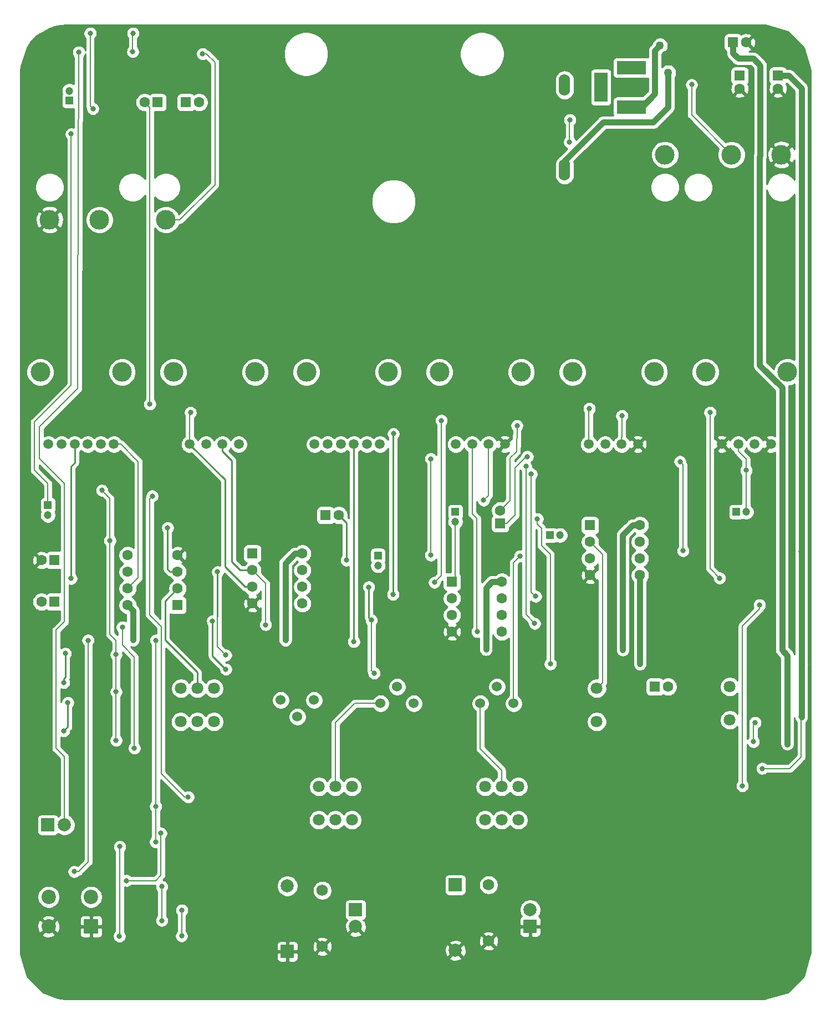
<source format=gbr>
G04 #@! TF.GenerationSoftware,KiCad,Pcbnew,(5.1.5-0-10_14)*
G04 #@! TF.CreationDate,2020-05-02T09:23:42-07:00*
G04 #@! TF.ProjectId,yellow_fuzz_dev,79656c6c-6f77-45f6-9675-7a7a5f646576,rev?*
G04 #@! TF.SameCoordinates,Original*
G04 #@! TF.FileFunction,Copper,L2,Bot*
G04 #@! TF.FilePolarity,Positive*
%FSLAX46Y46*%
G04 Gerber Fmt 4.6, Leading zero omitted, Abs format (unit mm)*
G04 Created by KiCad (PCBNEW (5.1.5-0-10_14)) date 2020-05-02 09:23:42*
%MOMM*%
%LPD*%
G04 APERTURE LIST*
%ADD10C,1.524000*%
%ADD11C,1.500000*%
%ADD12C,3.000000*%
%ADD13O,1.750000X3.300000*%
%ADD14R,4.500000X2.000000*%
%ADD15R,2.000000X4.500000*%
%ADD16C,1.600000*%
%ADD17R,1.600000X1.600000*%
%ADD18C,2.200000*%
%ADD19R,2.200000X2.200000*%
%ADD20C,1.200000*%
%ADD21R,1.200000X1.200000*%
%ADD22C,1.733000*%
%ADD23C,2.000000*%
%ADD24R,2.000000X2.000000*%
%ADD25C,1.800000*%
%ADD26C,0.812800*%
%ADD27C,1.270000*%
%ADD28C,0.203200*%
%ADD29C,0.254000*%
%ADD30C,0.889000*%
G04 APERTURE END LIST*
D10*
X149606000Y-154940000D03*
X147066000Y-157480000D03*
X152146000Y-157480000D03*
D11*
X188956000Y-117934000D03*
X183956000Y-117934000D03*
X186456000Y-117934000D03*
D12*
X193956000Y-106934000D03*
X181456000Y-106934000D03*
D11*
X191456000Y-117934000D03*
X121746000Y-117934000D03*
X131746000Y-117934000D03*
X127746000Y-117934000D03*
X123746000Y-117934000D03*
X125746000Y-117934000D03*
D12*
X132996000Y-106934000D03*
X120496000Y-106934000D03*
D11*
X129746000Y-117934000D03*
X148316000Y-117934000D03*
X143316000Y-117934000D03*
X145816000Y-117934000D03*
D12*
X153316000Y-106934000D03*
X140816000Y-106934000D03*
D11*
X150816000Y-117934000D03*
X107676000Y-117934000D03*
X102676000Y-117934000D03*
X105176000Y-117934000D03*
D12*
X112676000Y-106934000D03*
X100176000Y-106934000D03*
D11*
X110176000Y-117934000D03*
X168636000Y-117934000D03*
X163636000Y-117934000D03*
X166136000Y-117934000D03*
D12*
X173636000Y-106934000D03*
X161136000Y-106934000D03*
D11*
X171136000Y-117934000D03*
X81106000Y-117934000D03*
X91106000Y-117934000D03*
X87106000Y-117934000D03*
X83106000Y-117934000D03*
X85106000Y-117934000D03*
D12*
X92356000Y-106934000D03*
X79856000Y-106934000D03*
D11*
X89106000Y-117934000D03*
D13*
X159940000Y-63160000D03*
X159940000Y-76110000D03*
D12*
X99060000Y-83695000D03*
X88900000Y-83695000D03*
X81280000Y-83695000D03*
X175260000Y-73785000D03*
X185420000Y-73785000D03*
X193040000Y-73785000D03*
D14*
X170180000Y-60500000D03*
X170180000Y-66500000D03*
D15*
X165480000Y-63500000D03*
D16*
X150368000Y-138938000D03*
X150368000Y-141478000D03*
X150368000Y-144018000D03*
X150368000Y-146558000D03*
X142748000Y-146558000D03*
X142748000Y-144018000D03*
X142748000Y-141478000D03*
D17*
X142748000Y-138938000D03*
D16*
X119888000Y-134620000D03*
X119888000Y-137160000D03*
X119888000Y-139700000D03*
X119888000Y-142240000D03*
X112268000Y-142240000D03*
X112268000Y-139700000D03*
X112268000Y-137160000D03*
D17*
X112268000Y-134620000D03*
D16*
X171450000Y-130302000D03*
X171450000Y-132842000D03*
X171450000Y-135382000D03*
X171450000Y-137922000D03*
X163830000Y-137922000D03*
X163830000Y-135382000D03*
X163830000Y-132842000D03*
D17*
X163830000Y-130302000D03*
D16*
X93218000Y-142494000D03*
X93218000Y-139954000D03*
X93218000Y-137414000D03*
X93218000Y-134874000D03*
X100838000Y-134874000D03*
X100838000Y-137414000D03*
X100838000Y-139954000D03*
D17*
X100838000Y-142494000D03*
D18*
X87630000Y-187016000D03*
X81130000Y-187016000D03*
X81130000Y-191516000D03*
D19*
X87630000Y-191516000D03*
D10*
X134366000Y-154940000D03*
X131826000Y-157480000D03*
X136906000Y-157480000D03*
D16*
X150114000Y-128048000D03*
D17*
X150114000Y-130048000D03*
D20*
X143256000Y-129770000D03*
D21*
X143256000Y-128270000D03*
D20*
X131432300Y-136437500D03*
D21*
X131432300Y-134937500D03*
D16*
X125444000Y-128778000D03*
D17*
X123444000Y-128778000D03*
D16*
X104108000Y-65786000D03*
D17*
X102108000Y-65786000D03*
D20*
X187682000Y-128270000D03*
D21*
X186182000Y-128270000D03*
D16*
X95790000Y-65786000D03*
D17*
X97790000Y-65786000D03*
D20*
X84328000Y-64032000D03*
D21*
X84328000Y-65532000D03*
D16*
X175736000Y-154940000D03*
D17*
X173736000Y-154940000D03*
D20*
X159234000Y-131826000D03*
D21*
X157734000Y-131826000D03*
D16*
X80042000Y-141986000D03*
D17*
X82042000Y-141986000D03*
D16*
X80042000Y-135636000D03*
D17*
X82042000Y-135636000D03*
D16*
X192532000Y-63722000D03*
D17*
X192532000Y-61722000D03*
D16*
X186690000Y-63722000D03*
D17*
X186690000Y-61722000D03*
D16*
X187674000Y-56642000D03*
D17*
X185674000Y-56642000D03*
D20*
X81026000Y-128754000D03*
D21*
X81026000Y-127254000D03*
D22*
X148336000Y-193726000D03*
X148336000Y-185166000D03*
D23*
X143256000Y-195166000D03*
D24*
X143256000Y-185166000D03*
D22*
X122936000Y-186004000D03*
X122936000Y-194564000D03*
D23*
X117602000Y-185326000D03*
D24*
X117602000Y-195326000D03*
X154686000Y-191516000D03*
D23*
X154686000Y-188976000D03*
D24*
X128016000Y-188976000D03*
D23*
X128016000Y-191516000D03*
D24*
X81026000Y-176022000D03*
D23*
X83566000Y-176022000D03*
D25*
X164846000Y-155194000D03*
X164846000Y-160274000D03*
X185166000Y-154940000D03*
X185166000Y-160020000D03*
X152868000Y-175260000D03*
X150328000Y-175260000D03*
X147788000Y-175260000D03*
X152868000Y-170180000D03*
X150328000Y-170180000D03*
X147828000Y-170180000D03*
X127468000Y-175260000D03*
X124928000Y-175260000D03*
X122388000Y-175260000D03*
X127468000Y-170180000D03*
X124928000Y-170180000D03*
X122428000Y-170180000D03*
X106386000Y-160274000D03*
X103846000Y-160274000D03*
X101306000Y-160274000D03*
X106386000Y-155194000D03*
X103846000Y-155194000D03*
X101346000Y-155194000D03*
D10*
X119126000Y-159512000D03*
X116586000Y-156972000D03*
X121666000Y-156972000D03*
D26*
X104648000Y-58394600D03*
X177800000Y-166624000D03*
X102870000Y-178308000D03*
X81280000Y-73660000D03*
X91440000Y-73660000D03*
X101600000Y-73660000D03*
X81280000Y-88900000D03*
X91440000Y-88900000D03*
X101600000Y-88900000D03*
X127000000Y-63500000D03*
X142240000Y-63500000D03*
X127000000Y-76200000D03*
X144780000Y-76200000D03*
X154940000Y-73660000D03*
X127000000Y-71120000D03*
X142240000Y-71120000D03*
X162560000Y-58420000D03*
X193040000Y-58420000D03*
X177800000Y-66040000D03*
X180340000Y-73660000D03*
X193040000Y-101600000D03*
X185420000Y-101600000D03*
X185420000Y-78740000D03*
X184150000Y-60325000D03*
X175260000Y-58420000D03*
X78740000Y-111760000D03*
X78740000Y-124460000D03*
X78740000Y-144780000D03*
X78740000Y-165100000D03*
X88900000Y-111760000D03*
X116840000Y-116840000D03*
X132080000Y-114300000D03*
X137160000Y-118110000D03*
X146685000Y-114935000D03*
X177800000Y-113665000D03*
X177800000Y-117475000D03*
X188595000Y-111760000D03*
X190500000Y-123825000D03*
X190500000Y-146050000D03*
X194310000Y-165735000D03*
X190500000Y-171450000D03*
X101600000Y-127000000D03*
X114300000Y-127000000D03*
X130810000Y-127000000D03*
X165100000Y-127000000D03*
X162560000Y-142240000D03*
X177800000Y-146050000D03*
X125730000Y-151384000D03*
X137160000Y-151384000D03*
X194564000Y-148590000D03*
X157480000Y-162560000D03*
X139700000Y-162560000D03*
X101600000Y-167640000D03*
X111760000Y-162560000D03*
X91440000Y-170180000D03*
X88900000Y-182880000D03*
X77724000Y-155194000D03*
X168681400Y-113601500D03*
X141122400Y-114312700D03*
X140054355Y-139028145D03*
X114274600Y-145478500D03*
X177558700Y-120586500D03*
X178028600Y-134200900D03*
X163715700Y-112509300D03*
X102806500Y-113093500D03*
X127746000Y-148066000D03*
X152666700Y-115100100D03*
X154254200Y-119837200D03*
X187667900Y-121920000D03*
X99314000Y-130683000D03*
X83439000Y-161671000D03*
X84074000Y-157353000D03*
X83439000Y-154305000D03*
X83693000Y-149860000D03*
X193141600Y-149352000D03*
X193954400Y-163677600D03*
X168833800Y-149301200D03*
X147929600Y-149225000D03*
X117297200Y-147828000D03*
X94017999Y-147815199D03*
X85039200Y-183134000D03*
X87147400Y-147853400D03*
X97485200Y-178612800D03*
X97510600Y-147853400D03*
X97485200Y-173177200D03*
X189814200Y-69761100D03*
X106934000Y-137414000D03*
X130429000Y-144780000D03*
X130022601Y-139725399D03*
X196088000Y-159512000D03*
X196062600Y-134366000D03*
X91440000Y-155702000D03*
X91440000Y-163118800D03*
X89281000Y-124968000D03*
X90500200Y-132638800D03*
X155775200Y-129336800D03*
X196113400Y-151460200D03*
X91440000Y-150037800D03*
X171450000Y-151434800D03*
X157759400Y-151460200D03*
X130835400Y-152857200D03*
X108204000Y-150114000D03*
X190119000Y-167411400D03*
X196100700Y-68059300D03*
X87896700Y-66763900D03*
X87490300Y-55257700D03*
X93980000Y-58064400D03*
X94018100Y-55257700D03*
X160693100Y-71856600D03*
X160743899Y-68465699D03*
X188784800Y-163322000D03*
X189039500Y-160401000D03*
X85737700Y-58140600D03*
X91998800Y-179324000D03*
X91948000Y-192989200D03*
X101447600Y-192963800D03*
X101498400Y-189026800D03*
X98425000Y-185420000D03*
X98425000Y-190601600D03*
X187096400Y-170053000D03*
X189712600Y-142468600D03*
X96964500Y-125844300D03*
X102450900Y-171754800D03*
X126619000Y-135636000D03*
D27*
X174498000Y-57150000D03*
X175768000Y-61249000D03*
D26*
X179336700Y-63080900D03*
X84582000Y-70612000D03*
X96589999Y-111829999D03*
X182143400Y-113106200D03*
X183603900Y-138366500D03*
X98298000Y-177292000D03*
X93014800Y-184505600D03*
X106172000Y-144907000D03*
X108204000Y-152273000D03*
X84582000Y-138430000D03*
X153136600Y-135001000D03*
X94234000Y-164312600D03*
X92405200Y-145846800D03*
X133794500Y-116332000D03*
X133731000Y-140843000D03*
X147574000Y-126492000D03*
X139522200Y-134861300D03*
X139522200Y-120154700D03*
X146634200Y-146532600D03*
X155371800Y-145288000D03*
X154025600Y-121335800D03*
X154863800Y-122504200D03*
X155524200Y-141147800D03*
D28*
X101181320Y-83695000D02*
X106540300Y-78336020D01*
X99060000Y-83695000D02*
X101181320Y-83695000D01*
X105222736Y-58394600D02*
X106527600Y-59699464D01*
X106527600Y-59699464D02*
X106527600Y-60363100D01*
X104648000Y-58394600D02*
X105222736Y-58394600D01*
X106540300Y-78336020D02*
X106527600Y-60363100D01*
D29*
X100838000Y-139954000D02*
X98933000Y-141859000D01*
X98933000Y-141859000D02*
X98933000Y-147828000D01*
X103846000Y-152741000D02*
X103846000Y-155194000D01*
X98933000Y-147828000D02*
X103846000Y-152741000D01*
X107676000Y-118994660D02*
X109093000Y-120411660D01*
X107676000Y-117934000D02*
X107676000Y-118994660D01*
X109093000Y-120411660D02*
X109093000Y-135890000D01*
X110363000Y-137160000D02*
X112268000Y-137160000D01*
X109093000Y-135890000D02*
X110363000Y-137160000D01*
D28*
X168636000Y-116873340D02*
X168681400Y-116827940D01*
X168636000Y-117934000D02*
X168636000Y-116873340D01*
X168681400Y-116827940D02*
X168681400Y-113601500D01*
X141122400Y-114312700D02*
X141122400Y-137960100D01*
X141122400Y-137960100D02*
X140054355Y-139028145D01*
X114274600Y-139166600D02*
X112268000Y-137160000D01*
X114274600Y-145478500D02*
X114274600Y-139166600D01*
D29*
X111136630Y-139700000D02*
X108077000Y-136640370D01*
X112268000Y-139700000D02*
X111136630Y-139700000D01*
X108077000Y-136640370D02*
X108077000Y-124333000D01*
X108077000Y-123335000D02*
X102870000Y-118128000D01*
X108077000Y-124333000D02*
X108077000Y-123335000D01*
D28*
X177558700Y-120586500D02*
X178028600Y-121056400D01*
X178028600Y-121056400D02*
X178028600Y-134200900D01*
X163636000Y-117934000D02*
X163636000Y-112658200D01*
X163715700Y-112578500D02*
X163715700Y-112509300D01*
X163636000Y-112658200D02*
X163715700Y-112578500D01*
X102676000Y-113224000D02*
X102806500Y-113093500D01*
X102676000Y-117934000D02*
X102676000Y-113224000D01*
D29*
X127746000Y-117934000D02*
X127746000Y-148066000D01*
D28*
X151590500Y-120062500D02*
X152590500Y-119062500D01*
X151590500Y-126571500D02*
X151590500Y-120062500D01*
X152666700Y-115100100D02*
X152590500Y-119062500D01*
X151590500Y-126571500D02*
X150114000Y-128048000D01*
X187682000Y-127421472D02*
X187682000Y-128270000D01*
X187682000Y-120220660D02*
X187682000Y-127421472D01*
X186456000Y-118994660D02*
X187682000Y-120220660D01*
X186456000Y-117934000D02*
X186456000Y-118994660D01*
X143256000Y-138430000D02*
X142748000Y-138938000D01*
X143256000Y-129770000D02*
X143256000Y-138430000D01*
X151117200Y-130048000D02*
X152387300Y-128777900D01*
X150114000Y-130048000D02*
X151117200Y-130048000D01*
X152387300Y-128777900D02*
X152387300Y-121526300D01*
X154076400Y-119837200D02*
X154254200Y-119837200D01*
X152387300Y-121526300D02*
X154076400Y-119837200D01*
X165745999Y-154294001D02*
X164846000Y-155194000D01*
X165745999Y-134757999D02*
X165745999Y-154294001D01*
X163830000Y-132842000D02*
X165745999Y-134757999D01*
D29*
X99706630Y-137414000D02*
X100838000Y-137414000D01*
X99314000Y-137021370D02*
X99706630Y-137414000D01*
X99314000Y-130683000D02*
X99314000Y-137021370D01*
X83439000Y-161671000D02*
X84074000Y-161036000D01*
X84074000Y-161036000D02*
X84074000Y-157353000D01*
X83439000Y-153730264D02*
X83693000Y-153476264D01*
X83439000Y-154305000D02*
X83439000Y-153730264D01*
X83693000Y-153476264D02*
X83693000Y-149860000D01*
D30*
X185674000Y-58331000D02*
X186448800Y-59105800D01*
X185674000Y-56642000D02*
X185674000Y-58331000D01*
X186448800Y-59105800D02*
X188163200Y-59105800D01*
X188163200Y-59105800D02*
X188772800Y-59105800D01*
X188772800Y-59105800D02*
X189814200Y-60147200D01*
X189814200Y-73964800D02*
X189738000Y-74041000D01*
X189738000Y-74041000D02*
X189738000Y-87198200D01*
X189738000Y-105894598D02*
X193141600Y-109298198D01*
X189738000Y-87198200D02*
X189738000Y-105894598D01*
X193141600Y-109298198D02*
X193141600Y-147777200D01*
X193141600Y-147777200D02*
X193141600Y-149352000D01*
X193141600Y-149352000D02*
X193954400Y-150164800D01*
X193954400Y-150164800D02*
X193954400Y-163677600D01*
X170318630Y-130302000D02*
X169912230Y-130708400D01*
X171450000Y-130302000D02*
X170318630Y-130302000D01*
X169912230Y-130708400D02*
X168833800Y-131786830D01*
X168833800Y-131786830D02*
X168833800Y-149301200D01*
X150368000Y-138938000D02*
X148844000Y-138938000D01*
X148844000Y-138938000D02*
X147929600Y-139852400D01*
X147929600Y-139852400D02*
X147929600Y-149225000D01*
X118756630Y-134620000D02*
X117297200Y-136079430D01*
X119888000Y-134620000D02*
X118756630Y-134620000D01*
X117297200Y-136079430D02*
X117297200Y-147828000D01*
X94017999Y-143293999D02*
X94017999Y-147815199D01*
X93218000Y-142494000D02*
X94017999Y-143293999D01*
D28*
X85039200Y-183134000D02*
X85725000Y-183134000D01*
X85725000Y-183134000D02*
X87198200Y-181660800D01*
X87198200Y-147904200D02*
X87147400Y-147853400D01*
X87198200Y-181660800D02*
X87198200Y-147904200D01*
X97485200Y-178038064D02*
X97510600Y-178012664D01*
X97485200Y-178612800D02*
X97485200Y-178038064D01*
X97485200Y-173177200D02*
X97510600Y-147853400D01*
X97510600Y-178012664D02*
X97485200Y-173177200D01*
X189814200Y-69761100D02*
X189776100Y-69799200D01*
D30*
X189814200Y-60147200D02*
X189814200Y-69761100D01*
X189814200Y-69761100D02*
X189814200Y-73964800D01*
D29*
X106934000Y-137414000D02*
X106934000Y-144272000D01*
X130022601Y-144373601D02*
X130022601Y-139725399D01*
X130429000Y-144780000D02*
X130022601Y-144373601D01*
D28*
X106934000Y-144272000D02*
X106934000Y-148844000D01*
X108381800Y-150291800D02*
X108407200Y-150291800D01*
D30*
X171450000Y-137922000D02*
X171450000Y-150215600D01*
D28*
X91440000Y-148488400D02*
X91440000Y-155676600D01*
X91440000Y-155702000D02*
X91440000Y-163118800D01*
X90500200Y-126212600D02*
X89281000Y-124993400D01*
X89281000Y-124993400D02*
X89281000Y-124968000D01*
X91440000Y-147878800D02*
X90500200Y-146939000D01*
X91440000Y-148513800D02*
X91440000Y-147878800D01*
X90500200Y-132638800D02*
X90500200Y-126212600D01*
X90500200Y-146939000D02*
X90500200Y-132638800D01*
X155775200Y-129336800D02*
X155775200Y-130121200D01*
X155775200Y-130121200D02*
X156413200Y-130759200D01*
X156413200Y-130759200D02*
X156413200Y-133426200D01*
X156413200Y-133426200D02*
X157759400Y-134772400D01*
X157759400Y-134772400D02*
X157759400Y-150317200D01*
D30*
X192532000Y-61722000D02*
X194221000Y-61722000D01*
X194221000Y-61722000D02*
X196103701Y-63604701D01*
X196103701Y-151450501D02*
X196113400Y-151460200D01*
X196103701Y-146989800D02*
X196103701Y-159537400D01*
X171450000Y-150215600D02*
X171450000Y-151434800D01*
D28*
X157759400Y-150317200D02*
X157759400Y-151460200D01*
X130429000Y-144780000D02*
X130429000Y-152450800D01*
X130429000Y-152450800D02*
X130835400Y-152857200D01*
X106934000Y-148844000D02*
X108204000Y-150114000D01*
X108204000Y-150114000D02*
X108381800Y-150291800D01*
X196088000Y-159512000D02*
X196088000Y-165633400D01*
X196088000Y-165633400D02*
X194310000Y-167411400D01*
X194310000Y-167411400D02*
X190119000Y-167411400D01*
D30*
X196103701Y-63604701D02*
X196103701Y-68189301D01*
X196103701Y-68189301D02*
X196103701Y-151450501D01*
X196100700Y-68186300D02*
X196103701Y-68189301D01*
X196100700Y-68059300D02*
X196100700Y-68186300D01*
D28*
X87490300Y-66357500D02*
X87490300Y-55257700D01*
X87896700Y-66763900D02*
X87490300Y-66357500D01*
X93980000Y-55295800D02*
X94018100Y-55257700D01*
X93980000Y-58064400D02*
X93980000Y-55295800D01*
X160693100Y-71856600D02*
X160693100Y-68478400D01*
X160705801Y-68465699D02*
X160743899Y-68465699D01*
X160693100Y-68478400D02*
X160705801Y-68465699D01*
X94818200Y-138353800D02*
X93218000Y-139954000D01*
X94818200Y-120585540D02*
X94818200Y-138353800D01*
X92166660Y-117934000D02*
X94818200Y-120585540D01*
X91106000Y-117934000D02*
X92166660Y-117934000D01*
X188784800Y-163322000D02*
X188784800Y-160655700D01*
X188784800Y-160655700D02*
X189039500Y-160401000D01*
X83566000Y-176022000D02*
X83566000Y-165608000D01*
X83566000Y-165608000D02*
X82296000Y-164338000D01*
X82296000Y-164338000D02*
X82296000Y-146304000D01*
X82296000Y-146304000D02*
X83566000Y-145034000D01*
X83566000Y-145034000D02*
X83566000Y-123952000D01*
X83566000Y-123952000D02*
X79756000Y-120142000D01*
X79756000Y-120142000D02*
X79756000Y-115316000D01*
X85598000Y-109474000D02*
X85598000Y-99568000D01*
X79756000Y-115316000D02*
X85598000Y-109474000D01*
X85737700Y-58140600D02*
X85598000Y-99568000D01*
X91998800Y-179324000D02*
X91998800Y-184542178D01*
X91998800Y-184542178D02*
X91998800Y-192811400D01*
X91948000Y-192862200D02*
X91948000Y-192989200D01*
X91998800Y-192811400D02*
X91948000Y-192862200D01*
X101447600Y-189077600D02*
X101498400Y-189026800D01*
X101447600Y-192963800D02*
X101447600Y-189077600D01*
X98425000Y-185420000D02*
X98425000Y-190601600D01*
X187096400Y-170053000D02*
X187096400Y-145643600D01*
X187096400Y-145643600D02*
X189712600Y-143027400D01*
X189712600Y-143027400D02*
X189712600Y-142468600D01*
X96558101Y-126250699D02*
X96558101Y-143979901D01*
X96964500Y-125844300D02*
X96558101Y-126250699D01*
X96558101Y-143979901D02*
X98323400Y-145745200D01*
X98323400Y-145745200D02*
X98323400Y-168160700D01*
X101917500Y-171754800D02*
X102450900Y-171754800D01*
X98323400Y-168160700D02*
X101917500Y-171754800D01*
D29*
X126619000Y-129953000D02*
X125444000Y-128778000D01*
X126619000Y-135636000D02*
X126619000Y-129953000D01*
D30*
X170180000Y-66500000D02*
X171752000Y-66500000D01*
X171752000Y-66500000D02*
X173736000Y-64516000D01*
X173736000Y-64516000D02*
X173736000Y-57912000D01*
X173736000Y-57912000D02*
X174498000Y-57150000D01*
X159940000Y-74756000D02*
X159940000Y-76110000D01*
X165862000Y-68834000D02*
X159940000Y-74756000D01*
X173482000Y-68834000D02*
X165862000Y-68834000D01*
X175768000Y-66548000D02*
X173482000Y-68834000D01*
X175768000Y-61249000D02*
X175768000Y-66548000D01*
D28*
X179336700Y-67701700D02*
X179336700Y-63080900D01*
X185420000Y-73785000D02*
X179336700Y-67701700D01*
X84582000Y-70612000D02*
X84582000Y-108966000D01*
X84582000Y-108966000D02*
X78994000Y-114554000D01*
X78994000Y-114554000D02*
X78994000Y-121920000D01*
X81026000Y-123952000D02*
X81026000Y-127254000D01*
X78994000Y-121920000D02*
X81026000Y-123952000D01*
X96589999Y-66585999D02*
X96589999Y-111829999D01*
X95790000Y-65786000D02*
X96589999Y-66585999D01*
X182143400Y-113106200D02*
X182143400Y-136906000D01*
X182143400Y-136906000D02*
X183603900Y-138366500D01*
X98298000Y-177292000D02*
X98298000Y-183692800D01*
X98298000Y-183692800D02*
X97485200Y-184505600D01*
X97485200Y-184505600D02*
X93014800Y-184505600D01*
D29*
X106172000Y-144907000D02*
X106172000Y-150241000D01*
X106172000Y-150241000D02*
X108204000Y-152273000D01*
X84582000Y-138430000D02*
X84582000Y-121285000D01*
X85106000Y-120761000D02*
X85106000Y-117934000D01*
X84582000Y-121285000D02*
X85106000Y-120761000D01*
D28*
X131826000Y-157480000D02*
X127889000Y-157480000D01*
X124928000Y-160441000D02*
X124928000Y-170180000D01*
X127889000Y-157480000D02*
X124928000Y-160441000D01*
X152146000Y-135991600D02*
X152146000Y-157480000D01*
X153136600Y-135001000D02*
X152146000Y-135991600D01*
X94234000Y-164312600D02*
X94234000Y-150418800D01*
X94234000Y-150418800D02*
X92405200Y-148590000D01*
X92405200Y-148590000D02*
X92405200Y-145846800D01*
X147066000Y-157480000D02*
X147066000Y-164401500D01*
X150328000Y-167663500D02*
X150328000Y-170180000D01*
X147066000Y-164401500D02*
X150328000Y-167663500D01*
D29*
X133731000Y-137601264D02*
X133731000Y-116459000D01*
X133794500Y-116395500D02*
X133794500Y-116332000D01*
X133731000Y-116459000D02*
X133794500Y-116395500D01*
X133731000Y-137601264D02*
X133731000Y-140843000D01*
D28*
X148316000Y-117934000D02*
X148316000Y-125750000D01*
X148316000Y-125750000D02*
X147574000Y-126492000D01*
X139522200Y-134861300D02*
X139522200Y-120154700D01*
X145816000Y-117934000D02*
X145816000Y-126778700D01*
X145816000Y-128549106D02*
X146558000Y-129291106D01*
X145816000Y-126778700D02*
X145816000Y-128549106D01*
X146558000Y-146456400D02*
X146634200Y-146532600D01*
X146558000Y-129291106D02*
X146558000Y-146456400D01*
X155371800Y-145288000D02*
X154025600Y-143941800D01*
X154025600Y-143941800D02*
X154025600Y-121335800D01*
X154863800Y-122504200D02*
X154863800Y-140487400D01*
X154863800Y-140487400D02*
X155524200Y-141147800D01*
D29*
G36*
X190601582Y-54009106D02*
G01*
X193989467Y-54977073D01*
X196482927Y-57470533D01*
X197453006Y-60865809D01*
X197460000Y-60980164D01*
X197460001Y-195556080D01*
X197450895Y-195681579D01*
X196482927Y-199069467D01*
X193989467Y-201562927D01*
X190594191Y-202533006D01*
X190479835Y-202540000D01*
X83843906Y-202540000D01*
X82815530Y-202465382D01*
X82288547Y-202349035D01*
X80335370Y-201567764D01*
X77837073Y-199069467D01*
X77053226Y-196326000D01*
X115963928Y-196326000D01*
X115976188Y-196450482D01*
X116012498Y-196570180D01*
X116071463Y-196680494D01*
X116150815Y-196777185D01*
X116247506Y-196856537D01*
X116357820Y-196915502D01*
X116477518Y-196951812D01*
X116602000Y-196964072D01*
X117316250Y-196961000D01*
X117475000Y-196802250D01*
X117475000Y-195453000D01*
X117729000Y-195453000D01*
X117729000Y-196802250D01*
X117887750Y-196961000D01*
X118602000Y-196964072D01*
X118726482Y-196951812D01*
X118846180Y-196915502D01*
X118956494Y-196856537D01*
X119053185Y-196777185D01*
X119132537Y-196680494D01*
X119191502Y-196570180D01*
X119227812Y-196450482D01*
X119240072Y-196326000D01*
X119239967Y-196301413D01*
X142300192Y-196301413D01*
X142395956Y-196565814D01*
X142685571Y-196706704D01*
X142997108Y-196788384D01*
X143318595Y-196807718D01*
X143637675Y-196763961D01*
X143942088Y-196658795D01*
X144116044Y-196565814D01*
X144211808Y-196301413D01*
X143256000Y-195345605D01*
X142300192Y-196301413D01*
X119239967Y-196301413D01*
X119237000Y-195611750D01*
X119229424Y-195604174D01*
X122075431Y-195604174D01*
X122155063Y-195854933D01*
X122421918Y-195982482D01*
X122708528Y-196055519D01*
X123003880Y-196071237D01*
X123296623Y-196029033D01*
X123575507Y-195930529D01*
X123716937Y-195854933D01*
X123796569Y-195604174D01*
X122936000Y-194743605D01*
X122075431Y-195604174D01*
X119229424Y-195604174D01*
X119078250Y-195453000D01*
X117729000Y-195453000D01*
X117475000Y-195453000D01*
X116125750Y-195453000D01*
X115967000Y-195611750D01*
X115963928Y-196326000D01*
X77053226Y-196326000D01*
X76866994Y-195674191D01*
X76860000Y-195559835D01*
X76860000Y-194326000D01*
X115963928Y-194326000D01*
X115967000Y-195040250D01*
X116125750Y-195199000D01*
X117475000Y-195199000D01*
X117475000Y-193849750D01*
X117729000Y-193849750D01*
X117729000Y-195199000D01*
X119078250Y-195199000D01*
X119237000Y-195040250D01*
X119238756Y-194631880D01*
X121428763Y-194631880D01*
X121470967Y-194924623D01*
X121569471Y-195203507D01*
X121645067Y-195344937D01*
X121895826Y-195424569D01*
X122756395Y-194564000D01*
X123115605Y-194564000D01*
X123976174Y-195424569D01*
X124226933Y-195344937D01*
X124282541Y-195228595D01*
X141614282Y-195228595D01*
X141658039Y-195547675D01*
X141763205Y-195852088D01*
X141856186Y-196026044D01*
X142120587Y-196121808D01*
X143076395Y-195166000D01*
X143435605Y-195166000D01*
X144391413Y-196121808D01*
X144655814Y-196026044D01*
X144796704Y-195736429D01*
X144878384Y-195424892D01*
X144897718Y-195103405D01*
X144853961Y-194784325D01*
X144847691Y-194766174D01*
X147475431Y-194766174D01*
X147555063Y-195016933D01*
X147821918Y-195144482D01*
X148108528Y-195217519D01*
X148403880Y-195233237D01*
X148696623Y-195191033D01*
X148975507Y-195092529D01*
X149116937Y-195016933D01*
X149196569Y-194766174D01*
X148336000Y-193905605D01*
X147475431Y-194766174D01*
X144847691Y-194766174D01*
X144748795Y-194479912D01*
X144655814Y-194305956D01*
X144391413Y-194210192D01*
X143435605Y-195166000D01*
X143076395Y-195166000D01*
X142120587Y-194210192D01*
X141856186Y-194305956D01*
X141715296Y-194595571D01*
X141633616Y-194907108D01*
X141614282Y-195228595D01*
X124282541Y-195228595D01*
X124354482Y-195078082D01*
X124427519Y-194791472D01*
X124443237Y-194496120D01*
X124401033Y-194203377D01*
X124340003Y-194030587D01*
X142300192Y-194030587D01*
X143256000Y-194986395D01*
X144211808Y-194030587D01*
X144126075Y-193793880D01*
X146828763Y-193793880D01*
X146870967Y-194086623D01*
X146969471Y-194365507D01*
X147045067Y-194506937D01*
X147295826Y-194586569D01*
X148156395Y-193726000D01*
X148515605Y-193726000D01*
X149376174Y-194586569D01*
X149626933Y-194506937D01*
X149754482Y-194240082D01*
X149827519Y-193953472D01*
X149843237Y-193658120D01*
X149801033Y-193365377D01*
X149702529Y-193086493D01*
X149626933Y-192945063D01*
X149376174Y-192865431D01*
X148515605Y-193726000D01*
X148156395Y-193726000D01*
X147295826Y-192865431D01*
X147045067Y-192945063D01*
X146917518Y-193211918D01*
X146844481Y-193498528D01*
X146828763Y-193793880D01*
X144126075Y-193793880D01*
X144116044Y-193766186D01*
X143826429Y-193625296D01*
X143514892Y-193543616D01*
X143193405Y-193524282D01*
X142874325Y-193568039D01*
X142569912Y-193673205D01*
X142395956Y-193766186D01*
X142300192Y-194030587D01*
X124340003Y-194030587D01*
X124302529Y-193924493D01*
X124226933Y-193783063D01*
X123976174Y-193703431D01*
X123115605Y-194564000D01*
X122756395Y-194564000D01*
X121895826Y-193703431D01*
X121645067Y-193783063D01*
X121517518Y-194049918D01*
X121444481Y-194336528D01*
X121428763Y-194631880D01*
X119238756Y-194631880D01*
X119240072Y-194326000D01*
X119227812Y-194201518D01*
X119191502Y-194081820D01*
X119132537Y-193971506D01*
X119053185Y-193874815D01*
X118956494Y-193795463D01*
X118846180Y-193736498D01*
X118726482Y-193700188D01*
X118602000Y-193687928D01*
X117887750Y-193691000D01*
X117729000Y-193849750D01*
X117475000Y-193849750D01*
X117316250Y-193691000D01*
X116602000Y-193687928D01*
X116477518Y-193700188D01*
X116357820Y-193736498D01*
X116247506Y-193795463D01*
X116150815Y-193874815D01*
X116071463Y-193971506D01*
X116012498Y-194081820D01*
X115976188Y-194201518D01*
X115963928Y-194326000D01*
X76860000Y-194326000D01*
X76860000Y-192722712D01*
X80102893Y-192722712D01*
X80210726Y-192997338D01*
X80517384Y-193148216D01*
X80847585Y-193236369D01*
X81188639Y-193258409D01*
X81527439Y-193213489D01*
X81850966Y-193103336D01*
X82049274Y-192997338D01*
X82157107Y-192722712D01*
X82050395Y-192616000D01*
X85891928Y-192616000D01*
X85904188Y-192740482D01*
X85940498Y-192860180D01*
X85999463Y-192970494D01*
X86078815Y-193067185D01*
X86175506Y-193146537D01*
X86285820Y-193205502D01*
X86405518Y-193241812D01*
X86530000Y-193254072D01*
X87344250Y-193251000D01*
X87503000Y-193092250D01*
X87503000Y-191643000D01*
X87757000Y-191643000D01*
X87757000Y-193092250D01*
X87915750Y-193251000D01*
X88730000Y-193254072D01*
X88854482Y-193241812D01*
X88974180Y-193205502D01*
X89084494Y-193146537D01*
X89181185Y-193067185D01*
X89260537Y-192970494D01*
X89305363Y-192886631D01*
X90906600Y-192886631D01*
X90906600Y-193091769D01*
X90946620Y-193292965D01*
X91025123Y-193482488D01*
X91139092Y-193653054D01*
X91284146Y-193798108D01*
X91454712Y-193912077D01*
X91644235Y-193990580D01*
X91845431Y-194030600D01*
X92050569Y-194030600D01*
X92251765Y-193990580D01*
X92441288Y-193912077D01*
X92611854Y-193798108D01*
X92756908Y-193653054D01*
X92870877Y-193482488D01*
X92949380Y-193292965D01*
X92989400Y-193091769D01*
X92989400Y-192886631D01*
X92984348Y-192861231D01*
X100406200Y-192861231D01*
X100406200Y-193066369D01*
X100446220Y-193267565D01*
X100524723Y-193457088D01*
X100638692Y-193627654D01*
X100783746Y-193772708D01*
X100954312Y-193886677D01*
X101143835Y-193965180D01*
X101345031Y-194005200D01*
X101550169Y-194005200D01*
X101751365Y-193965180D01*
X101940888Y-193886677D01*
X102111454Y-193772708D01*
X102256508Y-193627654D01*
X102325883Y-193523826D01*
X122075431Y-193523826D01*
X122936000Y-194384395D01*
X123796569Y-193523826D01*
X123716937Y-193273067D01*
X123450082Y-193145518D01*
X123163472Y-193072481D01*
X122868120Y-193056763D01*
X122575377Y-193098967D01*
X122296493Y-193197471D01*
X122155063Y-193273067D01*
X122075431Y-193523826D01*
X102325883Y-193523826D01*
X102370477Y-193457088D01*
X102448980Y-193267565D01*
X102489000Y-193066369D01*
X102489000Y-192861231D01*
X102448980Y-192660035D01*
X102445409Y-192651413D01*
X127060192Y-192651413D01*
X127155956Y-192915814D01*
X127445571Y-193056704D01*
X127757108Y-193138384D01*
X128078595Y-193157718D01*
X128397675Y-193113961D01*
X128702088Y-193008795D01*
X128876044Y-192915814D01*
X128959343Y-192685826D01*
X147475431Y-192685826D01*
X148336000Y-193546395D01*
X149196569Y-192685826D01*
X149142639Y-192516000D01*
X153047928Y-192516000D01*
X153060188Y-192640482D01*
X153096498Y-192760180D01*
X153155463Y-192870494D01*
X153234815Y-192967185D01*
X153331506Y-193046537D01*
X153441820Y-193105502D01*
X153561518Y-193141812D01*
X153686000Y-193154072D01*
X154400250Y-193151000D01*
X154559000Y-192992250D01*
X154559000Y-191643000D01*
X154813000Y-191643000D01*
X154813000Y-192992250D01*
X154971750Y-193151000D01*
X155686000Y-193154072D01*
X155810482Y-193141812D01*
X155930180Y-193105502D01*
X156040494Y-193046537D01*
X156137185Y-192967185D01*
X156216537Y-192870494D01*
X156275502Y-192760180D01*
X156311812Y-192640482D01*
X156324072Y-192516000D01*
X156321000Y-191801750D01*
X156162250Y-191643000D01*
X154813000Y-191643000D01*
X154559000Y-191643000D01*
X153209750Y-191643000D01*
X153051000Y-191801750D01*
X153047928Y-192516000D01*
X149142639Y-192516000D01*
X149116937Y-192435067D01*
X148850082Y-192307518D01*
X148563472Y-192234481D01*
X148268120Y-192218763D01*
X147975377Y-192260967D01*
X147696493Y-192359471D01*
X147555063Y-192435067D01*
X147475431Y-192685826D01*
X128959343Y-192685826D01*
X128971808Y-192651413D01*
X128016000Y-191695605D01*
X127060192Y-192651413D01*
X102445409Y-192651413D01*
X102370477Y-192470512D01*
X102256508Y-192299946D01*
X102184200Y-192227638D01*
X102184200Y-191578595D01*
X126374282Y-191578595D01*
X126418039Y-191897675D01*
X126523205Y-192202088D01*
X126616186Y-192376044D01*
X126880587Y-192471808D01*
X127836395Y-191516000D01*
X127822253Y-191501858D01*
X128001858Y-191322253D01*
X128016000Y-191336395D01*
X128030143Y-191322253D01*
X128209748Y-191501858D01*
X128195605Y-191516000D01*
X129151413Y-192471808D01*
X129415814Y-192376044D01*
X129556704Y-192086429D01*
X129638384Y-191774892D01*
X129657718Y-191453405D01*
X129613961Y-191134325D01*
X129508795Y-190829912D01*
X129415814Y-190655956D01*
X129208967Y-190581037D01*
X129260180Y-190565502D01*
X129352790Y-190516000D01*
X153047928Y-190516000D01*
X153051000Y-191230250D01*
X153209750Y-191389000D01*
X154559000Y-191389000D01*
X154559000Y-191369000D01*
X154813000Y-191369000D01*
X154813000Y-191389000D01*
X156162250Y-191389000D01*
X156321000Y-191230250D01*
X156324072Y-190516000D01*
X156311812Y-190391518D01*
X156275502Y-190271820D01*
X156216537Y-190161506D01*
X156137185Y-190064815D01*
X156040494Y-189985463D01*
X155994370Y-189960809D01*
X156134918Y-189750463D01*
X156258168Y-189452912D01*
X156321000Y-189137033D01*
X156321000Y-188814967D01*
X156258168Y-188499088D01*
X156134918Y-188201537D01*
X155955987Y-187933748D01*
X155728252Y-187706013D01*
X155460463Y-187527082D01*
X155162912Y-187403832D01*
X154847033Y-187341000D01*
X154524967Y-187341000D01*
X154209088Y-187403832D01*
X153911537Y-187527082D01*
X153643748Y-187706013D01*
X153416013Y-187933748D01*
X153237082Y-188201537D01*
X153113832Y-188499088D01*
X153051000Y-188814967D01*
X153051000Y-189137033D01*
X153113832Y-189452912D01*
X153237082Y-189750463D01*
X153377630Y-189960809D01*
X153331506Y-189985463D01*
X153234815Y-190064815D01*
X153155463Y-190161506D01*
X153096498Y-190271820D01*
X153060188Y-190391518D01*
X153047928Y-190516000D01*
X129352790Y-190516000D01*
X129370494Y-190506537D01*
X129467185Y-190427185D01*
X129546537Y-190330494D01*
X129605502Y-190220180D01*
X129641812Y-190100482D01*
X129654072Y-189976000D01*
X129654072Y-187976000D01*
X129641812Y-187851518D01*
X129605502Y-187731820D01*
X129546537Y-187621506D01*
X129467185Y-187524815D01*
X129370494Y-187445463D01*
X129260180Y-187386498D01*
X129140482Y-187350188D01*
X129016000Y-187337928D01*
X127016000Y-187337928D01*
X126891518Y-187350188D01*
X126771820Y-187386498D01*
X126661506Y-187445463D01*
X126564815Y-187524815D01*
X126485463Y-187621506D01*
X126426498Y-187731820D01*
X126390188Y-187851518D01*
X126377928Y-187976000D01*
X126377928Y-189976000D01*
X126390188Y-190100482D01*
X126426498Y-190220180D01*
X126485463Y-190330494D01*
X126564815Y-190427185D01*
X126661506Y-190506537D01*
X126771820Y-190565502D01*
X126823033Y-190581037D01*
X126616186Y-190655956D01*
X126475296Y-190945571D01*
X126393616Y-191257108D01*
X126374282Y-191578595D01*
X102184200Y-191578595D01*
X102184200Y-189813762D01*
X102307308Y-189690654D01*
X102421277Y-189520088D01*
X102499780Y-189330565D01*
X102539800Y-189129369D01*
X102539800Y-188924231D01*
X102499780Y-188723035D01*
X102421277Y-188533512D01*
X102307308Y-188362946D01*
X102162254Y-188217892D01*
X101991688Y-188103923D01*
X101802165Y-188025420D01*
X101600969Y-187985400D01*
X101395831Y-187985400D01*
X101194635Y-188025420D01*
X101005112Y-188103923D01*
X100834546Y-188217892D01*
X100689492Y-188362946D01*
X100575523Y-188533512D01*
X100497020Y-188723035D01*
X100457000Y-188924231D01*
X100457000Y-189129369D01*
X100497020Y-189330565D01*
X100575523Y-189520088D01*
X100689492Y-189690654D01*
X100711001Y-189712163D01*
X100711000Y-192227638D01*
X100638692Y-192299946D01*
X100524723Y-192470512D01*
X100446220Y-192660035D01*
X100406200Y-192861231D01*
X92984348Y-192861231D01*
X92949380Y-192685435D01*
X92870877Y-192495912D01*
X92756908Y-192325346D01*
X92735400Y-192303838D01*
X92735400Y-185511826D01*
X92912231Y-185547000D01*
X93117369Y-185547000D01*
X93318565Y-185506980D01*
X93508088Y-185428477D01*
X93678654Y-185314508D01*
X93750962Y-185242200D01*
X97398564Y-185242200D01*
X97383600Y-185317431D01*
X97383600Y-185522569D01*
X97423620Y-185723765D01*
X97502123Y-185913288D01*
X97616092Y-186083854D01*
X97688400Y-186156162D01*
X97688401Y-189865437D01*
X97616092Y-189937746D01*
X97502123Y-190108312D01*
X97423620Y-190297835D01*
X97383600Y-190499031D01*
X97383600Y-190704169D01*
X97423620Y-190905365D01*
X97502123Y-191094888D01*
X97616092Y-191265454D01*
X97761146Y-191410508D01*
X97931712Y-191524477D01*
X98121235Y-191602980D01*
X98322431Y-191643000D01*
X98527569Y-191643000D01*
X98728765Y-191602980D01*
X98918288Y-191524477D01*
X99088854Y-191410508D01*
X99233908Y-191265454D01*
X99347877Y-191094888D01*
X99426380Y-190905365D01*
X99466400Y-190704169D01*
X99466400Y-190499031D01*
X99426380Y-190297835D01*
X99347877Y-190108312D01*
X99233908Y-189937746D01*
X99161600Y-189865438D01*
X99161600Y-186156162D01*
X99233908Y-186083854D01*
X99347877Y-185913288D01*
X99426380Y-185723765D01*
X99466400Y-185522569D01*
X99466400Y-185317431D01*
X99436074Y-185164967D01*
X115967000Y-185164967D01*
X115967000Y-185487033D01*
X116029832Y-185802912D01*
X116153082Y-186100463D01*
X116332013Y-186368252D01*
X116559748Y-186595987D01*
X116827537Y-186774918D01*
X117125088Y-186898168D01*
X117440967Y-186961000D01*
X117763033Y-186961000D01*
X118078912Y-186898168D01*
X118376463Y-186774918D01*
X118644252Y-186595987D01*
X118871987Y-186368252D01*
X119050918Y-186100463D01*
X119152130Y-185856115D01*
X121434500Y-185856115D01*
X121434500Y-186151885D01*
X121492202Y-186441971D01*
X121605388Y-186715227D01*
X121769709Y-186961150D01*
X121978850Y-187170291D01*
X122224773Y-187334612D01*
X122498029Y-187447798D01*
X122788115Y-187505500D01*
X123083885Y-187505500D01*
X123373971Y-187447798D01*
X123647227Y-187334612D01*
X123893150Y-187170291D01*
X124102291Y-186961150D01*
X124266612Y-186715227D01*
X124379798Y-186441971D01*
X124437500Y-186151885D01*
X124437500Y-185856115D01*
X124379798Y-185566029D01*
X124266612Y-185292773D01*
X124102291Y-185046850D01*
X123893150Y-184837709D01*
X123647227Y-184673388D01*
X123373971Y-184560202D01*
X123083885Y-184502500D01*
X122788115Y-184502500D01*
X122498029Y-184560202D01*
X122224773Y-184673388D01*
X121978850Y-184837709D01*
X121769709Y-185046850D01*
X121605388Y-185292773D01*
X121492202Y-185566029D01*
X121434500Y-185856115D01*
X119152130Y-185856115D01*
X119174168Y-185802912D01*
X119237000Y-185487033D01*
X119237000Y-185164967D01*
X119174168Y-184849088D01*
X119050918Y-184551537D01*
X118871987Y-184283748D01*
X118754239Y-184166000D01*
X141617928Y-184166000D01*
X141617928Y-186166000D01*
X141630188Y-186290482D01*
X141666498Y-186410180D01*
X141725463Y-186520494D01*
X141804815Y-186617185D01*
X141901506Y-186696537D01*
X142011820Y-186755502D01*
X142131518Y-186791812D01*
X142256000Y-186804072D01*
X144256000Y-186804072D01*
X144380482Y-186791812D01*
X144500180Y-186755502D01*
X144610494Y-186696537D01*
X144707185Y-186617185D01*
X144786537Y-186520494D01*
X144845502Y-186410180D01*
X144881812Y-186290482D01*
X144894072Y-186166000D01*
X144894072Y-185018115D01*
X146834500Y-185018115D01*
X146834500Y-185313885D01*
X146892202Y-185603971D01*
X147005388Y-185877227D01*
X147169709Y-186123150D01*
X147378850Y-186332291D01*
X147624773Y-186496612D01*
X147898029Y-186609798D01*
X148188115Y-186667500D01*
X148483885Y-186667500D01*
X148773971Y-186609798D01*
X149047227Y-186496612D01*
X149293150Y-186332291D01*
X149502291Y-186123150D01*
X149666612Y-185877227D01*
X149779798Y-185603971D01*
X149837500Y-185313885D01*
X149837500Y-185018115D01*
X149779798Y-184728029D01*
X149666612Y-184454773D01*
X149502291Y-184208850D01*
X149293150Y-183999709D01*
X149047227Y-183835388D01*
X148773971Y-183722202D01*
X148483885Y-183664500D01*
X148188115Y-183664500D01*
X147898029Y-183722202D01*
X147624773Y-183835388D01*
X147378850Y-183999709D01*
X147169709Y-184208850D01*
X147005388Y-184454773D01*
X146892202Y-184728029D01*
X146834500Y-185018115D01*
X144894072Y-185018115D01*
X144894072Y-184166000D01*
X144881812Y-184041518D01*
X144845502Y-183921820D01*
X144786537Y-183811506D01*
X144707185Y-183714815D01*
X144610494Y-183635463D01*
X144500180Y-183576498D01*
X144380482Y-183540188D01*
X144256000Y-183527928D01*
X142256000Y-183527928D01*
X142131518Y-183540188D01*
X142011820Y-183576498D01*
X141901506Y-183635463D01*
X141804815Y-183714815D01*
X141725463Y-183811506D01*
X141666498Y-183921820D01*
X141630188Y-184041518D01*
X141617928Y-184166000D01*
X118754239Y-184166000D01*
X118644252Y-184056013D01*
X118376463Y-183877082D01*
X118078912Y-183753832D01*
X117763033Y-183691000D01*
X117440967Y-183691000D01*
X117125088Y-183753832D01*
X116827537Y-183877082D01*
X116559748Y-184056013D01*
X116332013Y-184283748D01*
X116153082Y-184551537D01*
X116029832Y-184849088D01*
X115967000Y-185164967D01*
X99436074Y-185164967D01*
X99426380Y-185116235D01*
X99347877Y-184926712D01*
X99233908Y-184756146D01*
X99088854Y-184611092D01*
X98918288Y-184497123D01*
X98728765Y-184418620D01*
X98632949Y-184399561D01*
X98793269Y-184239241D01*
X98821375Y-184216175D01*
X98913424Y-184104013D01*
X98981822Y-183976049D01*
X99023942Y-183837199D01*
X99034600Y-183728986D01*
X99038164Y-183692800D01*
X99034600Y-183656614D01*
X99034600Y-178028162D01*
X99106908Y-177955854D01*
X99220877Y-177785288D01*
X99299380Y-177595765D01*
X99339400Y-177394569D01*
X99339400Y-177189431D01*
X99299380Y-176988235D01*
X99220877Y-176798712D01*
X99106908Y-176628146D01*
X98961854Y-176483092D01*
X98791288Y-176369123D01*
X98601765Y-176290620D01*
X98400569Y-176250600D01*
X98237953Y-176250600D01*
X98231956Y-175108816D01*
X120853000Y-175108816D01*
X120853000Y-175411184D01*
X120911989Y-175707743D01*
X121027701Y-175987095D01*
X121195688Y-176238505D01*
X121409495Y-176452312D01*
X121660905Y-176620299D01*
X121940257Y-176736011D01*
X122236816Y-176795000D01*
X122539184Y-176795000D01*
X122835743Y-176736011D01*
X123115095Y-176620299D01*
X123366505Y-176452312D01*
X123580312Y-176238505D01*
X123658000Y-176122237D01*
X123735688Y-176238505D01*
X123949495Y-176452312D01*
X124200905Y-176620299D01*
X124480257Y-176736011D01*
X124776816Y-176795000D01*
X125079184Y-176795000D01*
X125375743Y-176736011D01*
X125655095Y-176620299D01*
X125906505Y-176452312D01*
X126120312Y-176238505D01*
X126198000Y-176122237D01*
X126275688Y-176238505D01*
X126489495Y-176452312D01*
X126740905Y-176620299D01*
X127020257Y-176736011D01*
X127316816Y-176795000D01*
X127619184Y-176795000D01*
X127915743Y-176736011D01*
X128195095Y-176620299D01*
X128446505Y-176452312D01*
X128660312Y-176238505D01*
X128828299Y-175987095D01*
X128944011Y-175707743D01*
X129003000Y-175411184D01*
X129003000Y-175108816D01*
X146253000Y-175108816D01*
X146253000Y-175411184D01*
X146311989Y-175707743D01*
X146427701Y-175987095D01*
X146595688Y-176238505D01*
X146809495Y-176452312D01*
X147060905Y-176620299D01*
X147340257Y-176736011D01*
X147636816Y-176795000D01*
X147939184Y-176795000D01*
X148235743Y-176736011D01*
X148515095Y-176620299D01*
X148766505Y-176452312D01*
X148980312Y-176238505D01*
X149058000Y-176122237D01*
X149135688Y-176238505D01*
X149349495Y-176452312D01*
X149600905Y-176620299D01*
X149880257Y-176736011D01*
X150176816Y-176795000D01*
X150479184Y-176795000D01*
X150775743Y-176736011D01*
X151055095Y-176620299D01*
X151306505Y-176452312D01*
X151520312Y-176238505D01*
X151598000Y-176122237D01*
X151675688Y-176238505D01*
X151889495Y-176452312D01*
X152140905Y-176620299D01*
X152420257Y-176736011D01*
X152716816Y-176795000D01*
X153019184Y-176795000D01*
X153315743Y-176736011D01*
X153595095Y-176620299D01*
X153846505Y-176452312D01*
X154060312Y-176238505D01*
X154228299Y-175987095D01*
X154344011Y-175707743D01*
X154403000Y-175411184D01*
X154403000Y-175108816D01*
X154344011Y-174812257D01*
X154228299Y-174532905D01*
X154060312Y-174281495D01*
X153846505Y-174067688D01*
X153595095Y-173899701D01*
X153315743Y-173783989D01*
X153019184Y-173725000D01*
X152716816Y-173725000D01*
X152420257Y-173783989D01*
X152140905Y-173899701D01*
X151889495Y-174067688D01*
X151675688Y-174281495D01*
X151598000Y-174397763D01*
X151520312Y-174281495D01*
X151306505Y-174067688D01*
X151055095Y-173899701D01*
X150775743Y-173783989D01*
X150479184Y-173725000D01*
X150176816Y-173725000D01*
X149880257Y-173783989D01*
X149600905Y-173899701D01*
X149349495Y-174067688D01*
X149135688Y-174281495D01*
X149058000Y-174397763D01*
X148980312Y-174281495D01*
X148766505Y-174067688D01*
X148515095Y-173899701D01*
X148235743Y-173783989D01*
X147939184Y-173725000D01*
X147636816Y-173725000D01*
X147340257Y-173783989D01*
X147060905Y-173899701D01*
X146809495Y-174067688D01*
X146595688Y-174281495D01*
X146427701Y-174532905D01*
X146311989Y-174812257D01*
X146253000Y-175108816D01*
X129003000Y-175108816D01*
X128944011Y-174812257D01*
X128828299Y-174532905D01*
X128660312Y-174281495D01*
X128446505Y-174067688D01*
X128195095Y-173899701D01*
X127915743Y-173783989D01*
X127619184Y-173725000D01*
X127316816Y-173725000D01*
X127020257Y-173783989D01*
X126740905Y-173899701D01*
X126489495Y-174067688D01*
X126275688Y-174281495D01*
X126198000Y-174397763D01*
X126120312Y-174281495D01*
X125906505Y-174067688D01*
X125655095Y-173899701D01*
X125375743Y-173783989D01*
X125079184Y-173725000D01*
X124776816Y-173725000D01*
X124480257Y-173783989D01*
X124200905Y-173899701D01*
X123949495Y-174067688D01*
X123735688Y-174281495D01*
X123658000Y-174397763D01*
X123580312Y-174281495D01*
X123366505Y-174067688D01*
X123115095Y-173899701D01*
X122835743Y-173783989D01*
X122539184Y-173725000D01*
X122236816Y-173725000D01*
X121940257Y-173783989D01*
X121660905Y-173899701D01*
X121409495Y-174067688D01*
X121195688Y-174281495D01*
X121027701Y-174532905D01*
X120911989Y-174812257D01*
X120853000Y-175108816D01*
X98231956Y-175108816D01*
X98225656Y-173909506D01*
X98294108Y-173841054D01*
X98408077Y-173670488D01*
X98486580Y-173480965D01*
X98526600Y-173279769D01*
X98526600Y-173074631D01*
X98486580Y-172873435D01*
X98408077Y-172683912D01*
X98294108Y-172513346D01*
X98222538Y-172441776D01*
X98225884Y-169104894D01*
X101371059Y-172250069D01*
X101394125Y-172278175D01*
X101506287Y-172370224D01*
X101634251Y-172438622D01*
X101674026Y-172450688D01*
X101787046Y-172563708D01*
X101957612Y-172677677D01*
X102147135Y-172756180D01*
X102348331Y-172796200D01*
X102553469Y-172796200D01*
X102754665Y-172756180D01*
X102944188Y-172677677D01*
X103114754Y-172563708D01*
X103259808Y-172418654D01*
X103373777Y-172248088D01*
X103452280Y-172058565D01*
X103492300Y-171857369D01*
X103492300Y-171652231D01*
X103452280Y-171451035D01*
X103373777Y-171261512D01*
X103259808Y-171090946D01*
X103114754Y-170945892D01*
X102944188Y-170831923D01*
X102754665Y-170753420D01*
X102553469Y-170713400D01*
X102348331Y-170713400D01*
X102147135Y-170753420D01*
X102013276Y-170808866D01*
X101233226Y-170028816D01*
X120893000Y-170028816D01*
X120893000Y-170331184D01*
X120951989Y-170627743D01*
X121067701Y-170907095D01*
X121235688Y-171158505D01*
X121449495Y-171372312D01*
X121700905Y-171540299D01*
X121980257Y-171656011D01*
X122276816Y-171715000D01*
X122579184Y-171715000D01*
X122875743Y-171656011D01*
X123155095Y-171540299D01*
X123406505Y-171372312D01*
X123620312Y-171158505D01*
X123678000Y-171072169D01*
X123735688Y-171158505D01*
X123949495Y-171372312D01*
X124200905Y-171540299D01*
X124480257Y-171656011D01*
X124776816Y-171715000D01*
X125079184Y-171715000D01*
X125375743Y-171656011D01*
X125655095Y-171540299D01*
X125906505Y-171372312D01*
X126120312Y-171158505D01*
X126198000Y-171042237D01*
X126275688Y-171158505D01*
X126489495Y-171372312D01*
X126740905Y-171540299D01*
X127020257Y-171656011D01*
X127316816Y-171715000D01*
X127619184Y-171715000D01*
X127915743Y-171656011D01*
X128195095Y-171540299D01*
X128446505Y-171372312D01*
X128660312Y-171158505D01*
X128828299Y-170907095D01*
X128944011Y-170627743D01*
X129003000Y-170331184D01*
X129003000Y-170028816D01*
X128944011Y-169732257D01*
X128828299Y-169452905D01*
X128660312Y-169201495D01*
X128446505Y-168987688D01*
X128195095Y-168819701D01*
X127915743Y-168703989D01*
X127619184Y-168645000D01*
X127316816Y-168645000D01*
X127020257Y-168703989D01*
X126740905Y-168819701D01*
X126489495Y-168987688D01*
X126275688Y-169201495D01*
X126198000Y-169317763D01*
X126120312Y-169201495D01*
X125906505Y-168987688D01*
X125664600Y-168826052D01*
X125664600Y-160746109D01*
X128194109Y-158216600D01*
X130638024Y-158216600D01*
X130740880Y-158370535D01*
X130935465Y-158565120D01*
X131164273Y-158718005D01*
X131418510Y-158823314D01*
X131688408Y-158877000D01*
X131963592Y-158877000D01*
X132233490Y-158823314D01*
X132487727Y-158718005D01*
X132716535Y-158565120D01*
X132911120Y-158370535D01*
X133064005Y-158141727D01*
X133169314Y-157887490D01*
X133223000Y-157617592D01*
X133223000Y-157342408D01*
X135509000Y-157342408D01*
X135509000Y-157617592D01*
X135562686Y-157887490D01*
X135667995Y-158141727D01*
X135820880Y-158370535D01*
X136015465Y-158565120D01*
X136244273Y-158718005D01*
X136498510Y-158823314D01*
X136768408Y-158877000D01*
X137043592Y-158877000D01*
X137313490Y-158823314D01*
X137567727Y-158718005D01*
X137796535Y-158565120D01*
X137991120Y-158370535D01*
X138144005Y-158141727D01*
X138249314Y-157887490D01*
X138303000Y-157617592D01*
X138303000Y-157342408D01*
X145669000Y-157342408D01*
X145669000Y-157617592D01*
X145722686Y-157887490D01*
X145827995Y-158141727D01*
X145980880Y-158370535D01*
X146175465Y-158565120D01*
X146329400Y-158667976D01*
X146329401Y-164365307D01*
X146325836Y-164401500D01*
X146340059Y-164545898D01*
X146382178Y-164684747D01*
X146450576Y-164812712D01*
X146516661Y-164893236D01*
X146542626Y-164924875D01*
X146570732Y-164947941D01*
X149591400Y-167968610D01*
X149591400Y-168826052D01*
X149349495Y-168987688D01*
X149135688Y-169201495D01*
X149078000Y-169287831D01*
X149020312Y-169201495D01*
X148806505Y-168987688D01*
X148555095Y-168819701D01*
X148275743Y-168703989D01*
X147979184Y-168645000D01*
X147676816Y-168645000D01*
X147380257Y-168703989D01*
X147100905Y-168819701D01*
X146849495Y-168987688D01*
X146635688Y-169201495D01*
X146467701Y-169452905D01*
X146351989Y-169732257D01*
X146293000Y-170028816D01*
X146293000Y-170331184D01*
X146351989Y-170627743D01*
X146467701Y-170907095D01*
X146635688Y-171158505D01*
X146849495Y-171372312D01*
X147100905Y-171540299D01*
X147380257Y-171656011D01*
X147676816Y-171715000D01*
X147979184Y-171715000D01*
X148275743Y-171656011D01*
X148555095Y-171540299D01*
X148806505Y-171372312D01*
X149020312Y-171158505D01*
X149078000Y-171072169D01*
X149135688Y-171158505D01*
X149349495Y-171372312D01*
X149600905Y-171540299D01*
X149880257Y-171656011D01*
X150176816Y-171715000D01*
X150479184Y-171715000D01*
X150775743Y-171656011D01*
X151055095Y-171540299D01*
X151306505Y-171372312D01*
X151520312Y-171158505D01*
X151598000Y-171042237D01*
X151675688Y-171158505D01*
X151889495Y-171372312D01*
X152140905Y-171540299D01*
X152420257Y-171656011D01*
X152716816Y-171715000D01*
X153019184Y-171715000D01*
X153315743Y-171656011D01*
X153595095Y-171540299D01*
X153846505Y-171372312D01*
X154060312Y-171158505D01*
X154228299Y-170907095D01*
X154344011Y-170627743D01*
X154403000Y-170331184D01*
X154403000Y-170028816D01*
X154344011Y-169732257D01*
X154228299Y-169452905D01*
X154060312Y-169201495D01*
X153846505Y-168987688D01*
X153595095Y-168819701D01*
X153315743Y-168703989D01*
X153019184Y-168645000D01*
X152716816Y-168645000D01*
X152420257Y-168703989D01*
X152140905Y-168819701D01*
X151889495Y-168987688D01*
X151675688Y-169201495D01*
X151598000Y-169317763D01*
X151520312Y-169201495D01*
X151306505Y-168987688D01*
X151064600Y-168826052D01*
X151064600Y-167699686D01*
X151068164Y-167663500D01*
X151053942Y-167519101D01*
X151011822Y-167380252D01*
X151011822Y-167380251D01*
X150943424Y-167252287D01*
X150874442Y-167168232D01*
X150874437Y-167168227D01*
X150851374Y-167140125D01*
X150823273Y-167117063D01*
X147802600Y-164096391D01*
X147802600Y-160122816D01*
X163311000Y-160122816D01*
X163311000Y-160425184D01*
X163369989Y-160721743D01*
X163485701Y-161001095D01*
X163653688Y-161252505D01*
X163867495Y-161466312D01*
X164118905Y-161634299D01*
X164398257Y-161750011D01*
X164694816Y-161809000D01*
X164997184Y-161809000D01*
X165293743Y-161750011D01*
X165573095Y-161634299D01*
X165824505Y-161466312D01*
X166038312Y-161252505D01*
X166206299Y-161001095D01*
X166322011Y-160721743D01*
X166381000Y-160425184D01*
X166381000Y-160122816D01*
X166322011Y-159826257D01*
X166206299Y-159546905D01*
X166038312Y-159295495D01*
X165824505Y-159081688D01*
X165573095Y-158913701D01*
X165293743Y-158797989D01*
X164997184Y-158739000D01*
X164694816Y-158739000D01*
X164398257Y-158797989D01*
X164118905Y-158913701D01*
X163867495Y-159081688D01*
X163653688Y-159295495D01*
X163485701Y-159546905D01*
X163369989Y-159826257D01*
X163311000Y-160122816D01*
X147802600Y-160122816D01*
X147802600Y-158667976D01*
X147956535Y-158565120D01*
X148151120Y-158370535D01*
X148304005Y-158141727D01*
X148409314Y-157887490D01*
X148463000Y-157617592D01*
X148463000Y-157342408D01*
X148409314Y-157072510D01*
X148304005Y-156818273D01*
X148151120Y-156589465D01*
X147956535Y-156394880D01*
X147727727Y-156241995D01*
X147473490Y-156136686D01*
X147203592Y-156083000D01*
X146928408Y-156083000D01*
X146658510Y-156136686D01*
X146404273Y-156241995D01*
X146175465Y-156394880D01*
X145980880Y-156589465D01*
X145827995Y-156818273D01*
X145722686Y-157072510D01*
X145669000Y-157342408D01*
X138303000Y-157342408D01*
X138249314Y-157072510D01*
X138144005Y-156818273D01*
X137991120Y-156589465D01*
X137796535Y-156394880D01*
X137567727Y-156241995D01*
X137313490Y-156136686D01*
X137043592Y-156083000D01*
X136768408Y-156083000D01*
X136498510Y-156136686D01*
X136244273Y-156241995D01*
X136015465Y-156394880D01*
X135820880Y-156589465D01*
X135667995Y-156818273D01*
X135562686Y-157072510D01*
X135509000Y-157342408D01*
X133223000Y-157342408D01*
X133169314Y-157072510D01*
X133064005Y-156818273D01*
X132911120Y-156589465D01*
X132716535Y-156394880D01*
X132487727Y-156241995D01*
X132233490Y-156136686D01*
X131963592Y-156083000D01*
X131688408Y-156083000D01*
X131418510Y-156136686D01*
X131164273Y-156241995D01*
X130935465Y-156394880D01*
X130740880Y-156589465D01*
X130638024Y-156743400D01*
X127925175Y-156743400D01*
X127888999Y-156739837D01*
X127852823Y-156743400D01*
X127852814Y-156743400D01*
X127744601Y-156754058D01*
X127605751Y-156796178D01*
X127477787Y-156864576D01*
X127365625Y-156956625D01*
X127342554Y-156984737D01*
X124432732Y-159894559D01*
X124404625Y-159917626D01*
X124381559Y-159945732D01*
X124381558Y-159945733D01*
X124345403Y-159989788D01*
X124312576Y-160029788D01*
X124244178Y-160157752D01*
X124202058Y-160296602D01*
X124191938Y-160399355D01*
X124187836Y-160441000D01*
X124191400Y-160477183D01*
X124191401Y-168826051D01*
X123949495Y-168987688D01*
X123735688Y-169201495D01*
X123678000Y-169287831D01*
X123620312Y-169201495D01*
X123406505Y-168987688D01*
X123155095Y-168819701D01*
X122875743Y-168703989D01*
X122579184Y-168645000D01*
X122276816Y-168645000D01*
X121980257Y-168703989D01*
X121700905Y-168819701D01*
X121449495Y-168987688D01*
X121235688Y-169201495D01*
X121067701Y-169452905D01*
X120951989Y-169732257D01*
X120893000Y-170028816D01*
X101233226Y-170028816D01*
X99060000Y-167855591D01*
X99060000Y-160122816D01*
X99771000Y-160122816D01*
X99771000Y-160425184D01*
X99829989Y-160721743D01*
X99945701Y-161001095D01*
X100113688Y-161252505D01*
X100327495Y-161466312D01*
X100578905Y-161634299D01*
X100858257Y-161750011D01*
X101154816Y-161809000D01*
X101457184Y-161809000D01*
X101753743Y-161750011D01*
X102033095Y-161634299D01*
X102284505Y-161466312D01*
X102498312Y-161252505D01*
X102576000Y-161136237D01*
X102653688Y-161252505D01*
X102867495Y-161466312D01*
X103118905Y-161634299D01*
X103398257Y-161750011D01*
X103694816Y-161809000D01*
X103997184Y-161809000D01*
X104293743Y-161750011D01*
X104573095Y-161634299D01*
X104824505Y-161466312D01*
X105038312Y-161252505D01*
X105116000Y-161136237D01*
X105193688Y-161252505D01*
X105407495Y-161466312D01*
X105658905Y-161634299D01*
X105938257Y-161750011D01*
X106234816Y-161809000D01*
X106537184Y-161809000D01*
X106833743Y-161750011D01*
X107113095Y-161634299D01*
X107364505Y-161466312D01*
X107578312Y-161252505D01*
X107746299Y-161001095D01*
X107862011Y-160721743D01*
X107921000Y-160425184D01*
X107921000Y-160122816D01*
X107862011Y-159826257D01*
X107746299Y-159546905D01*
X107631041Y-159374408D01*
X117729000Y-159374408D01*
X117729000Y-159649592D01*
X117782686Y-159919490D01*
X117887995Y-160173727D01*
X118040880Y-160402535D01*
X118235465Y-160597120D01*
X118464273Y-160750005D01*
X118718510Y-160855314D01*
X118988408Y-160909000D01*
X119263592Y-160909000D01*
X119533490Y-160855314D01*
X119787727Y-160750005D01*
X120016535Y-160597120D01*
X120211120Y-160402535D01*
X120364005Y-160173727D01*
X120469314Y-159919490D01*
X120523000Y-159649592D01*
X120523000Y-159374408D01*
X120469314Y-159104510D01*
X120364005Y-158850273D01*
X120211120Y-158621465D01*
X120016535Y-158426880D01*
X119787727Y-158273995D01*
X119533490Y-158168686D01*
X119263592Y-158115000D01*
X118988408Y-158115000D01*
X118718510Y-158168686D01*
X118464273Y-158273995D01*
X118235465Y-158426880D01*
X118040880Y-158621465D01*
X117887995Y-158850273D01*
X117782686Y-159104510D01*
X117729000Y-159374408D01*
X107631041Y-159374408D01*
X107578312Y-159295495D01*
X107364505Y-159081688D01*
X107113095Y-158913701D01*
X106833743Y-158797989D01*
X106537184Y-158739000D01*
X106234816Y-158739000D01*
X105938257Y-158797989D01*
X105658905Y-158913701D01*
X105407495Y-159081688D01*
X105193688Y-159295495D01*
X105116000Y-159411763D01*
X105038312Y-159295495D01*
X104824505Y-159081688D01*
X104573095Y-158913701D01*
X104293743Y-158797989D01*
X103997184Y-158739000D01*
X103694816Y-158739000D01*
X103398257Y-158797989D01*
X103118905Y-158913701D01*
X102867495Y-159081688D01*
X102653688Y-159295495D01*
X102576000Y-159411763D01*
X102498312Y-159295495D01*
X102284505Y-159081688D01*
X102033095Y-158913701D01*
X101753743Y-158797989D01*
X101457184Y-158739000D01*
X101154816Y-158739000D01*
X100858257Y-158797989D01*
X100578905Y-158913701D01*
X100327495Y-159081688D01*
X100113688Y-159295495D01*
X99945701Y-159546905D01*
X99829989Y-159826257D01*
X99771000Y-160122816D01*
X99060000Y-160122816D01*
X99060000Y-156834408D01*
X115189000Y-156834408D01*
X115189000Y-157109592D01*
X115242686Y-157379490D01*
X115347995Y-157633727D01*
X115500880Y-157862535D01*
X115695465Y-158057120D01*
X115924273Y-158210005D01*
X116178510Y-158315314D01*
X116448408Y-158369000D01*
X116723592Y-158369000D01*
X116993490Y-158315314D01*
X117247727Y-158210005D01*
X117476535Y-158057120D01*
X117671120Y-157862535D01*
X117824005Y-157633727D01*
X117929314Y-157379490D01*
X117983000Y-157109592D01*
X117983000Y-156834408D01*
X120269000Y-156834408D01*
X120269000Y-157109592D01*
X120322686Y-157379490D01*
X120427995Y-157633727D01*
X120580880Y-157862535D01*
X120775465Y-158057120D01*
X121004273Y-158210005D01*
X121258510Y-158315314D01*
X121528408Y-158369000D01*
X121803592Y-158369000D01*
X122073490Y-158315314D01*
X122327727Y-158210005D01*
X122556535Y-158057120D01*
X122751120Y-157862535D01*
X122904005Y-157633727D01*
X123009314Y-157379490D01*
X123063000Y-157109592D01*
X123063000Y-156834408D01*
X123009314Y-156564510D01*
X122904005Y-156310273D01*
X122751120Y-156081465D01*
X122556535Y-155886880D01*
X122327727Y-155733995D01*
X122073490Y-155628686D01*
X121803592Y-155575000D01*
X121528408Y-155575000D01*
X121258510Y-155628686D01*
X121004273Y-155733995D01*
X120775465Y-155886880D01*
X120580880Y-156081465D01*
X120427995Y-156310273D01*
X120322686Y-156564510D01*
X120269000Y-156834408D01*
X117983000Y-156834408D01*
X117929314Y-156564510D01*
X117824005Y-156310273D01*
X117671120Y-156081465D01*
X117476535Y-155886880D01*
X117247727Y-155733995D01*
X116993490Y-155628686D01*
X116723592Y-155575000D01*
X116448408Y-155575000D01*
X116178510Y-155628686D01*
X115924273Y-155733995D01*
X115695465Y-155886880D01*
X115500880Y-156081465D01*
X115347995Y-156310273D01*
X115242686Y-156564510D01*
X115189000Y-156834408D01*
X99060000Y-156834408D01*
X99060000Y-149032630D01*
X103084000Y-153056631D01*
X103084000Y-153857023D01*
X102867495Y-154001688D01*
X102653688Y-154215495D01*
X102596000Y-154301831D01*
X102538312Y-154215495D01*
X102324505Y-154001688D01*
X102073095Y-153833701D01*
X101793743Y-153717989D01*
X101497184Y-153659000D01*
X101194816Y-153659000D01*
X100898257Y-153717989D01*
X100618905Y-153833701D01*
X100367495Y-154001688D01*
X100153688Y-154215495D01*
X99985701Y-154466905D01*
X99869989Y-154746257D01*
X99811000Y-155042816D01*
X99811000Y-155345184D01*
X99869989Y-155641743D01*
X99985701Y-155921095D01*
X100153688Y-156172505D01*
X100367495Y-156386312D01*
X100618905Y-156554299D01*
X100898257Y-156670011D01*
X101194816Y-156729000D01*
X101497184Y-156729000D01*
X101793743Y-156670011D01*
X102073095Y-156554299D01*
X102324505Y-156386312D01*
X102538312Y-156172505D01*
X102596000Y-156086169D01*
X102653688Y-156172505D01*
X102867495Y-156386312D01*
X103118905Y-156554299D01*
X103398257Y-156670011D01*
X103694816Y-156729000D01*
X103997184Y-156729000D01*
X104293743Y-156670011D01*
X104573095Y-156554299D01*
X104824505Y-156386312D01*
X105038312Y-156172505D01*
X105116000Y-156056237D01*
X105193688Y-156172505D01*
X105407495Y-156386312D01*
X105658905Y-156554299D01*
X105938257Y-156670011D01*
X106234816Y-156729000D01*
X106537184Y-156729000D01*
X106833743Y-156670011D01*
X107113095Y-156554299D01*
X107364505Y-156386312D01*
X107578312Y-156172505D01*
X107746299Y-155921095D01*
X107862011Y-155641743D01*
X107921000Y-155345184D01*
X107921000Y-155042816D01*
X107873181Y-154802408D01*
X132969000Y-154802408D01*
X132969000Y-155077592D01*
X133022686Y-155347490D01*
X133127995Y-155601727D01*
X133280880Y-155830535D01*
X133475465Y-156025120D01*
X133704273Y-156178005D01*
X133958510Y-156283314D01*
X134228408Y-156337000D01*
X134503592Y-156337000D01*
X134773490Y-156283314D01*
X135027727Y-156178005D01*
X135256535Y-156025120D01*
X135451120Y-155830535D01*
X135604005Y-155601727D01*
X135709314Y-155347490D01*
X135763000Y-155077592D01*
X135763000Y-154802408D01*
X148209000Y-154802408D01*
X148209000Y-155077592D01*
X148262686Y-155347490D01*
X148367995Y-155601727D01*
X148520880Y-155830535D01*
X148715465Y-156025120D01*
X148944273Y-156178005D01*
X149198510Y-156283314D01*
X149468408Y-156337000D01*
X149743592Y-156337000D01*
X150013490Y-156283314D01*
X150267727Y-156178005D01*
X150496535Y-156025120D01*
X150691120Y-155830535D01*
X150844005Y-155601727D01*
X150949314Y-155347490D01*
X151003000Y-155077592D01*
X151003000Y-154802408D01*
X150949314Y-154532510D01*
X150844005Y-154278273D01*
X150691120Y-154049465D01*
X150496535Y-153854880D01*
X150267727Y-153701995D01*
X150013490Y-153596686D01*
X149743592Y-153543000D01*
X149468408Y-153543000D01*
X149198510Y-153596686D01*
X148944273Y-153701995D01*
X148715465Y-153854880D01*
X148520880Y-154049465D01*
X148367995Y-154278273D01*
X148262686Y-154532510D01*
X148209000Y-154802408D01*
X135763000Y-154802408D01*
X135709314Y-154532510D01*
X135604005Y-154278273D01*
X135451120Y-154049465D01*
X135256535Y-153854880D01*
X135027727Y-153701995D01*
X134773490Y-153596686D01*
X134503592Y-153543000D01*
X134228408Y-153543000D01*
X133958510Y-153596686D01*
X133704273Y-153701995D01*
X133475465Y-153854880D01*
X133280880Y-154049465D01*
X133127995Y-154278273D01*
X133022686Y-154532510D01*
X132969000Y-154802408D01*
X107873181Y-154802408D01*
X107862011Y-154746257D01*
X107746299Y-154466905D01*
X107578312Y-154215495D01*
X107364505Y-154001688D01*
X107113095Y-153833701D01*
X106833743Y-153717989D01*
X106537184Y-153659000D01*
X106234816Y-153659000D01*
X105938257Y-153717989D01*
X105658905Y-153833701D01*
X105407495Y-154001688D01*
X105193688Y-154215495D01*
X105116000Y-154331763D01*
X105038312Y-154215495D01*
X104824505Y-154001688D01*
X104608000Y-153857024D01*
X104608000Y-152778422D01*
X104611686Y-152740999D01*
X104608000Y-152703574D01*
X104596974Y-152591622D01*
X104553402Y-152447985D01*
X104482645Y-152315608D01*
X104387422Y-152199578D01*
X104358353Y-152175722D01*
X99695000Y-147512370D01*
X99695000Y-143830681D01*
X99793820Y-143883502D01*
X99913518Y-143919812D01*
X100038000Y-143932072D01*
X101638000Y-143932072D01*
X101762482Y-143919812D01*
X101882180Y-143883502D01*
X101992494Y-143824537D01*
X102089185Y-143745185D01*
X102168537Y-143648494D01*
X102227502Y-143538180D01*
X102263812Y-143418482D01*
X102276072Y-143294000D01*
X102276072Y-141694000D01*
X102263812Y-141569518D01*
X102227502Y-141449820D01*
X102168537Y-141339506D01*
X102089185Y-141242815D01*
X101992494Y-141163463D01*
X101882180Y-141104498D01*
X101762482Y-141068188D01*
X101754039Y-141067357D01*
X101952637Y-140868759D01*
X102109680Y-140633727D01*
X102217853Y-140372574D01*
X102273000Y-140095335D01*
X102273000Y-139812665D01*
X102217853Y-139535426D01*
X102109680Y-139274273D01*
X101952637Y-139039241D01*
X101752759Y-138839363D01*
X101520241Y-138684000D01*
X101752759Y-138528637D01*
X101952637Y-138328759D01*
X102109680Y-138093727D01*
X102217853Y-137832574D01*
X102273000Y-137555335D01*
X102273000Y-137272665D01*
X102217853Y-136995426D01*
X102109680Y-136734273D01*
X101952637Y-136499241D01*
X101752759Y-136299363D01*
X101518872Y-136143085D01*
X101579514Y-136110671D01*
X101651097Y-135866702D01*
X100838000Y-135053605D01*
X100823858Y-135067748D01*
X100644253Y-134888143D01*
X100658395Y-134874000D01*
X101017605Y-134874000D01*
X101830702Y-135687097D01*
X102074671Y-135615514D01*
X102195571Y-135360004D01*
X102264300Y-135085816D01*
X102278217Y-134803488D01*
X102236787Y-134523870D01*
X102141603Y-134257708D01*
X102074671Y-134132486D01*
X101830702Y-134060903D01*
X101017605Y-134874000D01*
X100658395Y-134874000D01*
X100644253Y-134859858D01*
X100823858Y-134680253D01*
X100838000Y-134694395D01*
X101651097Y-133881298D01*
X101579514Y-133637329D01*
X101324004Y-133516429D01*
X101049816Y-133447700D01*
X100767488Y-133433783D01*
X100487870Y-133475213D01*
X100221708Y-133570397D01*
X100096486Y-133637329D01*
X100076000Y-133707149D01*
X100076000Y-131393762D01*
X100122908Y-131346854D01*
X100236877Y-131176288D01*
X100315380Y-130986765D01*
X100355400Y-130785569D01*
X100355400Y-130580431D01*
X100315380Y-130379235D01*
X100236877Y-130189712D01*
X100122908Y-130019146D01*
X99977854Y-129874092D01*
X99807288Y-129760123D01*
X99617765Y-129681620D01*
X99416569Y-129641600D01*
X99211431Y-129641600D01*
X99010235Y-129681620D01*
X98820712Y-129760123D01*
X98650146Y-129874092D01*
X98505092Y-130019146D01*
X98391123Y-130189712D01*
X98312620Y-130379235D01*
X98272600Y-130580431D01*
X98272600Y-130785569D01*
X98312620Y-130986765D01*
X98391123Y-131176288D01*
X98505092Y-131346854D01*
X98552000Y-131393762D01*
X98552001Y-136983937D01*
X98548314Y-137021370D01*
X98563027Y-137170748D01*
X98606599Y-137314385D01*
X98677355Y-137446762D01*
X98734645Y-137516569D01*
X98772579Y-137562792D01*
X98801650Y-137586650D01*
X99141342Y-137926341D01*
X99165208Y-137955422D01*
X99281238Y-138050645D01*
X99413615Y-138121402D01*
X99557252Y-138164974D01*
X99617918Y-138170949D01*
X99723363Y-138328759D01*
X99923241Y-138528637D01*
X100155759Y-138684000D01*
X99923241Y-138839363D01*
X99723363Y-139039241D01*
X99566320Y-139274273D01*
X99458147Y-139535426D01*
X99403000Y-139812665D01*
X99403000Y-140095335D01*
X99438843Y-140275527D01*
X98420654Y-141293716D01*
X98391578Y-141317578D01*
X98340873Y-141379363D01*
X98296355Y-141433608D01*
X98258535Y-141504365D01*
X98225598Y-141565986D01*
X98182026Y-141709623D01*
X98171977Y-141811654D01*
X98167314Y-141859000D01*
X98171000Y-141896423D01*
X98171000Y-144551091D01*
X97294701Y-143674792D01*
X97294701Y-126834730D01*
X97457788Y-126767177D01*
X97628354Y-126653208D01*
X97773408Y-126508154D01*
X97887377Y-126337588D01*
X97965880Y-126148065D01*
X98005900Y-125946869D01*
X98005900Y-125741731D01*
X97965880Y-125540535D01*
X97887377Y-125351012D01*
X97773408Y-125180446D01*
X97628354Y-125035392D01*
X97457788Y-124921423D01*
X97268265Y-124842920D01*
X97067069Y-124802900D01*
X96861931Y-124802900D01*
X96660735Y-124842920D01*
X96471212Y-124921423D01*
X96300646Y-125035392D01*
X96155592Y-125180446D01*
X96041623Y-125351012D01*
X95963120Y-125540535D01*
X95923100Y-125741731D01*
X95923100Y-125876113D01*
X95874279Y-125967451D01*
X95832159Y-126106301D01*
X95821690Y-126212599D01*
X95817937Y-126250699D01*
X95821501Y-126286882D01*
X95821502Y-143943708D01*
X95817937Y-143979901D01*
X95828407Y-144086198D01*
X95832160Y-144124300D01*
X95833162Y-144127602D01*
X95874279Y-144263148D01*
X95942677Y-144391113D01*
X95980418Y-144437100D01*
X96034727Y-144503276D01*
X96062833Y-144526342D01*
X97586800Y-146050310D01*
X97586800Y-146812000D01*
X97408031Y-146812000D01*
X97206835Y-146852020D01*
X97017312Y-146930523D01*
X96846746Y-147044492D01*
X96701692Y-147189546D01*
X96587723Y-147360112D01*
X96509220Y-147549635D01*
X96469200Y-147750831D01*
X96469200Y-147955969D01*
X96509220Y-148157165D01*
X96587723Y-148346688D01*
X96701692Y-148517254D01*
X96773262Y-148588824D01*
X96749340Y-172440298D01*
X96676292Y-172513346D01*
X96562323Y-172683912D01*
X96483820Y-172873435D01*
X96443800Y-173074631D01*
X96443800Y-173279769D01*
X96483820Y-173480965D01*
X96562323Y-173670488D01*
X96676292Y-173841054D01*
X96752478Y-173917240D01*
X96773125Y-177847951D01*
X96771313Y-177853925D01*
X96676292Y-177948946D01*
X96562323Y-178119512D01*
X96483820Y-178309035D01*
X96443800Y-178510231D01*
X96443800Y-178715369D01*
X96483820Y-178916565D01*
X96562323Y-179106088D01*
X96676292Y-179276654D01*
X96821346Y-179421708D01*
X96991912Y-179535677D01*
X97181435Y-179614180D01*
X97382631Y-179654200D01*
X97561400Y-179654200D01*
X97561401Y-183387689D01*
X97180091Y-183769000D01*
X93750962Y-183769000D01*
X93678654Y-183696692D01*
X93508088Y-183582723D01*
X93318565Y-183504220D01*
X93117369Y-183464200D01*
X92912231Y-183464200D01*
X92735400Y-183499374D01*
X92735400Y-180060162D01*
X92807708Y-179987854D01*
X92921677Y-179817288D01*
X93000180Y-179627765D01*
X93040200Y-179426569D01*
X93040200Y-179221431D01*
X93000180Y-179020235D01*
X92921677Y-178830712D01*
X92807708Y-178660146D01*
X92662654Y-178515092D01*
X92492088Y-178401123D01*
X92302565Y-178322620D01*
X92101369Y-178282600D01*
X91896231Y-178282600D01*
X91695035Y-178322620D01*
X91505512Y-178401123D01*
X91334946Y-178515092D01*
X91189892Y-178660146D01*
X91075923Y-178830712D01*
X90997420Y-179020235D01*
X90957400Y-179221431D01*
X90957400Y-179426569D01*
X90997420Y-179627765D01*
X91075923Y-179817288D01*
X91189892Y-179987854D01*
X91262200Y-180060162D01*
X91262201Y-184505983D01*
X91262200Y-184505993D01*
X91262201Y-192202237D01*
X91139092Y-192325346D01*
X91025123Y-192495912D01*
X90946620Y-192685435D01*
X90906600Y-192886631D01*
X89305363Y-192886631D01*
X89319502Y-192860180D01*
X89355812Y-192740482D01*
X89368072Y-192616000D01*
X89365000Y-191801750D01*
X89206250Y-191643000D01*
X87757000Y-191643000D01*
X87503000Y-191643000D01*
X86053750Y-191643000D01*
X85895000Y-191801750D01*
X85891928Y-192616000D01*
X82050395Y-192616000D01*
X81130000Y-191695605D01*
X80102893Y-192722712D01*
X76860000Y-192722712D01*
X76860000Y-191574639D01*
X79387591Y-191574639D01*
X79432511Y-191913439D01*
X79542664Y-192236966D01*
X79648662Y-192435274D01*
X79923288Y-192543107D01*
X80950395Y-191516000D01*
X81309605Y-191516000D01*
X82336712Y-192543107D01*
X82611338Y-192435274D01*
X82762216Y-192128616D01*
X82850369Y-191798415D01*
X82872409Y-191457361D01*
X82827489Y-191118561D01*
X82717336Y-190795034D01*
X82611338Y-190596726D01*
X82336712Y-190488893D01*
X81309605Y-191516000D01*
X80950395Y-191516000D01*
X79923288Y-190488893D01*
X79648662Y-190596726D01*
X79497784Y-190903384D01*
X79409631Y-191233585D01*
X79387591Y-191574639D01*
X76860000Y-191574639D01*
X76860000Y-190309288D01*
X80102893Y-190309288D01*
X81130000Y-191336395D01*
X82050395Y-190416000D01*
X85891928Y-190416000D01*
X85895000Y-191230250D01*
X86053750Y-191389000D01*
X87503000Y-191389000D01*
X87503000Y-189939750D01*
X87757000Y-189939750D01*
X87757000Y-191389000D01*
X89206250Y-191389000D01*
X89365000Y-191230250D01*
X89368072Y-190416000D01*
X89355812Y-190291518D01*
X89319502Y-190171820D01*
X89260537Y-190061506D01*
X89181185Y-189964815D01*
X89084494Y-189885463D01*
X88974180Y-189826498D01*
X88854482Y-189790188D01*
X88730000Y-189777928D01*
X87915750Y-189781000D01*
X87757000Y-189939750D01*
X87503000Y-189939750D01*
X87344250Y-189781000D01*
X86530000Y-189777928D01*
X86405518Y-189790188D01*
X86285820Y-189826498D01*
X86175506Y-189885463D01*
X86078815Y-189964815D01*
X85999463Y-190061506D01*
X85940498Y-190171820D01*
X85904188Y-190291518D01*
X85891928Y-190416000D01*
X82050395Y-190416000D01*
X82157107Y-190309288D01*
X82049274Y-190034662D01*
X81742616Y-189883784D01*
X81412415Y-189795631D01*
X81071361Y-189773591D01*
X80732561Y-189818511D01*
X80409034Y-189928664D01*
X80210726Y-190034662D01*
X80102893Y-190309288D01*
X76860000Y-190309288D01*
X76860000Y-186845117D01*
X79395000Y-186845117D01*
X79395000Y-187186883D01*
X79461675Y-187522081D01*
X79592463Y-187837831D01*
X79782337Y-188121998D01*
X80024002Y-188363663D01*
X80308169Y-188553537D01*
X80623919Y-188684325D01*
X80959117Y-188751000D01*
X81300883Y-188751000D01*
X81636081Y-188684325D01*
X81951831Y-188553537D01*
X82235998Y-188363663D01*
X82477663Y-188121998D01*
X82667537Y-187837831D01*
X82798325Y-187522081D01*
X82865000Y-187186883D01*
X82865000Y-186845117D01*
X85895000Y-186845117D01*
X85895000Y-187186883D01*
X85961675Y-187522081D01*
X86092463Y-187837831D01*
X86282337Y-188121998D01*
X86524002Y-188363663D01*
X86808169Y-188553537D01*
X87123919Y-188684325D01*
X87459117Y-188751000D01*
X87800883Y-188751000D01*
X88136081Y-188684325D01*
X88451831Y-188553537D01*
X88735998Y-188363663D01*
X88977663Y-188121998D01*
X89167537Y-187837831D01*
X89298325Y-187522081D01*
X89365000Y-187186883D01*
X89365000Y-186845117D01*
X89298325Y-186509919D01*
X89167537Y-186194169D01*
X88977663Y-185910002D01*
X88735998Y-185668337D01*
X88451831Y-185478463D01*
X88136081Y-185347675D01*
X87800883Y-185281000D01*
X87459117Y-185281000D01*
X87123919Y-185347675D01*
X86808169Y-185478463D01*
X86524002Y-185668337D01*
X86282337Y-185910002D01*
X86092463Y-186194169D01*
X85961675Y-186509919D01*
X85895000Y-186845117D01*
X82865000Y-186845117D01*
X82798325Y-186509919D01*
X82667537Y-186194169D01*
X82477663Y-185910002D01*
X82235998Y-185668337D01*
X81951831Y-185478463D01*
X81636081Y-185347675D01*
X81300883Y-185281000D01*
X80959117Y-185281000D01*
X80623919Y-185347675D01*
X80308169Y-185478463D01*
X80024002Y-185668337D01*
X79782337Y-185910002D01*
X79592463Y-186194169D01*
X79461675Y-186509919D01*
X79395000Y-186845117D01*
X76860000Y-186845117D01*
X76860000Y-183031431D01*
X83997800Y-183031431D01*
X83997800Y-183236569D01*
X84037820Y-183437765D01*
X84116323Y-183627288D01*
X84230292Y-183797854D01*
X84375346Y-183942908D01*
X84545912Y-184056877D01*
X84735435Y-184135380D01*
X84936631Y-184175400D01*
X85141769Y-184175400D01*
X85342965Y-184135380D01*
X85532488Y-184056877D01*
X85703054Y-183942908D01*
X85776911Y-183869051D01*
X85869399Y-183859942D01*
X86008249Y-183817822D01*
X86136213Y-183749424D01*
X86248375Y-183657375D01*
X86271446Y-183629263D01*
X87693468Y-182207241D01*
X87721574Y-182184175D01*
X87813624Y-182072013D01*
X87882022Y-181944049D01*
X87924142Y-181805199D01*
X87934800Y-181696986D01*
X87934800Y-181696977D01*
X87938363Y-181660801D01*
X87934800Y-181624625D01*
X87934800Y-148538762D01*
X87956308Y-148517254D01*
X88070277Y-148346688D01*
X88148780Y-148157165D01*
X88188800Y-147955969D01*
X88188800Y-147750831D01*
X88148780Y-147549635D01*
X88070277Y-147360112D01*
X87956308Y-147189546D01*
X87811254Y-147044492D01*
X87640688Y-146930523D01*
X87451165Y-146852020D01*
X87249969Y-146812000D01*
X87044831Y-146812000D01*
X86843635Y-146852020D01*
X86654112Y-146930523D01*
X86483546Y-147044492D01*
X86338492Y-147189546D01*
X86224523Y-147360112D01*
X86146020Y-147549635D01*
X86106000Y-147750831D01*
X86106000Y-147955969D01*
X86146020Y-148157165D01*
X86224523Y-148346688D01*
X86338492Y-148517254D01*
X86461601Y-148640363D01*
X86461600Y-181355691D01*
X85576656Y-182240635D01*
X85532488Y-182211123D01*
X85342965Y-182132620D01*
X85141769Y-182092600D01*
X84936631Y-182092600D01*
X84735435Y-182132620D01*
X84545912Y-182211123D01*
X84375346Y-182325092D01*
X84230292Y-182470146D01*
X84116323Y-182640712D01*
X84037820Y-182830235D01*
X83997800Y-183031431D01*
X76860000Y-183031431D01*
X76860000Y-135706512D01*
X78601783Y-135706512D01*
X78643213Y-135986130D01*
X78738397Y-136252292D01*
X78805329Y-136377514D01*
X79049298Y-136449097D01*
X79862395Y-135636000D01*
X79049298Y-134822903D01*
X78805329Y-134894486D01*
X78684429Y-135149996D01*
X78615700Y-135424184D01*
X78601783Y-135706512D01*
X76860000Y-135706512D01*
X76860000Y-114554000D01*
X78253836Y-114554000D01*
X78257400Y-114590183D01*
X78257401Y-121883807D01*
X78253836Y-121920000D01*
X78261682Y-121999654D01*
X78268059Y-122064399D01*
X78286399Y-122124858D01*
X78310178Y-122203247D01*
X78378576Y-122331212D01*
X78436368Y-122401631D01*
X78470626Y-122443375D01*
X78498732Y-122466441D01*
X80289400Y-124257110D01*
X80289401Y-126031864D01*
X80181820Y-126064498D01*
X80071506Y-126123463D01*
X79974815Y-126202815D01*
X79895463Y-126299506D01*
X79836498Y-126409820D01*
X79800188Y-126529518D01*
X79787928Y-126654000D01*
X79787928Y-127854000D01*
X79800188Y-127978482D01*
X79836498Y-128098180D01*
X79895463Y-128208494D01*
X79908581Y-128224478D01*
X79838460Y-128393764D01*
X79791000Y-128632363D01*
X79791000Y-128875637D01*
X79838460Y-129114236D01*
X79931557Y-129338992D01*
X80066713Y-129541267D01*
X80238733Y-129713287D01*
X80441008Y-129848443D01*
X80665764Y-129941540D01*
X80904363Y-129989000D01*
X81147637Y-129989000D01*
X81386236Y-129941540D01*
X81610992Y-129848443D01*
X81813267Y-129713287D01*
X81985287Y-129541267D01*
X82120443Y-129338992D01*
X82213540Y-129114236D01*
X82261000Y-128875637D01*
X82261000Y-128632363D01*
X82213540Y-128393764D01*
X82143419Y-128224478D01*
X82156537Y-128208494D01*
X82215502Y-128098180D01*
X82251812Y-127978482D01*
X82264072Y-127854000D01*
X82264072Y-126654000D01*
X82251812Y-126529518D01*
X82215502Y-126409820D01*
X82156537Y-126299506D01*
X82077185Y-126202815D01*
X81980494Y-126123463D01*
X81870180Y-126064498D01*
X81762600Y-126031864D01*
X81762600Y-123988186D01*
X81766164Y-123952000D01*
X81751942Y-123807601D01*
X81737621Y-123760392D01*
X81709822Y-123668751D01*
X81641424Y-123540787D01*
X81595130Y-123484378D01*
X81572442Y-123456732D01*
X81572437Y-123456727D01*
X81549374Y-123428625D01*
X81521273Y-123405563D01*
X79730600Y-121614891D01*
X79730600Y-121158309D01*
X82829401Y-124257111D01*
X82829401Y-134197928D01*
X81242000Y-134197928D01*
X81117518Y-134210188D01*
X80997820Y-134246498D01*
X80887506Y-134305463D01*
X80790815Y-134384815D01*
X80780193Y-134397758D01*
X80528004Y-134278429D01*
X80253816Y-134209700D01*
X79971488Y-134195783D01*
X79691870Y-134237213D01*
X79425708Y-134332397D01*
X79300486Y-134399329D01*
X79228903Y-134643298D01*
X80042000Y-135456395D01*
X80056143Y-135442253D01*
X80235748Y-135621858D01*
X80221605Y-135636000D01*
X80235748Y-135650143D01*
X80056143Y-135829748D01*
X80042000Y-135815605D01*
X79228903Y-136628702D01*
X79300486Y-136872671D01*
X79555996Y-136993571D01*
X79830184Y-137062300D01*
X80112512Y-137076217D01*
X80392130Y-137034787D01*
X80658292Y-136939603D01*
X80780309Y-136874384D01*
X80790815Y-136887185D01*
X80887506Y-136966537D01*
X80997820Y-137025502D01*
X81117518Y-137061812D01*
X81242000Y-137074072D01*
X82829400Y-137074072D01*
X82829400Y-140547928D01*
X81242000Y-140547928D01*
X81117518Y-140560188D01*
X80997820Y-140596498D01*
X80887506Y-140655463D01*
X80790815Y-140734815D01*
X80777210Y-140751393D01*
X80721727Y-140714320D01*
X80460574Y-140606147D01*
X80183335Y-140551000D01*
X79900665Y-140551000D01*
X79623426Y-140606147D01*
X79362273Y-140714320D01*
X79127241Y-140871363D01*
X78927363Y-141071241D01*
X78770320Y-141306273D01*
X78662147Y-141567426D01*
X78607000Y-141844665D01*
X78607000Y-142127335D01*
X78662147Y-142404574D01*
X78770320Y-142665727D01*
X78927363Y-142900759D01*
X79127241Y-143100637D01*
X79362273Y-143257680D01*
X79623426Y-143365853D01*
X79900665Y-143421000D01*
X80183335Y-143421000D01*
X80460574Y-143365853D01*
X80721727Y-143257680D01*
X80777210Y-143220607D01*
X80790815Y-143237185D01*
X80887506Y-143316537D01*
X80997820Y-143375502D01*
X81117518Y-143411812D01*
X81242000Y-143424072D01*
X82829400Y-143424072D01*
X82829400Y-144728890D01*
X81800732Y-145757559D01*
X81772626Y-145780625D01*
X81749560Y-145808731D01*
X81749558Y-145808733D01*
X81680576Y-145892788D01*
X81612178Y-146020753D01*
X81570059Y-146159602D01*
X81555836Y-146304000D01*
X81559401Y-146340193D01*
X81559400Y-164301817D01*
X81555836Y-164338000D01*
X81559400Y-164374183D01*
X81559400Y-164374185D01*
X81570058Y-164482398D01*
X81612178Y-164621248D01*
X81680576Y-164749212D01*
X81772625Y-164861374D01*
X81800732Y-164884441D01*
X82829401Y-165913111D01*
X82829400Y-174557399D01*
X82791537Y-174573082D01*
X82581191Y-174713630D01*
X82556537Y-174667506D01*
X82477185Y-174570815D01*
X82380494Y-174491463D01*
X82270180Y-174432498D01*
X82150482Y-174396188D01*
X82026000Y-174383928D01*
X80026000Y-174383928D01*
X79901518Y-174396188D01*
X79781820Y-174432498D01*
X79671506Y-174491463D01*
X79574815Y-174570815D01*
X79495463Y-174667506D01*
X79436498Y-174777820D01*
X79400188Y-174897518D01*
X79387928Y-175022000D01*
X79387928Y-177022000D01*
X79400188Y-177146482D01*
X79436498Y-177266180D01*
X79495463Y-177376494D01*
X79574815Y-177473185D01*
X79671506Y-177552537D01*
X79781820Y-177611502D01*
X79901518Y-177647812D01*
X80026000Y-177660072D01*
X82026000Y-177660072D01*
X82150482Y-177647812D01*
X82270180Y-177611502D01*
X82380494Y-177552537D01*
X82477185Y-177473185D01*
X82556537Y-177376494D01*
X82581191Y-177330370D01*
X82791537Y-177470918D01*
X83089088Y-177594168D01*
X83404967Y-177657000D01*
X83727033Y-177657000D01*
X84042912Y-177594168D01*
X84340463Y-177470918D01*
X84608252Y-177291987D01*
X84835987Y-177064252D01*
X85014918Y-176796463D01*
X85138168Y-176498912D01*
X85201000Y-176183033D01*
X85201000Y-175860967D01*
X85138168Y-175545088D01*
X85014918Y-175247537D01*
X84835987Y-174979748D01*
X84608252Y-174752013D01*
X84340463Y-174573082D01*
X84302600Y-174557399D01*
X84302600Y-165644175D01*
X84306163Y-165607999D01*
X84302600Y-165571823D01*
X84302600Y-165571814D01*
X84291942Y-165463601D01*
X84249822Y-165324751D01*
X84181424Y-165196787D01*
X84089375Y-165084625D01*
X84061269Y-165061559D01*
X83032600Y-164032891D01*
X83032600Y-162629867D01*
X83135235Y-162672380D01*
X83336431Y-162712400D01*
X83541569Y-162712400D01*
X83742765Y-162672380D01*
X83932288Y-162593877D01*
X84102854Y-162479908D01*
X84247908Y-162334854D01*
X84361877Y-162164288D01*
X84440380Y-161974765D01*
X84480400Y-161773569D01*
X84480400Y-161707230D01*
X84586347Y-161601283D01*
X84615422Y-161577422D01*
X84682234Y-161496011D01*
X84710645Y-161461393D01*
X84781401Y-161329016D01*
X84781402Y-161329015D01*
X84824974Y-161185378D01*
X84836000Y-161073426D01*
X84836000Y-161073423D01*
X84839686Y-161036000D01*
X84836000Y-160998577D01*
X84836000Y-158063762D01*
X84882908Y-158016854D01*
X84996877Y-157846288D01*
X85075380Y-157656765D01*
X85115400Y-157455569D01*
X85115400Y-157250431D01*
X85075380Y-157049235D01*
X84996877Y-156859712D01*
X84882908Y-156689146D01*
X84737854Y-156544092D01*
X84567288Y-156430123D01*
X84377765Y-156351620D01*
X84176569Y-156311600D01*
X83971431Y-156311600D01*
X83770235Y-156351620D01*
X83580712Y-156430123D01*
X83410146Y-156544092D01*
X83265092Y-156689146D01*
X83151123Y-156859712D01*
X83072620Y-157049235D01*
X83032600Y-157250431D01*
X83032600Y-155263867D01*
X83135235Y-155306380D01*
X83336431Y-155346400D01*
X83541569Y-155346400D01*
X83742765Y-155306380D01*
X83932288Y-155227877D01*
X84102854Y-155113908D01*
X84247908Y-154968854D01*
X84361877Y-154798288D01*
X84440380Y-154608765D01*
X84480400Y-154407569D01*
X84480400Y-154202431D01*
X84440380Y-154001235D01*
X84368795Y-153828412D01*
X84400402Y-153769279D01*
X84443974Y-153625642D01*
X84455000Y-153513690D01*
X84455000Y-153513688D01*
X84458686Y-153476265D01*
X84455000Y-153438842D01*
X84455000Y-150570762D01*
X84501908Y-150523854D01*
X84615877Y-150353288D01*
X84694380Y-150163765D01*
X84734400Y-149962569D01*
X84734400Y-149757431D01*
X84694380Y-149556235D01*
X84615877Y-149366712D01*
X84501908Y-149196146D01*
X84356854Y-149051092D01*
X84186288Y-148937123D01*
X83996765Y-148858620D01*
X83795569Y-148818600D01*
X83590431Y-148818600D01*
X83389235Y-148858620D01*
X83199712Y-148937123D01*
X83032600Y-149048784D01*
X83032600Y-146609109D01*
X84061273Y-145580437D01*
X84089374Y-145557375D01*
X84112437Y-145529273D01*
X84112442Y-145529268D01*
X84181423Y-145445214D01*
X84181425Y-145445212D01*
X84249822Y-145317249D01*
X84291942Y-145178399D01*
X84302600Y-145070186D01*
X84302600Y-145070177D01*
X84306163Y-145034001D01*
X84302600Y-144997825D01*
X84302600Y-139436226D01*
X84479431Y-139471400D01*
X84684569Y-139471400D01*
X84885765Y-139431380D01*
X85075288Y-139352877D01*
X85245854Y-139238908D01*
X85390908Y-139093854D01*
X85504877Y-138923288D01*
X85583380Y-138733765D01*
X85623400Y-138532569D01*
X85623400Y-138327431D01*
X85583380Y-138126235D01*
X85504877Y-137936712D01*
X85390908Y-137766146D01*
X85344000Y-137719238D01*
X85344000Y-121600630D01*
X85618352Y-121326279D01*
X85647422Y-121302422D01*
X85690153Y-121250354D01*
X85742645Y-121186393D01*
X85813401Y-121054016D01*
X85813402Y-121054015D01*
X85856974Y-120910378D01*
X85868000Y-120798426D01*
X85868000Y-120798423D01*
X85871686Y-120761000D01*
X85868000Y-120723577D01*
X85868000Y-119090573D01*
X85988886Y-119009799D01*
X86106000Y-118892685D01*
X86223114Y-119009799D01*
X86449957Y-119161371D01*
X86702011Y-119265775D01*
X86969589Y-119319000D01*
X87242411Y-119319000D01*
X87509989Y-119265775D01*
X87762043Y-119161371D01*
X87988886Y-119009799D01*
X88106000Y-118892685D01*
X88223114Y-119009799D01*
X88449957Y-119161371D01*
X88702011Y-119265775D01*
X88969589Y-119319000D01*
X89242411Y-119319000D01*
X89509989Y-119265775D01*
X89762043Y-119161371D01*
X89988886Y-119009799D01*
X90106000Y-118892685D01*
X90223114Y-119009799D01*
X90449957Y-119161371D01*
X90702011Y-119265775D01*
X90969589Y-119319000D01*
X91242411Y-119319000D01*
X91509989Y-119265775D01*
X91762043Y-119161371D01*
X91988886Y-119009799D01*
X92094818Y-118903867D01*
X94081600Y-120890650D01*
X94081601Y-133725180D01*
X93897727Y-133602320D01*
X93636574Y-133494147D01*
X93359335Y-133439000D01*
X93076665Y-133439000D01*
X92799426Y-133494147D01*
X92538273Y-133602320D01*
X92303241Y-133759363D01*
X92103363Y-133959241D01*
X91946320Y-134194273D01*
X91838147Y-134455426D01*
X91783000Y-134732665D01*
X91783000Y-135015335D01*
X91838147Y-135292574D01*
X91946320Y-135553727D01*
X92103363Y-135788759D01*
X92303241Y-135988637D01*
X92535759Y-136144000D01*
X92303241Y-136299363D01*
X92103363Y-136499241D01*
X91946320Y-136734273D01*
X91838147Y-136995426D01*
X91783000Y-137272665D01*
X91783000Y-137555335D01*
X91838147Y-137832574D01*
X91946320Y-138093727D01*
X92103363Y-138328759D01*
X92303241Y-138528637D01*
X92535759Y-138684000D01*
X92303241Y-138839363D01*
X92103363Y-139039241D01*
X91946320Y-139274273D01*
X91838147Y-139535426D01*
X91783000Y-139812665D01*
X91783000Y-140095335D01*
X91838147Y-140372574D01*
X91946320Y-140633727D01*
X92103363Y-140868759D01*
X92303241Y-141068637D01*
X92535759Y-141224000D01*
X92303241Y-141379363D01*
X92103363Y-141579241D01*
X91946320Y-141814273D01*
X91838147Y-142075426D01*
X91783000Y-142352665D01*
X91783000Y-142635335D01*
X91838147Y-142912574D01*
X91946320Y-143173727D01*
X92103363Y-143408759D01*
X92303241Y-143608637D01*
X92538273Y-143765680D01*
X92799426Y-143873853D01*
X92938499Y-143901517D01*
X92938499Y-144950658D01*
X92898488Y-144923923D01*
X92708965Y-144845420D01*
X92507769Y-144805400D01*
X92302631Y-144805400D01*
X92101435Y-144845420D01*
X91911912Y-144923923D01*
X91741346Y-145037892D01*
X91596292Y-145182946D01*
X91482323Y-145353512D01*
X91403820Y-145543035D01*
X91363800Y-145744231D01*
X91363800Y-145949369D01*
X91403820Y-146150565D01*
X91482323Y-146340088D01*
X91596292Y-146510654D01*
X91668601Y-146582963D01*
X91668601Y-147065691D01*
X91236800Y-146633891D01*
X91236800Y-133374962D01*
X91309108Y-133302654D01*
X91423077Y-133132088D01*
X91501580Y-132942565D01*
X91541600Y-132741369D01*
X91541600Y-132536231D01*
X91501580Y-132335035D01*
X91423077Y-132145512D01*
X91309108Y-131974946D01*
X91236800Y-131902638D01*
X91236800Y-126248775D01*
X91240363Y-126212599D01*
X91236800Y-126176423D01*
X91236800Y-126176414D01*
X91226142Y-126068201D01*
X91184022Y-125929351D01*
X91115624Y-125801387D01*
X91054842Y-125727324D01*
X91046642Y-125717332D01*
X91046641Y-125717331D01*
X91023575Y-125689225D01*
X90995469Y-125666159D01*
X90322400Y-124993091D01*
X90322400Y-124865431D01*
X90282380Y-124664235D01*
X90203877Y-124474712D01*
X90089908Y-124304146D01*
X89944854Y-124159092D01*
X89774288Y-124045123D01*
X89584765Y-123966620D01*
X89383569Y-123926600D01*
X89178431Y-123926600D01*
X88977235Y-123966620D01*
X88787712Y-124045123D01*
X88617146Y-124159092D01*
X88472092Y-124304146D01*
X88358123Y-124474712D01*
X88279620Y-124664235D01*
X88239600Y-124865431D01*
X88239600Y-125070569D01*
X88279620Y-125271765D01*
X88358123Y-125461288D01*
X88472092Y-125631854D01*
X88617146Y-125776908D01*
X88787712Y-125890877D01*
X88977235Y-125969380D01*
X89178431Y-126009400D01*
X89255291Y-126009400D01*
X89763601Y-126517711D01*
X89763600Y-131902638D01*
X89691292Y-131974946D01*
X89577323Y-132145512D01*
X89498820Y-132335035D01*
X89458800Y-132536231D01*
X89458800Y-132741369D01*
X89498820Y-132942565D01*
X89577323Y-133132088D01*
X89691292Y-133302654D01*
X89763601Y-133374963D01*
X89763600Y-146902817D01*
X89760036Y-146939000D01*
X89763600Y-146975183D01*
X89763600Y-146975185D01*
X89774258Y-147083398D01*
X89816378Y-147222248D01*
X89884776Y-147350212D01*
X89976825Y-147462374D01*
X90004932Y-147485441D01*
X90703400Y-148183910D01*
X90703400Y-149301638D01*
X90631092Y-149373946D01*
X90517123Y-149544512D01*
X90438620Y-149734035D01*
X90398600Y-149935231D01*
X90398600Y-150140369D01*
X90438620Y-150341565D01*
X90517123Y-150531088D01*
X90631092Y-150701654D01*
X90703400Y-150773962D01*
X90703401Y-154965837D01*
X90631092Y-155038146D01*
X90517123Y-155208712D01*
X90438620Y-155398235D01*
X90398600Y-155599431D01*
X90398600Y-155804569D01*
X90438620Y-156005765D01*
X90517123Y-156195288D01*
X90631092Y-156365854D01*
X90703400Y-156438162D01*
X90703401Y-162382637D01*
X90631092Y-162454946D01*
X90517123Y-162625512D01*
X90438620Y-162815035D01*
X90398600Y-163016231D01*
X90398600Y-163221369D01*
X90438620Y-163422565D01*
X90517123Y-163612088D01*
X90631092Y-163782654D01*
X90776146Y-163927708D01*
X90946712Y-164041677D01*
X91136235Y-164120180D01*
X91337431Y-164160200D01*
X91542569Y-164160200D01*
X91743765Y-164120180D01*
X91933288Y-164041677D01*
X92103854Y-163927708D01*
X92248908Y-163782654D01*
X92362877Y-163612088D01*
X92441380Y-163422565D01*
X92481400Y-163221369D01*
X92481400Y-163016231D01*
X92441380Y-162815035D01*
X92362877Y-162625512D01*
X92248908Y-162454946D01*
X92176600Y-162382638D01*
X92176600Y-156438162D01*
X92248908Y-156365854D01*
X92362877Y-156195288D01*
X92441380Y-156005765D01*
X92481400Y-155804569D01*
X92481400Y-155599431D01*
X92441380Y-155398235D01*
X92362877Y-155208712D01*
X92248908Y-155038146D01*
X92176600Y-154965838D01*
X92176600Y-150773962D01*
X92248908Y-150701654D01*
X92362877Y-150531088D01*
X92441380Y-150341565D01*
X92481400Y-150140369D01*
X92481400Y-149935231D01*
X92441380Y-149734035D01*
X92394608Y-149621117D01*
X93497401Y-150723911D01*
X93497400Y-163576438D01*
X93425092Y-163648746D01*
X93311123Y-163819312D01*
X93232620Y-164008835D01*
X93192600Y-164210031D01*
X93192600Y-164415169D01*
X93232620Y-164616365D01*
X93311123Y-164805888D01*
X93425092Y-164976454D01*
X93570146Y-165121508D01*
X93740712Y-165235477D01*
X93930235Y-165313980D01*
X94131431Y-165354000D01*
X94336569Y-165354000D01*
X94537765Y-165313980D01*
X94727288Y-165235477D01*
X94897854Y-165121508D01*
X95042908Y-164976454D01*
X95156877Y-164805888D01*
X95235380Y-164616365D01*
X95275400Y-164415169D01*
X95275400Y-164210031D01*
X95235380Y-164008835D01*
X95156877Y-163819312D01*
X95042908Y-163648746D01*
X94970600Y-163576438D01*
X94970600Y-150454986D01*
X94974164Y-150418800D01*
X94959942Y-150274401D01*
X94957515Y-150266400D01*
X94917822Y-150135551D01*
X94849424Y-150007587D01*
X94757375Y-149895425D01*
X94729269Y-149872359D01*
X93705337Y-148848428D01*
X93806381Y-148879079D01*
X94017999Y-148899922D01*
X94229618Y-148879079D01*
X94433105Y-148817352D01*
X94620639Y-148717113D01*
X94785014Y-148582214D01*
X94919913Y-148417839D01*
X95020152Y-148230305D01*
X95081879Y-148026818D01*
X95097499Y-147868228D01*
X95097499Y-143347020D01*
X95102721Y-143293998D01*
X95097499Y-143240977D01*
X95097499Y-143240970D01*
X95081879Y-143082380D01*
X95020152Y-142878893D01*
X94919913Y-142691359D01*
X94785014Y-142526984D01*
X94743819Y-142493176D01*
X94653000Y-142402357D01*
X94653000Y-142352665D01*
X94597853Y-142075426D01*
X94489680Y-141814273D01*
X94332637Y-141579241D01*
X94132759Y-141379363D01*
X93900241Y-141224000D01*
X94132759Y-141068637D01*
X94332637Y-140868759D01*
X94489680Y-140633727D01*
X94597853Y-140372574D01*
X94653000Y-140095335D01*
X94653000Y-139812665D01*
X94611197Y-139602512D01*
X95313469Y-138900241D01*
X95341575Y-138877175D01*
X95371088Y-138841214D01*
X95433624Y-138765013D01*
X95450326Y-138733765D01*
X95502022Y-138637049D01*
X95544142Y-138498199D01*
X95554800Y-138389986D01*
X95558364Y-138353800D01*
X95554800Y-138317614D01*
X95554800Y-120621726D01*
X95558364Y-120585540D01*
X95544142Y-120441141D01*
X95523343Y-120372578D01*
X95502022Y-120302291D01*
X95433624Y-120174327D01*
X95407094Y-120142000D01*
X95364642Y-120090272D01*
X95364637Y-120090267D01*
X95341574Y-120062165D01*
X95313473Y-120039103D01*
X93071959Y-117797589D01*
X101291000Y-117797589D01*
X101291000Y-118070411D01*
X101344225Y-118337989D01*
X101448629Y-118590043D01*
X101600201Y-118816886D01*
X101793114Y-119009799D01*
X102019957Y-119161371D01*
X102272011Y-119265775D01*
X102539589Y-119319000D01*
X102812411Y-119319000D01*
X102955006Y-119290636D01*
X107315001Y-123650632D01*
X107315000Y-124370425D01*
X107315001Y-124370435D01*
X107315000Y-136444612D01*
X107237765Y-136412620D01*
X107036569Y-136372600D01*
X106831431Y-136372600D01*
X106630235Y-136412620D01*
X106440712Y-136491123D01*
X106270146Y-136605092D01*
X106125092Y-136750146D01*
X106011123Y-136920712D01*
X105932620Y-137110235D01*
X105892600Y-137311431D01*
X105892600Y-137516569D01*
X105932620Y-137717765D01*
X106011123Y-137907288D01*
X106125092Y-138077854D01*
X106172000Y-138124762D01*
X106172001Y-143865600D01*
X106069431Y-143865600D01*
X105868235Y-143905620D01*
X105678712Y-143984123D01*
X105508146Y-144098092D01*
X105363092Y-144243146D01*
X105249123Y-144413712D01*
X105170620Y-144603235D01*
X105130600Y-144804431D01*
X105130600Y-145009569D01*
X105170620Y-145210765D01*
X105249123Y-145400288D01*
X105363092Y-145570854D01*
X105410000Y-145617762D01*
X105410001Y-150203567D01*
X105406314Y-150241000D01*
X105421027Y-150390378D01*
X105464599Y-150534015D01*
X105535355Y-150666392D01*
X105606721Y-150753351D01*
X105630579Y-150782422D01*
X105659649Y-150806279D01*
X107162600Y-152309231D01*
X107162600Y-152375569D01*
X107202620Y-152576765D01*
X107281123Y-152766288D01*
X107395092Y-152936854D01*
X107540146Y-153081908D01*
X107710712Y-153195877D01*
X107900235Y-153274380D01*
X108101431Y-153314400D01*
X108306569Y-153314400D01*
X108507765Y-153274380D01*
X108697288Y-153195877D01*
X108867854Y-153081908D01*
X109012908Y-152936854D01*
X109126877Y-152766288D01*
X109205380Y-152576765D01*
X109245400Y-152375569D01*
X109245400Y-152170431D01*
X109205380Y-151969235D01*
X109126877Y-151779712D01*
X109012908Y-151609146D01*
X108867854Y-151464092D01*
X108697288Y-151350123D01*
X108507765Y-151271620D01*
X108306569Y-151231600D01*
X108240231Y-151231600D01*
X108164031Y-151155400D01*
X108306569Y-151155400D01*
X108507765Y-151115380D01*
X108697288Y-151036877D01*
X108867854Y-150922908D01*
X109012908Y-150777854D01*
X109126877Y-150607288D01*
X109205380Y-150417765D01*
X109245400Y-150216569D01*
X109245400Y-150011431D01*
X109205380Y-149810235D01*
X109126877Y-149620712D01*
X109012908Y-149450146D01*
X108867854Y-149305092D01*
X108697288Y-149191123D01*
X108507765Y-149112620D01*
X108306569Y-149072600D01*
X108204310Y-149072600D01*
X107670600Y-148538891D01*
X107670600Y-144468763D01*
X107684974Y-144421378D01*
X107696000Y-144309426D01*
X107696000Y-143232702D01*
X111454903Y-143232702D01*
X111526486Y-143476671D01*
X111781996Y-143597571D01*
X112056184Y-143666300D01*
X112338512Y-143680217D01*
X112618130Y-143638787D01*
X112884292Y-143543603D01*
X113009514Y-143476671D01*
X113081097Y-143232702D01*
X112268000Y-142419605D01*
X111454903Y-143232702D01*
X107696000Y-143232702D01*
X107696000Y-142310512D01*
X110827783Y-142310512D01*
X110869213Y-142590130D01*
X110964397Y-142856292D01*
X111031329Y-142981514D01*
X111275298Y-143053097D01*
X112088395Y-142240000D01*
X111275298Y-141426903D01*
X111031329Y-141498486D01*
X110910429Y-141753996D01*
X110841700Y-142028184D01*
X110827783Y-142310512D01*
X107696000Y-142310512D01*
X107696000Y-138124762D01*
X107742908Y-138077854D01*
X107856877Y-137907288D01*
X107935380Y-137717765D01*
X107958837Y-137599837D01*
X110571351Y-140212352D01*
X110595208Y-140241422D01*
X110711238Y-140336645D01*
X110843615Y-140407402D01*
X110987252Y-140450974D01*
X111047918Y-140456949D01*
X111153363Y-140614759D01*
X111353241Y-140814637D01*
X111587128Y-140970915D01*
X111526486Y-141003329D01*
X111454903Y-141247298D01*
X112268000Y-142060395D01*
X113081097Y-141247298D01*
X113009514Y-141003329D01*
X112945008Y-140972806D01*
X112947727Y-140971680D01*
X113182759Y-140814637D01*
X113382637Y-140614759D01*
X113538001Y-140382240D01*
X113538001Y-141560842D01*
X113504671Y-141498486D01*
X113260702Y-141426903D01*
X112447605Y-142240000D01*
X113260702Y-143053097D01*
X113504671Y-142981514D01*
X113538000Y-142911076D01*
X113538000Y-144742338D01*
X113465692Y-144814646D01*
X113351723Y-144985212D01*
X113273220Y-145174735D01*
X113233200Y-145375931D01*
X113233200Y-145581069D01*
X113273220Y-145782265D01*
X113351723Y-145971788D01*
X113465692Y-146142354D01*
X113610746Y-146287408D01*
X113781312Y-146401377D01*
X113970835Y-146479880D01*
X114172031Y-146519900D01*
X114377169Y-146519900D01*
X114578365Y-146479880D01*
X114767888Y-146401377D01*
X114938454Y-146287408D01*
X115083508Y-146142354D01*
X115197477Y-145971788D01*
X115275980Y-145782265D01*
X115316000Y-145581069D01*
X115316000Y-145375931D01*
X115275980Y-145174735D01*
X115197477Y-144985212D01*
X115083508Y-144814646D01*
X115011200Y-144742338D01*
X115011200Y-139202786D01*
X115014764Y-139166600D01*
X115000542Y-139022201D01*
X114958422Y-138883352D01*
X114958422Y-138883351D01*
X114890024Y-138755387D01*
X114832817Y-138685680D01*
X114821042Y-138671332D01*
X114821041Y-138671331D01*
X114797975Y-138643225D01*
X114769869Y-138620159D01*
X113661197Y-137511488D01*
X113703000Y-137301335D01*
X113703000Y-137018665D01*
X113647853Y-136741426D01*
X113539680Y-136480273D01*
X113382637Y-136245241D01*
X113216826Y-136079430D01*
X116212477Y-136079430D01*
X116217700Y-136132459D01*
X116217701Y-147881029D01*
X116233321Y-148039619D01*
X116295048Y-148243106D01*
X116395287Y-148430640D01*
X116530186Y-148595015D01*
X116694561Y-148729914D01*
X116882095Y-148830153D01*
X117085582Y-148891880D01*
X117297200Y-148912723D01*
X117508819Y-148891880D01*
X117712306Y-148830153D01*
X117899840Y-148729914D01*
X118064215Y-148595015D01*
X118199114Y-148430640D01*
X118299353Y-148243106D01*
X118361080Y-148039619D01*
X118376700Y-147881029D01*
X118376700Y-136526572D01*
X119090372Y-135812901D01*
X119205759Y-135890000D01*
X118973241Y-136045363D01*
X118773363Y-136245241D01*
X118616320Y-136480273D01*
X118508147Y-136741426D01*
X118453000Y-137018665D01*
X118453000Y-137301335D01*
X118508147Y-137578574D01*
X118616320Y-137839727D01*
X118773363Y-138074759D01*
X118973241Y-138274637D01*
X119205759Y-138430000D01*
X118973241Y-138585363D01*
X118773363Y-138785241D01*
X118616320Y-139020273D01*
X118508147Y-139281426D01*
X118453000Y-139558665D01*
X118453000Y-139841335D01*
X118508147Y-140118574D01*
X118616320Y-140379727D01*
X118773363Y-140614759D01*
X118973241Y-140814637D01*
X119205759Y-140970000D01*
X118973241Y-141125363D01*
X118773363Y-141325241D01*
X118616320Y-141560273D01*
X118508147Y-141821426D01*
X118453000Y-142098665D01*
X118453000Y-142381335D01*
X118508147Y-142658574D01*
X118616320Y-142919727D01*
X118773363Y-143154759D01*
X118973241Y-143354637D01*
X119208273Y-143511680D01*
X119469426Y-143619853D01*
X119746665Y-143675000D01*
X120029335Y-143675000D01*
X120306574Y-143619853D01*
X120567727Y-143511680D01*
X120802759Y-143354637D01*
X121002637Y-143154759D01*
X121159680Y-142919727D01*
X121267853Y-142658574D01*
X121323000Y-142381335D01*
X121323000Y-142098665D01*
X121267853Y-141821426D01*
X121159680Y-141560273D01*
X121002637Y-141325241D01*
X120802759Y-141125363D01*
X120570241Y-140970000D01*
X120802759Y-140814637D01*
X121002637Y-140614759D01*
X121159680Y-140379727D01*
X121267853Y-140118574D01*
X121323000Y-139841335D01*
X121323000Y-139558665D01*
X121267853Y-139281426D01*
X121159680Y-139020273D01*
X121002637Y-138785241D01*
X120802759Y-138585363D01*
X120570241Y-138430000D01*
X120802759Y-138274637D01*
X121002637Y-138074759D01*
X121159680Y-137839727D01*
X121267853Y-137578574D01*
X121323000Y-137301335D01*
X121323000Y-137018665D01*
X121267853Y-136741426D01*
X121159680Y-136480273D01*
X121002637Y-136245241D01*
X120802759Y-136045363D01*
X120570241Y-135890000D01*
X120802759Y-135734637D01*
X121002637Y-135534759D01*
X121159680Y-135299727D01*
X121267853Y-135038574D01*
X121323000Y-134761335D01*
X121323000Y-134478665D01*
X121267853Y-134201426D01*
X121159680Y-133940273D01*
X121002637Y-133705241D01*
X120802759Y-133505363D01*
X120567727Y-133348320D01*
X120306574Y-133240147D01*
X120029335Y-133185000D01*
X119746665Y-133185000D01*
X119469426Y-133240147D01*
X119208273Y-133348320D01*
X118973241Y-133505363D01*
X118938104Y-133540500D01*
X118809659Y-133540500D01*
X118756630Y-133535277D01*
X118703601Y-133540500D01*
X118545011Y-133556120D01*
X118341524Y-133617847D01*
X118153990Y-133718086D01*
X117989615Y-133852985D01*
X117955812Y-133894174D01*
X116571384Y-135278604D01*
X116530185Y-135312415D01*
X116395286Y-135476790D01*
X116295047Y-135664325D01*
X116253716Y-135800574D01*
X116233320Y-135867812D01*
X116212477Y-136079430D01*
X113216826Y-136079430D01*
X113184039Y-136046643D01*
X113192482Y-136045812D01*
X113312180Y-136009502D01*
X113422494Y-135950537D01*
X113519185Y-135871185D01*
X113598537Y-135774494D01*
X113657502Y-135664180D01*
X113693812Y-135544482D01*
X113706072Y-135420000D01*
X113706072Y-133820000D01*
X113693812Y-133695518D01*
X113657502Y-133575820D01*
X113598537Y-133465506D01*
X113519185Y-133368815D01*
X113422494Y-133289463D01*
X113312180Y-133230498D01*
X113192482Y-133194188D01*
X113068000Y-133181928D01*
X111468000Y-133181928D01*
X111343518Y-133194188D01*
X111223820Y-133230498D01*
X111113506Y-133289463D01*
X111016815Y-133368815D01*
X110937463Y-133465506D01*
X110878498Y-133575820D01*
X110842188Y-133695518D01*
X110829928Y-133820000D01*
X110829928Y-135420000D01*
X110842188Y-135544482D01*
X110878498Y-135664180D01*
X110937463Y-135774494D01*
X111016815Y-135871185D01*
X111113506Y-135950537D01*
X111223820Y-136009502D01*
X111343518Y-136045812D01*
X111351961Y-136046643D01*
X111153363Y-136245241D01*
X111051293Y-136398000D01*
X110678631Y-136398000D01*
X109855000Y-135574370D01*
X109855000Y-120449083D01*
X109858686Y-120411660D01*
X109854096Y-120365059D01*
X109843974Y-120262282D01*
X109800402Y-120118645D01*
X109742491Y-120010301D01*
X109729645Y-119986267D01*
X109677432Y-119922646D01*
X109634422Y-119870238D01*
X109605347Y-119846377D01*
X108663828Y-118904858D01*
X108751799Y-118816886D01*
X108903371Y-118590043D01*
X108926000Y-118535412D01*
X108948629Y-118590043D01*
X109100201Y-118816886D01*
X109293114Y-119009799D01*
X109519957Y-119161371D01*
X109772011Y-119265775D01*
X110039589Y-119319000D01*
X110312411Y-119319000D01*
X110579989Y-119265775D01*
X110832043Y-119161371D01*
X111058886Y-119009799D01*
X111251799Y-118816886D01*
X111403371Y-118590043D01*
X111507775Y-118337989D01*
X111561000Y-118070411D01*
X111561000Y-117797589D01*
X120361000Y-117797589D01*
X120361000Y-118070411D01*
X120414225Y-118337989D01*
X120518629Y-118590043D01*
X120670201Y-118816886D01*
X120863114Y-119009799D01*
X121089957Y-119161371D01*
X121342011Y-119265775D01*
X121609589Y-119319000D01*
X121882411Y-119319000D01*
X122149989Y-119265775D01*
X122402043Y-119161371D01*
X122628886Y-119009799D01*
X122746000Y-118892685D01*
X122863114Y-119009799D01*
X123089957Y-119161371D01*
X123342011Y-119265775D01*
X123609589Y-119319000D01*
X123882411Y-119319000D01*
X124149989Y-119265775D01*
X124402043Y-119161371D01*
X124628886Y-119009799D01*
X124746000Y-118892685D01*
X124863114Y-119009799D01*
X125089957Y-119161371D01*
X125342011Y-119265775D01*
X125609589Y-119319000D01*
X125882411Y-119319000D01*
X126149989Y-119265775D01*
X126402043Y-119161371D01*
X126628886Y-119009799D01*
X126746000Y-118892685D01*
X126863114Y-119009799D01*
X126984000Y-119090573D01*
X126984000Y-129240370D01*
X126843157Y-129099526D01*
X126879000Y-128919335D01*
X126879000Y-128636665D01*
X126823853Y-128359426D01*
X126715680Y-128098273D01*
X126558637Y-127863241D01*
X126358759Y-127663363D01*
X126123727Y-127506320D01*
X125862574Y-127398147D01*
X125585335Y-127343000D01*
X125302665Y-127343000D01*
X125025426Y-127398147D01*
X124764273Y-127506320D01*
X124708790Y-127543393D01*
X124695185Y-127526815D01*
X124598494Y-127447463D01*
X124488180Y-127388498D01*
X124368482Y-127352188D01*
X124244000Y-127339928D01*
X122644000Y-127339928D01*
X122519518Y-127352188D01*
X122399820Y-127388498D01*
X122289506Y-127447463D01*
X122192815Y-127526815D01*
X122113463Y-127623506D01*
X122054498Y-127733820D01*
X122018188Y-127853518D01*
X122005928Y-127978000D01*
X122005928Y-129578000D01*
X122018188Y-129702482D01*
X122054498Y-129822180D01*
X122113463Y-129932494D01*
X122192815Y-130029185D01*
X122289506Y-130108537D01*
X122399820Y-130167502D01*
X122519518Y-130203812D01*
X122644000Y-130216072D01*
X124244000Y-130216072D01*
X124368482Y-130203812D01*
X124488180Y-130167502D01*
X124598494Y-130108537D01*
X124695185Y-130029185D01*
X124708790Y-130012607D01*
X124764273Y-130049680D01*
X125025426Y-130157853D01*
X125302665Y-130213000D01*
X125585335Y-130213000D01*
X125765526Y-130177157D01*
X125857001Y-130268632D01*
X125857000Y-134925238D01*
X125810092Y-134972146D01*
X125696123Y-135142712D01*
X125617620Y-135332235D01*
X125577600Y-135533431D01*
X125577600Y-135738569D01*
X125617620Y-135939765D01*
X125696123Y-136129288D01*
X125810092Y-136299854D01*
X125955146Y-136444908D01*
X126125712Y-136558877D01*
X126315235Y-136637380D01*
X126516431Y-136677400D01*
X126721569Y-136677400D01*
X126922765Y-136637380D01*
X126984001Y-136612015D01*
X126984001Y-147355237D01*
X126937092Y-147402146D01*
X126823123Y-147572712D01*
X126744620Y-147762235D01*
X126704600Y-147963431D01*
X126704600Y-148168569D01*
X126744620Y-148369765D01*
X126823123Y-148559288D01*
X126937092Y-148729854D01*
X127082146Y-148874908D01*
X127252712Y-148988877D01*
X127442235Y-149067380D01*
X127643431Y-149107400D01*
X127848569Y-149107400D01*
X128049765Y-149067380D01*
X128239288Y-148988877D01*
X128409854Y-148874908D01*
X128554908Y-148729854D01*
X128668877Y-148559288D01*
X128747380Y-148369765D01*
X128787400Y-148168569D01*
X128787400Y-147963431D01*
X128747380Y-147762235D01*
X128668877Y-147572712D01*
X128554908Y-147402146D01*
X128508000Y-147355238D01*
X128508000Y-139622830D01*
X128981201Y-139622830D01*
X128981201Y-139827968D01*
X129021221Y-140029164D01*
X129099724Y-140218687D01*
X129213693Y-140389253D01*
X129260602Y-140436162D01*
X129260601Y-144336178D01*
X129256915Y-144373601D01*
X129260601Y-144411024D01*
X129260601Y-144411026D01*
X129271627Y-144522978D01*
X129315199Y-144666615D01*
X129331650Y-144697392D01*
X129385956Y-144798993D01*
X129387600Y-144800996D01*
X129387600Y-144882569D01*
X129427620Y-145083765D01*
X129506123Y-145273288D01*
X129620092Y-145443854D01*
X129692400Y-145516162D01*
X129692401Y-152414607D01*
X129688836Y-152450800D01*
X129703059Y-152595198D01*
X129745178Y-152734047D01*
X129794000Y-152825387D01*
X129794000Y-152959769D01*
X129834020Y-153160965D01*
X129912523Y-153350488D01*
X130026492Y-153521054D01*
X130171546Y-153666108D01*
X130342112Y-153780077D01*
X130531635Y-153858580D01*
X130732831Y-153898600D01*
X130937969Y-153898600D01*
X131139165Y-153858580D01*
X131328688Y-153780077D01*
X131499254Y-153666108D01*
X131644308Y-153521054D01*
X131758277Y-153350488D01*
X131836780Y-153160965D01*
X131876800Y-152959769D01*
X131876800Y-152754631D01*
X131836780Y-152553435D01*
X131758277Y-152363912D01*
X131644308Y-152193346D01*
X131499254Y-152048292D01*
X131328688Y-151934323D01*
X131165600Y-151866770D01*
X131165600Y-147550702D01*
X141934903Y-147550702D01*
X142006486Y-147794671D01*
X142261996Y-147915571D01*
X142536184Y-147984300D01*
X142818512Y-147998217D01*
X143098130Y-147956787D01*
X143364292Y-147861603D01*
X143489514Y-147794671D01*
X143561097Y-147550702D01*
X142748000Y-146737605D01*
X141934903Y-147550702D01*
X131165600Y-147550702D01*
X131165600Y-146628512D01*
X141307783Y-146628512D01*
X141349213Y-146908130D01*
X141444397Y-147174292D01*
X141511329Y-147299514D01*
X141755298Y-147371097D01*
X142568395Y-146558000D01*
X142927605Y-146558000D01*
X143740702Y-147371097D01*
X143984671Y-147299514D01*
X144105571Y-147044004D01*
X144174300Y-146769816D01*
X144188217Y-146487488D01*
X144146787Y-146207870D01*
X144051603Y-145941708D01*
X143984671Y-145816486D01*
X143740702Y-145744903D01*
X142927605Y-146558000D01*
X142568395Y-146558000D01*
X141755298Y-145744903D01*
X141511329Y-145816486D01*
X141390429Y-146071996D01*
X141321700Y-146346184D01*
X141307783Y-146628512D01*
X131165600Y-146628512D01*
X131165600Y-145516162D01*
X131237908Y-145443854D01*
X131351877Y-145273288D01*
X131430380Y-145083765D01*
X131470400Y-144882569D01*
X131470400Y-144677431D01*
X131430380Y-144476235D01*
X131351877Y-144286712D01*
X131237908Y-144116146D01*
X131092854Y-143971092D01*
X130922288Y-143857123D01*
X130784601Y-143800091D01*
X130784601Y-140436161D01*
X130831509Y-140389253D01*
X130945478Y-140218687D01*
X131023981Y-140029164D01*
X131064001Y-139827968D01*
X131064001Y-139622830D01*
X131023981Y-139421634D01*
X130945478Y-139232111D01*
X130831509Y-139061545D01*
X130686455Y-138916491D01*
X130515889Y-138802522D01*
X130326366Y-138724019D01*
X130125170Y-138683999D01*
X129920032Y-138683999D01*
X129718836Y-138724019D01*
X129529313Y-138802522D01*
X129358747Y-138916491D01*
X129213693Y-139061545D01*
X129099724Y-139232111D01*
X129021221Y-139421634D01*
X128981201Y-139622830D01*
X128508000Y-139622830D01*
X128508000Y-134337500D01*
X130194228Y-134337500D01*
X130194228Y-135537500D01*
X130206488Y-135661982D01*
X130242798Y-135781680D01*
X130301763Y-135891994D01*
X130314881Y-135907978D01*
X130244760Y-136077264D01*
X130197300Y-136315863D01*
X130197300Y-136559137D01*
X130244760Y-136797736D01*
X130337857Y-137022492D01*
X130473013Y-137224767D01*
X130645033Y-137396787D01*
X130847308Y-137531943D01*
X131072064Y-137625040D01*
X131310663Y-137672500D01*
X131553937Y-137672500D01*
X131792536Y-137625040D01*
X132017292Y-137531943D01*
X132219567Y-137396787D01*
X132391587Y-137224767D01*
X132526743Y-137022492D01*
X132619840Y-136797736D01*
X132667300Y-136559137D01*
X132667300Y-136315863D01*
X132619840Y-136077264D01*
X132549719Y-135907978D01*
X132562837Y-135891994D01*
X132621802Y-135781680D01*
X132658112Y-135661982D01*
X132670372Y-135537500D01*
X132670372Y-134337500D01*
X132658112Y-134213018D01*
X132621802Y-134093320D01*
X132562837Y-133983006D01*
X132483485Y-133886315D01*
X132386794Y-133806963D01*
X132276480Y-133747998D01*
X132156782Y-133711688D01*
X132032300Y-133699428D01*
X130832300Y-133699428D01*
X130707818Y-133711688D01*
X130588120Y-133747998D01*
X130477806Y-133806963D01*
X130381115Y-133886315D01*
X130301763Y-133983006D01*
X130242798Y-134093320D01*
X130206488Y-134213018D01*
X130194228Y-134337500D01*
X128508000Y-134337500D01*
X128508000Y-119090573D01*
X128628886Y-119009799D01*
X128746000Y-118892685D01*
X128863114Y-119009799D01*
X129089957Y-119161371D01*
X129342011Y-119265775D01*
X129609589Y-119319000D01*
X129882411Y-119319000D01*
X130149989Y-119265775D01*
X130402043Y-119161371D01*
X130628886Y-119009799D01*
X130746000Y-118892685D01*
X130863114Y-119009799D01*
X131089957Y-119161371D01*
X131342011Y-119265775D01*
X131609589Y-119319000D01*
X131882411Y-119319000D01*
X132149989Y-119265775D01*
X132402043Y-119161371D01*
X132628886Y-119009799D01*
X132821799Y-118816886D01*
X132969001Y-118596583D01*
X132969000Y-137563838D01*
X132969000Y-137563839D01*
X132969001Y-140132237D01*
X132922092Y-140179146D01*
X132808123Y-140349712D01*
X132729620Y-140539235D01*
X132689600Y-140740431D01*
X132689600Y-140945569D01*
X132729620Y-141146765D01*
X132808123Y-141336288D01*
X132922092Y-141506854D01*
X133067146Y-141651908D01*
X133237712Y-141765877D01*
X133427235Y-141844380D01*
X133628431Y-141884400D01*
X133833569Y-141884400D01*
X134034765Y-141844380D01*
X134224288Y-141765877D01*
X134394854Y-141651908D01*
X134539908Y-141506854D01*
X134653877Y-141336288D01*
X134732380Y-141146765D01*
X134772400Y-140945569D01*
X134772400Y-140740431D01*
X134732380Y-140539235D01*
X134653877Y-140349712D01*
X134539908Y-140179146D01*
X134493000Y-140132238D01*
X134493000Y-120052131D01*
X138480800Y-120052131D01*
X138480800Y-120257269D01*
X138520820Y-120458465D01*
X138599323Y-120647988D01*
X138713292Y-120818554D01*
X138785601Y-120890863D01*
X138785600Y-134125138D01*
X138713292Y-134197446D01*
X138599323Y-134368012D01*
X138520820Y-134557535D01*
X138480800Y-134758731D01*
X138480800Y-134963869D01*
X138520820Y-135165065D01*
X138599323Y-135354588D01*
X138713292Y-135525154D01*
X138858346Y-135670208D01*
X139028912Y-135784177D01*
X139218435Y-135862680D01*
X139419631Y-135902700D01*
X139624769Y-135902700D01*
X139825965Y-135862680D01*
X140015488Y-135784177D01*
X140186054Y-135670208D01*
X140331108Y-135525154D01*
X140385801Y-135443301D01*
X140385801Y-137654989D01*
X140054046Y-137986745D01*
X139951786Y-137986745D01*
X139750590Y-138026765D01*
X139561067Y-138105268D01*
X139390501Y-138219237D01*
X139245447Y-138364291D01*
X139131478Y-138534857D01*
X139052975Y-138724380D01*
X139012955Y-138925576D01*
X139012955Y-139130714D01*
X139052975Y-139331910D01*
X139131478Y-139521433D01*
X139245447Y-139691999D01*
X139390501Y-139837053D01*
X139561067Y-139951022D01*
X139750590Y-140029525D01*
X139951786Y-140069545D01*
X140156924Y-140069545D01*
X140358120Y-140029525D01*
X140547643Y-139951022D01*
X140718209Y-139837053D01*
X140863263Y-139691999D01*
X140977232Y-139521433D01*
X141055735Y-139331910D01*
X141095755Y-139130714D01*
X141095755Y-139028454D01*
X141309928Y-138814282D01*
X141309928Y-139738000D01*
X141322188Y-139862482D01*
X141358498Y-139982180D01*
X141417463Y-140092494D01*
X141496815Y-140189185D01*
X141593506Y-140268537D01*
X141703820Y-140327502D01*
X141823518Y-140363812D01*
X141831961Y-140364643D01*
X141633363Y-140563241D01*
X141476320Y-140798273D01*
X141368147Y-141059426D01*
X141313000Y-141336665D01*
X141313000Y-141619335D01*
X141368147Y-141896574D01*
X141476320Y-142157727D01*
X141633363Y-142392759D01*
X141833241Y-142592637D01*
X142065759Y-142748000D01*
X141833241Y-142903363D01*
X141633363Y-143103241D01*
X141476320Y-143338273D01*
X141368147Y-143599426D01*
X141313000Y-143876665D01*
X141313000Y-144159335D01*
X141368147Y-144436574D01*
X141476320Y-144697727D01*
X141633363Y-144932759D01*
X141833241Y-145132637D01*
X142067128Y-145288915D01*
X142006486Y-145321329D01*
X141934903Y-145565298D01*
X142748000Y-146378395D01*
X143561097Y-145565298D01*
X143489514Y-145321329D01*
X143425008Y-145290806D01*
X143427727Y-145289680D01*
X143662759Y-145132637D01*
X143862637Y-144932759D01*
X144019680Y-144697727D01*
X144127853Y-144436574D01*
X144183000Y-144159335D01*
X144183000Y-143876665D01*
X144127853Y-143599426D01*
X144019680Y-143338273D01*
X143862637Y-143103241D01*
X143662759Y-142903363D01*
X143430241Y-142748000D01*
X143662759Y-142592637D01*
X143862637Y-142392759D01*
X144019680Y-142157727D01*
X144127853Y-141896574D01*
X144183000Y-141619335D01*
X144183000Y-141336665D01*
X144127853Y-141059426D01*
X144019680Y-140798273D01*
X143862637Y-140563241D01*
X143664039Y-140364643D01*
X143672482Y-140363812D01*
X143792180Y-140327502D01*
X143902494Y-140268537D01*
X143999185Y-140189185D01*
X144078537Y-140092494D01*
X144137502Y-139982180D01*
X144173812Y-139862482D01*
X144186072Y-139738000D01*
X144186072Y-138138000D01*
X144173812Y-138013518D01*
X144137502Y-137893820D01*
X144078537Y-137783506D01*
X143999185Y-137686815D01*
X143992600Y-137681411D01*
X143992600Y-130763142D01*
X144043267Y-130729287D01*
X144215287Y-130557267D01*
X144350443Y-130354992D01*
X144443540Y-130130236D01*
X144491000Y-129891637D01*
X144491000Y-129648363D01*
X144443540Y-129409764D01*
X144373419Y-129240478D01*
X144386537Y-129224494D01*
X144445502Y-129114180D01*
X144481812Y-128994482D01*
X144494072Y-128870000D01*
X144494072Y-127670000D01*
X144481812Y-127545518D01*
X144445502Y-127425820D01*
X144386537Y-127315506D01*
X144307185Y-127218815D01*
X144210494Y-127139463D01*
X144100180Y-127080498D01*
X143980482Y-127044188D01*
X143856000Y-127031928D01*
X142656000Y-127031928D01*
X142531518Y-127044188D01*
X142411820Y-127080498D01*
X142301506Y-127139463D01*
X142204815Y-127218815D01*
X142125463Y-127315506D01*
X142066498Y-127425820D01*
X142030188Y-127545518D01*
X142017928Y-127670000D01*
X142017928Y-128870000D01*
X142030188Y-128994482D01*
X142066498Y-129114180D01*
X142125463Y-129224494D01*
X142138581Y-129240478D01*
X142068460Y-129409764D01*
X142021000Y-129648363D01*
X142021000Y-129891637D01*
X142068460Y-130130236D01*
X142161557Y-130354992D01*
X142296713Y-130557267D01*
X142468733Y-130729287D01*
X142519400Y-130763142D01*
X142519401Y-137499928D01*
X141948000Y-137499928D01*
X141859000Y-137508693D01*
X141859000Y-117797589D01*
X141931000Y-117797589D01*
X141931000Y-118070411D01*
X141984225Y-118337989D01*
X142088629Y-118590043D01*
X142240201Y-118816886D01*
X142433114Y-119009799D01*
X142659957Y-119161371D01*
X142912011Y-119265775D01*
X143179589Y-119319000D01*
X143452411Y-119319000D01*
X143719989Y-119265775D01*
X143972043Y-119161371D01*
X144198886Y-119009799D01*
X144391799Y-118816886D01*
X144543371Y-118590043D01*
X144566000Y-118535412D01*
X144588629Y-118590043D01*
X144740201Y-118816886D01*
X144933114Y-119009799D01*
X145079400Y-119107544D01*
X145079401Y-126742505D01*
X145079400Y-126742515D01*
X145079401Y-128512913D01*
X145075836Y-128549106D01*
X145086067Y-128652978D01*
X145090059Y-128693505D01*
X145108399Y-128753964D01*
X145132178Y-128832353D01*
X145200576Y-128960318D01*
X145269300Y-129044058D01*
X145292626Y-129072481D01*
X145320732Y-129095547D01*
X145821400Y-129596215D01*
X145821401Y-145874569D01*
X145711323Y-146039312D01*
X145632820Y-146228835D01*
X145592800Y-146430031D01*
X145592800Y-146635169D01*
X145632820Y-146836365D01*
X145711323Y-147025888D01*
X145825292Y-147196454D01*
X145970346Y-147341508D01*
X146140912Y-147455477D01*
X146330435Y-147533980D01*
X146531631Y-147574000D01*
X146736769Y-147574000D01*
X146850101Y-147551457D01*
X146850101Y-149278029D01*
X146865721Y-149436619D01*
X146927448Y-149640106D01*
X147027687Y-149827640D01*
X147162586Y-149992015D01*
X147326961Y-150126914D01*
X147514495Y-150227153D01*
X147717982Y-150288880D01*
X147929600Y-150309723D01*
X148141219Y-150288880D01*
X148344706Y-150227153D01*
X148532240Y-150126914D01*
X148696615Y-149992015D01*
X148831514Y-149827640D01*
X148931753Y-149640106D01*
X148993480Y-149436619D01*
X149009100Y-149278029D01*
X149009100Y-147027159D01*
X149096320Y-147237727D01*
X149253363Y-147472759D01*
X149453241Y-147672637D01*
X149688273Y-147829680D01*
X149949426Y-147937853D01*
X150226665Y-147993000D01*
X150509335Y-147993000D01*
X150786574Y-147937853D01*
X151047727Y-147829680D01*
X151282759Y-147672637D01*
X151409401Y-147545995D01*
X151409401Y-156292023D01*
X151255465Y-156394880D01*
X151060880Y-156589465D01*
X150907995Y-156818273D01*
X150802686Y-157072510D01*
X150749000Y-157342408D01*
X150749000Y-157617592D01*
X150802686Y-157887490D01*
X150907995Y-158141727D01*
X151060880Y-158370535D01*
X151255465Y-158565120D01*
X151484273Y-158718005D01*
X151738510Y-158823314D01*
X152008408Y-158877000D01*
X152283592Y-158877000D01*
X152553490Y-158823314D01*
X152807727Y-158718005D01*
X153036535Y-158565120D01*
X153231120Y-158370535D01*
X153384005Y-158141727D01*
X153489314Y-157887490D01*
X153543000Y-157617592D01*
X153543000Y-157342408D01*
X153489314Y-157072510D01*
X153384005Y-156818273D01*
X153231120Y-156589465D01*
X153036535Y-156394880D01*
X152882600Y-156292024D01*
X152882600Y-136296709D01*
X153136909Y-136042400D01*
X153239169Y-136042400D01*
X153289000Y-136032488D01*
X153289000Y-143905617D01*
X153285436Y-143941800D01*
X153289000Y-143977983D01*
X153289000Y-143977985D01*
X153299658Y-144086198D01*
X153341778Y-144225048D01*
X153379784Y-144296152D01*
X153410176Y-144353012D01*
X153478754Y-144436574D01*
X153502225Y-144465174D01*
X153530332Y-144488241D01*
X154330400Y-145288310D01*
X154330400Y-145390569D01*
X154370420Y-145591765D01*
X154448923Y-145781288D01*
X154562892Y-145951854D01*
X154707946Y-146096908D01*
X154878512Y-146210877D01*
X155068035Y-146289380D01*
X155269231Y-146329400D01*
X155474369Y-146329400D01*
X155675565Y-146289380D01*
X155865088Y-146210877D01*
X156035654Y-146096908D01*
X156180708Y-145951854D01*
X156294677Y-145781288D01*
X156373180Y-145591765D01*
X156413200Y-145390569D01*
X156413200Y-145185431D01*
X156373180Y-144984235D01*
X156294677Y-144794712D01*
X156180708Y-144624146D01*
X156035654Y-144479092D01*
X155865088Y-144365123D01*
X155675565Y-144286620D01*
X155474369Y-144246600D01*
X155372110Y-144246600D01*
X154762200Y-143636691D01*
X154762200Y-141858562D01*
X154860346Y-141956708D01*
X155030912Y-142070677D01*
X155220435Y-142149180D01*
X155421631Y-142189200D01*
X155626769Y-142189200D01*
X155827965Y-142149180D01*
X156017488Y-142070677D01*
X156188054Y-141956708D01*
X156333108Y-141811654D01*
X156447077Y-141641088D01*
X156525580Y-141451565D01*
X156565600Y-141250369D01*
X156565600Y-141045231D01*
X156525580Y-140844035D01*
X156447077Y-140654512D01*
X156333108Y-140483946D01*
X156188054Y-140338892D01*
X156017488Y-140224923D01*
X155827965Y-140146420D01*
X155626769Y-140106400D01*
X155600400Y-140106400D01*
X155600400Y-130988110D01*
X155676600Y-131064310D01*
X155676601Y-133390007D01*
X155673036Y-133426200D01*
X155687259Y-133570598D01*
X155729378Y-133709447D01*
X155797776Y-133837412D01*
X155846790Y-133897135D01*
X155889826Y-133949575D01*
X155917932Y-133972641D01*
X157022800Y-135077510D01*
X157022801Y-150281005D01*
X157022800Y-150281015D01*
X157022800Y-150724038D01*
X156950492Y-150796346D01*
X156836523Y-150966912D01*
X156758020Y-151156435D01*
X156718000Y-151357631D01*
X156718000Y-151562769D01*
X156758020Y-151763965D01*
X156836523Y-151953488D01*
X156950492Y-152124054D01*
X157095546Y-152269108D01*
X157266112Y-152383077D01*
X157455635Y-152461580D01*
X157656831Y-152501600D01*
X157861969Y-152501600D01*
X158063165Y-152461580D01*
X158252688Y-152383077D01*
X158423254Y-152269108D01*
X158568308Y-152124054D01*
X158682277Y-151953488D01*
X158760780Y-151763965D01*
X158800800Y-151562769D01*
X158800800Y-151357631D01*
X158760780Y-151156435D01*
X158682277Y-150966912D01*
X158568308Y-150796346D01*
X158496000Y-150724038D01*
X158496000Y-138914702D01*
X163016903Y-138914702D01*
X163088486Y-139158671D01*
X163343996Y-139279571D01*
X163618184Y-139348300D01*
X163900512Y-139362217D01*
X164180130Y-139320787D01*
X164446292Y-139225603D01*
X164571514Y-139158671D01*
X164643097Y-138914702D01*
X163830000Y-138101605D01*
X163016903Y-138914702D01*
X158496000Y-138914702D01*
X158496000Y-137992512D01*
X162389783Y-137992512D01*
X162431213Y-138272130D01*
X162526397Y-138538292D01*
X162593329Y-138663514D01*
X162837298Y-138735097D01*
X163650395Y-137922000D01*
X162837298Y-137108903D01*
X162593329Y-137180486D01*
X162472429Y-137435996D01*
X162403700Y-137710184D01*
X162389783Y-137992512D01*
X158496000Y-137992512D01*
X158496000Y-134808575D01*
X158499563Y-134772399D01*
X158496000Y-134736223D01*
X158496000Y-134736214D01*
X158485342Y-134628001D01*
X158443222Y-134489151D01*
X158374824Y-134361187D01*
X158355094Y-134337146D01*
X158305842Y-134277132D01*
X158305837Y-134277127D01*
X158282774Y-134249025D01*
X158254673Y-134225963D01*
X157149800Y-133121091D01*
X157149800Y-133064072D01*
X158334000Y-133064072D01*
X158458482Y-133051812D01*
X158578180Y-133015502D01*
X158688494Y-132956537D01*
X158704478Y-132943419D01*
X158873764Y-133013540D01*
X159112363Y-133061000D01*
X159355637Y-133061000D01*
X159594236Y-133013540D01*
X159818992Y-132920443D01*
X160021267Y-132785287D01*
X160193287Y-132613267D01*
X160328443Y-132410992D01*
X160421540Y-132186236D01*
X160469000Y-131947637D01*
X160469000Y-131704363D01*
X160421540Y-131465764D01*
X160328443Y-131241008D01*
X160193287Y-131038733D01*
X160021267Y-130866713D01*
X159818992Y-130731557D01*
X159594236Y-130638460D01*
X159355637Y-130591000D01*
X159112363Y-130591000D01*
X158873764Y-130638460D01*
X158704478Y-130708581D01*
X158688494Y-130695463D01*
X158578180Y-130636498D01*
X158458482Y-130600188D01*
X158334000Y-130587928D01*
X157134000Y-130587928D01*
X157131077Y-130588216D01*
X157097022Y-130475951D01*
X157028624Y-130347987D01*
X156983740Y-130293296D01*
X156959642Y-130263932D01*
X156959637Y-130263927D01*
X156936574Y-130235825D01*
X156908473Y-130212763D01*
X156629071Y-129933362D01*
X156698077Y-129830088D01*
X156776580Y-129640565D01*
X156804142Y-129502000D01*
X162391928Y-129502000D01*
X162391928Y-131102000D01*
X162404188Y-131226482D01*
X162440498Y-131346180D01*
X162499463Y-131456494D01*
X162578815Y-131553185D01*
X162675506Y-131632537D01*
X162785820Y-131691502D01*
X162905518Y-131727812D01*
X162913961Y-131728643D01*
X162715363Y-131927241D01*
X162558320Y-132162273D01*
X162450147Y-132423426D01*
X162395000Y-132700665D01*
X162395000Y-132983335D01*
X162450147Y-133260574D01*
X162558320Y-133521727D01*
X162715363Y-133756759D01*
X162915241Y-133956637D01*
X163147759Y-134112000D01*
X162915241Y-134267363D01*
X162715363Y-134467241D01*
X162558320Y-134702273D01*
X162450147Y-134963426D01*
X162395000Y-135240665D01*
X162395000Y-135523335D01*
X162450147Y-135800574D01*
X162558320Y-136061727D01*
X162715363Y-136296759D01*
X162915241Y-136496637D01*
X163149128Y-136652915D01*
X163088486Y-136685329D01*
X163016903Y-136929298D01*
X163830000Y-137742395D01*
X164643097Y-136929298D01*
X164571514Y-136685329D01*
X164507008Y-136654806D01*
X164509727Y-136653680D01*
X164744759Y-136496637D01*
X164944637Y-136296759D01*
X165009399Y-136199835D01*
X165009399Y-137163682D01*
X164822702Y-137108903D01*
X164009605Y-137922000D01*
X164822702Y-138735097D01*
X165009399Y-138680318D01*
X165009400Y-153661430D01*
X164997184Y-153659000D01*
X164694816Y-153659000D01*
X164398257Y-153717989D01*
X164118905Y-153833701D01*
X163867495Y-154001688D01*
X163653688Y-154215495D01*
X163485701Y-154466905D01*
X163369989Y-154746257D01*
X163311000Y-155042816D01*
X163311000Y-155345184D01*
X163369989Y-155641743D01*
X163485701Y-155921095D01*
X163653688Y-156172505D01*
X163867495Y-156386312D01*
X164118905Y-156554299D01*
X164398257Y-156670011D01*
X164694816Y-156729000D01*
X164997184Y-156729000D01*
X165293743Y-156670011D01*
X165573095Y-156554299D01*
X165824505Y-156386312D01*
X166038312Y-156172505D01*
X166206299Y-155921095D01*
X166322011Y-155641743D01*
X166381000Y-155345184D01*
X166381000Y-155042816D01*
X166323129Y-154751876D01*
X166361423Y-154705214D01*
X166364887Y-154698733D01*
X166429821Y-154577250D01*
X166471941Y-154438400D01*
X166482599Y-154330187D01*
X166486163Y-154294001D01*
X166482599Y-154257815D01*
X166482599Y-154140000D01*
X172297928Y-154140000D01*
X172297928Y-155740000D01*
X172310188Y-155864482D01*
X172346498Y-155984180D01*
X172405463Y-156094494D01*
X172484815Y-156191185D01*
X172581506Y-156270537D01*
X172691820Y-156329502D01*
X172811518Y-156365812D01*
X172936000Y-156378072D01*
X174536000Y-156378072D01*
X174660482Y-156365812D01*
X174780180Y-156329502D01*
X174890494Y-156270537D01*
X174987185Y-156191185D01*
X175000790Y-156174607D01*
X175056273Y-156211680D01*
X175317426Y-156319853D01*
X175594665Y-156375000D01*
X175877335Y-156375000D01*
X176154574Y-156319853D01*
X176415727Y-156211680D01*
X176650759Y-156054637D01*
X176850637Y-155854759D01*
X177007680Y-155619727D01*
X177115853Y-155358574D01*
X177171000Y-155081335D01*
X177171000Y-154798665D01*
X177169041Y-154788816D01*
X183631000Y-154788816D01*
X183631000Y-155091184D01*
X183689989Y-155387743D01*
X183805701Y-155667095D01*
X183973688Y-155918505D01*
X184187495Y-156132312D01*
X184438905Y-156300299D01*
X184718257Y-156416011D01*
X185014816Y-156475000D01*
X185317184Y-156475000D01*
X185613743Y-156416011D01*
X185893095Y-156300299D01*
X186144505Y-156132312D01*
X186358312Y-155918505D01*
X186359801Y-155916277D01*
X186359800Y-159043723D01*
X186358312Y-159041495D01*
X186144505Y-158827688D01*
X185893095Y-158659701D01*
X185613743Y-158543989D01*
X185317184Y-158485000D01*
X185014816Y-158485000D01*
X184718257Y-158543989D01*
X184438905Y-158659701D01*
X184187495Y-158827688D01*
X183973688Y-159041495D01*
X183805701Y-159292905D01*
X183689989Y-159572257D01*
X183631000Y-159868816D01*
X183631000Y-160171184D01*
X183689989Y-160467743D01*
X183805701Y-160747095D01*
X183973688Y-160998505D01*
X184187495Y-161212312D01*
X184438905Y-161380299D01*
X184718257Y-161496011D01*
X185014816Y-161555000D01*
X185317184Y-161555000D01*
X185613743Y-161496011D01*
X185893095Y-161380299D01*
X186144505Y-161212312D01*
X186358312Y-160998505D01*
X186359800Y-160996277D01*
X186359800Y-169316838D01*
X186287492Y-169389146D01*
X186173523Y-169559712D01*
X186095020Y-169749235D01*
X186055000Y-169950431D01*
X186055000Y-170155569D01*
X186095020Y-170356765D01*
X186173523Y-170546288D01*
X186287492Y-170716854D01*
X186432546Y-170861908D01*
X186603112Y-170975877D01*
X186792635Y-171054380D01*
X186993831Y-171094400D01*
X187198969Y-171094400D01*
X187400165Y-171054380D01*
X187589688Y-170975877D01*
X187760254Y-170861908D01*
X187905308Y-170716854D01*
X188019277Y-170546288D01*
X188097780Y-170356765D01*
X188137800Y-170155569D01*
X188137800Y-169950431D01*
X188097780Y-169749235D01*
X188019277Y-169559712D01*
X187905308Y-169389146D01*
X187833000Y-169316838D01*
X187833000Y-163745462D01*
X187861923Y-163815288D01*
X187975892Y-163985854D01*
X188120946Y-164130908D01*
X188291512Y-164244877D01*
X188481035Y-164323380D01*
X188682231Y-164363400D01*
X188887369Y-164363400D01*
X189088565Y-164323380D01*
X189278088Y-164244877D01*
X189448654Y-164130908D01*
X189593708Y-163985854D01*
X189707677Y-163815288D01*
X189786180Y-163625765D01*
X189826200Y-163424569D01*
X189826200Y-163219431D01*
X189786180Y-163018235D01*
X189707677Y-162828712D01*
X189593708Y-162658146D01*
X189521400Y-162585838D01*
X189521400Y-161328594D01*
X189532788Y-161323877D01*
X189703354Y-161209908D01*
X189848408Y-161064854D01*
X189962377Y-160894288D01*
X190040880Y-160704765D01*
X190080900Y-160503569D01*
X190080900Y-160298431D01*
X190040880Y-160097235D01*
X189962377Y-159907712D01*
X189848408Y-159737146D01*
X189703354Y-159592092D01*
X189532788Y-159478123D01*
X189343265Y-159399620D01*
X189142069Y-159359600D01*
X188936931Y-159359600D01*
X188735735Y-159399620D01*
X188546212Y-159478123D01*
X188375646Y-159592092D01*
X188230592Y-159737146D01*
X188116623Y-159907712D01*
X188038120Y-160097235D01*
X187998100Y-160298431D01*
X187998100Y-160503569D01*
X188038120Y-160704765D01*
X188048201Y-160729103D01*
X188048200Y-162585838D01*
X187975892Y-162658146D01*
X187861923Y-162828712D01*
X187833000Y-162898538D01*
X187833000Y-145948709D01*
X190207873Y-143573837D01*
X190235974Y-143550775D01*
X190259037Y-143522673D01*
X190259042Y-143522668D01*
X190328024Y-143438613D01*
X190351144Y-143395358D01*
X190396422Y-143310649D01*
X190419548Y-143234414D01*
X190521508Y-143132454D01*
X190635477Y-142961888D01*
X190713980Y-142772365D01*
X190754000Y-142571169D01*
X190754000Y-142366031D01*
X190713980Y-142164835D01*
X190635477Y-141975312D01*
X190521508Y-141804746D01*
X190376454Y-141659692D01*
X190205888Y-141545723D01*
X190016365Y-141467220D01*
X189815169Y-141427200D01*
X189610031Y-141427200D01*
X189408835Y-141467220D01*
X189219312Y-141545723D01*
X189048746Y-141659692D01*
X188903692Y-141804746D01*
X188789723Y-141975312D01*
X188711220Y-142164835D01*
X188671200Y-142366031D01*
X188671200Y-142571169D01*
X188711220Y-142772365D01*
X188774106Y-142924184D01*
X186601132Y-145097159D01*
X186573026Y-145120225D01*
X186549960Y-145148331D01*
X186549958Y-145148333D01*
X186489645Y-145221825D01*
X186480977Y-145232387D01*
X186412579Y-145360351D01*
X186381759Y-145461952D01*
X186370459Y-145499202D01*
X186356236Y-145643600D01*
X186359801Y-145679793D01*
X186359801Y-153963723D01*
X186358312Y-153961495D01*
X186144505Y-153747688D01*
X185893095Y-153579701D01*
X185613743Y-153463989D01*
X185317184Y-153405000D01*
X185014816Y-153405000D01*
X184718257Y-153463989D01*
X184438905Y-153579701D01*
X184187495Y-153747688D01*
X183973688Y-153961495D01*
X183805701Y-154212905D01*
X183689989Y-154492257D01*
X183631000Y-154788816D01*
X177169041Y-154788816D01*
X177115853Y-154521426D01*
X177007680Y-154260273D01*
X176850637Y-154025241D01*
X176650759Y-153825363D01*
X176415727Y-153668320D01*
X176154574Y-153560147D01*
X175877335Y-153505000D01*
X175594665Y-153505000D01*
X175317426Y-153560147D01*
X175056273Y-153668320D01*
X175000790Y-153705393D01*
X174987185Y-153688815D01*
X174890494Y-153609463D01*
X174780180Y-153550498D01*
X174660482Y-153514188D01*
X174536000Y-153501928D01*
X172936000Y-153501928D01*
X172811518Y-153514188D01*
X172691820Y-153550498D01*
X172581506Y-153609463D01*
X172484815Y-153688815D01*
X172405463Y-153785506D01*
X172346498Y-153895820D01*
X172310188Y-154015518D01*
X172297928Y-154140000D01*
X166482599Y-154140000D01*
X166482599Y-134794185D01*
X166486163Y-134757999D01*
X166471941Y-134613600D01*
X166439820Y-134507712D01*
X166429821Y-134474750D01*
X166361423Y-134346786D01*
X166327510Y-134305463D01*
X166292441Y-134262731D01*
X166292436Y-134262726D01*
X166269373Y-134234624D01*
X166241272Y-134211562D01*
X165223197Y-133193488D01*
X165265000Y-132983335D01*
X165265000Y-132700665D01*
X165209853Y-132423426D01*
X165101680Y-132162273D01*
X164944637Y-131927241D01*
X164804226Y-131786830D01*
X167749077Y-131786830D01*
X167754300Y-131839859D01*
X167754301Y-149354229D01*
X167769921Y-149512819D01*
X167831648Y-149716306D01*
X167931887Y-149903840D01*
X168066786Y-150068215D01*
X168231161Y-150203114D01*
X168418695Y-150303353D01*
X168622182Y-150365080D01*
X168833800Y-150385923D01*
X169045419Y-150365080D01*
X169248906Y-150303353D01*
X169436440Y-150203114D01*
X169600815Y-150068215D01*
X169735714Y-149903840D01*
X169835953Y-149716306D01*
X169897680Y-149512819D01*
X169913300Y-149354229D01*
X169913300Y-132233972D01*
X170652372Y-131494901D01*
X170767759Y-131572000D01*
X170535241Y-131727363D01*
X170335363Y-131927241D01*
X170178320Y-132162273D01*
X170070147Y-132423426D01*
X170015000Y-132700665D01*
X170015000Y-132983335D01*
X170070147Y-133260574D01*
X170178320Y-133521727D01*
X170335363Y-133756759D01*
X170535241Y-133956637D01*
X170767759Y-134112000D01*
X170535241Y-134267363D01*
X170335363Y-134467241D01*
X170178320Y-134702273D01*
X170070147Y-134963426D01*
X170015000Y-135240665D01*
X170015000Y-135523335D01*
X170070147Y-135800574D01*
X170178320Y-136061727D01*
X170335363Y-136296759D01*
X170535241Y-136496637D01*
X170767759Y-136652000D01*
X170535241Y-136807363D01*
X170335363Y-137007241D01*
X170178320Y-137242273D01*
X170070147Y-137503426D01*
X170015000Y-137780665D01*
X170015000Y-138063335D01*
X170070147Y-138340574D01*
X170178320Y-138601727D01*
X170335363Y-138836759D01*
X170370500Y-138871896D01*
X170370501Y-150162562D01*
X170370500Y-150162572D01*
X170370500Y-151487829D01*
X170386120Y-151646419D01*
X170447848Y-151849906D01*
X170548087Y-152037440D01*
X170682986Y-152201815D01*
X170847361Y-152336714D01*
X171034895Y-152436953D01*
X171238382Y-152498680D01*
X171450000Y-152519523D01*
X171661619Y-152498680D01*
X171865106Y-152436953D01*
X172052640Y-152336714D01*
X172217015Y-152201815D01*
X172351914Y-152037440D01*
X172452153Y-151849906D01*
X172513880Y-151646419D01*
X172529500Y-151487829D01*
X172529500Y-138871896D01*
X172564637Y-138836759D01*
X172721680Y-138601727D01*
X172829853Y-138340574D01*
X172885000Y-138063335D01*
X172885000Y-137780665D01*
X172829853Y-137503426D01*
X172721680Y-137242273D01*
X172564637Y-137007241D01*
X172364759Y-136807363D01*
X172132241Y-136652000D01*
X172364759Y-136496637D01*
X172564637Y-136296759D01*
X172721680Y-136061727D01*
X172829853Y-135800574D01*
X172885000Y-135523335D01*
X172885000Y-135240665D01*
X172829853Y-134963426D01*
X172721680Y-134702273D01*
X172564637Y-134467241D01*
X172364759Y-134267363D01*
X172132241Y-134112000D01*
X172364759Y-133956637D01*
X172564637Y-133756759D01*
X172721680Y-133521727D01*
X172829853Y-133260574D01*
X172885000Y-132983335D01*
X172885000Y-132700665D01*
X172829853Y-132423426D01*
X172721680Y-132162273D01*
X172564637Y-131927241D01*
X172364759Y-131727363D01*
X172132241Y-131572000D01*
X172364759Y-131416637D01*
X172564637Y-131216759D01*
X172721680Y-130981727D01*
X172829853Y-130720574D01*
X172885000Y-130443335D01*
X172885000Y-130160665D01*
X172829853Y-129883426D01*
X172721680Y-129622273D01*
X172564637Y-129387241D01*
X172364759Y-129187363D01*
X172129727Y-129030320D01*
X171868574Y-128922147D01*
X171591335Y-128867000D01*
X171308665Y-128867000D01*
X171031426Y-128922147D01*
X170770273Y-129030320D01*
X170535241Y-129187363D01*
X170500104Y-129222500D01*
X170371651Y-129222500D01*
X170318629Y-129217278D01*
X170265608Y-129222500D01*
X170265601Y-129222500D01*
X170107011Y-129238120D01*
X169903524Y-129299847D01*
X169715990Y-129400086D01*
X169551615Y-129534985D01*
X169517803Y-129576185D01*
X169186411Y-129907577D01*
X169186405Y-129907582D01*
X168107984Y-130986004D01*
X168066785Y-131019815D01*
X167931886Y-131184190D01*
X167831647Y-131371725D01*
X167805933Y-131456494D01*
X167769920Y-131575212D01*
X167749077Y-131786830D01*
X164804226Y-131786830D01*
X164746039Y-131728643D01*
X164754482Y-131727812D01*
X164874180Y-131691502D01*
X164984494Y-131632537D01*
X165081185Y-131553185D01*
X165160537Y-131456494D01*
X165219502Y-131346180D01*
X165255812Y-131226482D01*
X165268072Y-131102000D01*
X165268072Y-129502000D01*
X165255812Y-129377518D01*
X165219502Y-129257820D01*
X165160537Y-129147506D01*
X165081185Y-129050815D01*
X164984494Y-128971463D01*
X164874180Y-128912498D01*
X164754482Y-128876188D01*
X164630000Y-128863928D01*
X163030000Y-128863928D01*
X162905518Y-128876188D01*
X162785820Y-128912498D01*
X162675506Y-128971463D01*
X162578815Y-129050815D01*
X162499463Y-129147506D01*
X162440498Y-129257820D01*
X162404188Y-129377518D01*
X162391928Y-129502000D01*
X156804142Y-129502000D01*
X156816600Y-129439369D01*
X156816600Y-129234231D01*
X156776580Y-129033035D01*
X156698077Y-128843512D01*
X156584108Y-128672946D01*
X156439054Y-128527892D01*
X156268488Y-128413923D01*
X156078965Y-128335420D01*
X155877769Y-128295400D01*
X155672631Y-128295400D01*
X155600400Y-128309768D01*
X155600400Y-123240362D01*
X155672708Y-123168054D01*
X155786677Y-122997488D01*
X155865180Y-122807965D01*
X155905200Y-122606769D01*
X155905200Y-122401631D01*
X155865180Y-122200435D01*
X155786677Y-122010912D01*
X155672708Y-121840346D01*
X155527654Y-121695292D01*
X155357088Y-121581323D01*
X155167565Y-121502820D01*
X155058495Y-121481125D01*
X155067000Y-121438369D01*
X155067000Y-121233231D01*
X155026980Y-121032035D01*
X154948477Y-120842512D01*
X154848360Y-120692676D01*
X154918054Y-120646108D01*
X155063108Y-120501054D01*
X155074549Y-120483931D01*
X176517300Y-120483931D01*
X176517300Y-120689069D01*
X176557320Y-120890265D01*
X176635823Y-121079788D01*
X176749792Y-121250354D01*
X176894846Y-121395408D01*
X177065412Y-121509377D01*
X177254935Y-121587880D01*
X177292000Y-121595253D01*
X177292001Y-133464737D01*
X177219692Y-133537046D01*
X177105723Y-133707612D01*
X177027220Y-133897135D01*
X176987200Y-134098331D01*
X176987200Y-134303469D01*
X177027220Y-134504665D01*
X177105723Y-134694188D01*
X177219692Y-134864754D01*
X177364746Y-135009808D01*
X177535312Y-135123777D01*
X177724835Y-135202280D01*
X177926031Y-135242300D01*
X178131169Y-135242300D01*
X178332365Y-135202280D01*
X178521888Y-135123777D01*
X178692454Y-135009808D01*
X178837508Y-134864754D01*
X178951477Y-134694188D01*
X179029980Y-134504665D01*
X179070000Y-134303469D01*
X179070000Y-134098331D01*
X179029980Y-133897135D01*
X178951477Y-133707612D01*
X178837508Y-133537046D01*
X178765200Y-133464738D01*
X178765200Y-121092586D01*
X178768764Y-121056400D01*
X178754542Y-120912001D01*
X178738649Y-120859608D01*
X178712422Y-120773151D01*
X178644024Y-120645187D01*
X178600100Y-120591666D01*
X178600100Y-120483931D01*
X178560080Y-120282735D01*
X178481577Y-120093212D01*
X178367608Y-119922646D01*
X178222554Y-119777592D01*
X178051988Y-119663623D01*
X177862465Y-119585120D01*
X177661269Y-119545100D01*
X177456131Y-119545100D01*
X177254935Y-119585120D01*
X177065412Y-119663623D01*
X176894846Y-119777592D01*
X176749792Y-119922646D01*
X176635823Y-120093212D01*
X176557320Y-120282735D01*
X176517300Y-120483931D01*
X155074549Y-120483931D01*
X155177077Y-120330488D01*
X155255580Y-120140965D01*
X155295600Y-119939769D01*
X155295600Y-119734631D01*
X155255580Y-119533435D01*
X155177077Y-119343912D01*
X155063108Y-119173346D01*
X154918054Y-119028292D01*
X154747488Y-118914323D01*
X154557965Y-118835820D01*
X154356769Y-118795800D01*
X154151631Y-118795800D01*
X153950435Y-118835820D01*
X153760912Y-118914323D01*
X153590346Y-119028292D01*
X153445292Y-119173346D01*
X153331323Y-119343912D01*
X153252820Y-119533435D01*
X153231557Y-119640333D01*
X152327100Y-120544791D01*
X152327100Y-120367609D01*
X153080749Y-119613961D01*
X153103715Y-119595841D01*
X153131918Y-119562792D01*
X153136942Y-119557768D01*
X153155436Y-119535233D01*
X153197903Y-119485469D01*
X153201388Y-119479240D01*
X153205924Y-119473713D01*
X153236802Y-119415944D01*
X153268749Y-119358844D01*
X153270953Y-119352050D01*
X153274322Y-119345748D01*
X153293331Y-119283083D01*
X153313531Y-119220830D01*
X153314368Y-119213737D01*
X153316442Y-119206899D01*
X153322860Y-119141738D01*
X153326268Y-119112842D01*
X153326404Y-119105748D01*
X153330664Y-119062500D01*
X153327796Y-119033381D01*
X153351561Y-117797589D01*
X162251000Y-117797589D01*
X162251000Y-118070411D01*
X162304225Y-118337989D01*
X162408629Y-118590043D01*
X162560201Y-118816886D01*
X162753114Y-119009799D01*
X162979957Y-119161371D01*
X163232011Y-119265775D01*
X163499589Y-119319000D01*
X163772411Y-119319000D01*
X164039989Y-119265775D01*
X164292043Y-119161371D01*
X164518886Y-119009799D01*
X164711799Y-118816886D01*
X164863371Y-118590043D01*
X164886000Y-118535412D01*
X164908629Y-118590043D01*
X165060201Y-118816886D01*
X165253114Y-119009799D01*
X165479957Y-119161371D01*
X165732011Y-119265775D01*
X165999589Y-119319000D01*
X166272411Y-119319000D01*
X166539989Y-119265775D01*
X166792043Y-119161371D01*
X167018886Y-119009799D01*
X167211799Y-118816886D01*
X167363371Y-118590043D01*
X167386000Y-118535412D01*
X167408629Y-118590043D01*
X167560201Y-118816886D01*
X167753114Y-119009799D01*
X167979957Y-119161371D01*
X168232011Y-119265775D01*
X168499589Y-119319000D01*
X168772411Y-119319000D01*
X169039989Y-119265775D01*
X169292043Y-119161371D01*
X169518886Y-119009799D01*
X169637692Y-118890993D01*
X170358612Y-118890993D01*
X170424137Y-119129860D01*
X170671116Y-119245760D01*
X170935960Y-119311250D01*
X171208492Y-119323812D01*
X171478238Y-119282965D01*
X171734832Y-119190277D01*
X171847863Y-119129860D01*
X171913388Y-118890993D01*
X171136000Y-118113605D01*
X170358612Y-118890993D01*
X169637692Y-118890993D01*
X169711799Y-118816886D01*
X169863371Y-118590043D01*
X169883861Y-118540574D01*
X169940140Y-118645863D01*
X170179007Y-118711388D01*
X170956395Y-117934000D01*
X171315605Y-117934000D01*
X172092993Y-118711388D01*
X172331860Y-118645863D01*
X172447760Y-118398884D01*
X172513250Y-118134040D01*
X172525812Y-117861508D01*
X172484965Y-117591762D01*
X172392277Y-117335168D01*
X172331860Y-117222137D01*
X172092993Y-117156612D01*
X171315605Y-117934000D01*
X170956395Y-117934000D01*
X170179007Y-117156612D01*
X169940140Y-117222137D01*
X169887082Y-117335201D01*
X169863371Y-117277957D01*
X169711799Y-117051114D01*
X169637692Y-116977007D01*
X170358612Y-116977007D01*
X171136000Y-117754395D01*
X171913388Y-116977007D01*
X171847863Y-116738140D01*
X171600884Y-116622240D01*
X171336040Y-116556750D01*
X171063508Y-116544188D01*
X170793762Y-116585035D01*
X170537168Y-116677723D01*
X170424137Y-116738140D01*
X170358612Y-116977007D01*
X169637692Y-116977007D01*
X169518886Y-116858201D01*
X169418000Y-116790791D01*
X169418000Y-114337662D01*
X169490308Y-114265354D01*
X169604277Y-114094788D01*
X169682780Y-113905265D01*
X169722800Y-113704069D01*
X169722800Y-113498931D01*
X169682780Y-113297735D01*
X169604277Y-113108212D01*
X169534398Y-113003631D01*
X181102000Y-113003631D01*
X181102000Y-113208769D01*
X181142020Y-113409965D01*
X181220523Y-113599488D01*
X181334492Y-113770054D01*
X181406800Y-113842362D01*
X181406801Y-136869807D01*
X181403236Y-136906000D01*
X181413208Y-137007241D01*
X181417459Y-137050399D01*
X181424640Y-137074072D01*
X181459578Y-137189247D01*
X181527976Y-137317212D01*
X181593282Y-137396787D01*
X181620026Y-137429375D01*
X181648132Y-137452441D01*
X182562500Y-138366810D01*
X182562500Y-138469069D01*
X182602520Y-138670265D01*
X182681023Y-138859788D01*
X182794992Y-139030354D01*
X182940046Y-139175408D01*
X183110612Y-139289377D01*
X183300135Y-139367880D01*
X183501331Y-139407900D01*
X183706469Y-139407900D01*
X183907665Y-139367880D01*
X184097188Y-139289377D01*
X184267754Y-139175408D01*
X184412808Y-139030354D01*
X184526777Y-138859788D01*
X184605280Y-138670265D01*
X184645300Y-138469069D01*
X184645300Y-138263931D01*
X184605280Y-138062735D01*
X184526777Y-137873212D01*
X184412808Y-137702646D01*
X184267754Y-137557592D01*
X184097188Y-137443623D01*
X183907665Y-137365120D01*
X183706469Y-137325100D01*
X183604210Y-137325100D01*
X182880000Y-136600891D01*
X182880000Y-118890993D01*
X183178612Y-118890993D01*
X183244137Y-119129860D01*
X183491116Y-119245760D01*
X183755960Y-119311250D01*
X184028492Y-119323812D01*
X184298238Y-119282965D01*
X184554832Y-119190277D01*
X184667863Y-119129860D01*
X184733388Y-118890993D01*
X183956000Y-118113605D01*
X183178612Y-118890993D01*
X182880000Y-118890993D01*
X182880000Y-118678742D01*
X182999007Y-118711388D01*
X183776395Y-117934000D01*
X184135605Y-117934000D01*
X184912993Y-118711388D01*
X185151860Y-118645863D01*
X185204918Y-118532799D01*
X185228629Y-118590043D01*
X185380201Y-118816886D01*
X185573114Y-119009799D01*
X185727487Y-119112948D01*
X185730059Y-119139059D01*
X185740460Y-119173346D01*
X185762427Y-119245760D01*
X185772179Y-119277909D01*
X185777399Y-119287675D01*
X185840576Y-119405872D01*
X185905900Y-119485469D01*
X185932626Y-119518035D01*
X185960732Y-119541101D01*
X186945400Y-120525770D01*
X186945400Y-121169738D01*
X186858992Y-121256146D01*
X186745023Y-121426712D01*
X186666520Y-121616235D01*
X186626500Y-121817431D01*
X186626500Y-122022569D01*
X186666520Y-122223765D01*
X186745023Y-122413288D01*
X186858992Y-122583854D01*
X186945400Y-122670262D01*
X186945401Y-127055994D01*
X186906482Y-127044188D01*
X186782000Y-127031928D01*
X185582000Y-127031928D01*
X185457518Y-127044188D01*
X185337820Y-127080498D01*
X185227506Y-127139463D01*
X185130815Y-127218815D01*
X185051463Y-127315506D01*
X184992498Y-127425820D01*
X184956188Y-127545518D01*
X184943928Y-127670000D01*
X184943928Y-128870000D01*
X184956188Y-128994482D01*
X184992498Y-129114180D01*
X185051463Y-129224494D01*
X185130815Y-129321185D01*
X185227506Y-129400537D01*
X185337820Y-129459502D01*
X185457518Y-129495812D01*
X185582000Y-129508072D01*
X186782000Y-129508072D01*
X186906482Y-129495812D01*
X187026180Y-129459502D01*
X187136494Y-129400537D01*
X187152478Y-129387419D01*
X187321764Y-129457540D01*
X187560363Y-129505000D01*
X187803637Y-129505000D01*
X188042236Y-129457540D01*
X188266992Y-129364443D01*
X188469267Y-129229287D01*
X188641287Y-129057267D01*
X188776443Y-128854992D01*
X188869540Y-128630236D01*
X188917000Y-128391637D01*
X188917000Y-128148363D01*
X188869540Y-127909764D01*
X188776443Y-127685008D01*
X188641287Y-127482733D01*
X188469267Y-127310713D01*
X188418600Y-127276858D01*
X188418600Y-122642062D01*
X188476808Y-122583854D01*
X188590777Y-122413288D01*
X188669280Y-122223765D01*
X188709300Y-122022569D01*
X188709300Y-121817431D01*
X188669280Y-121616235D01*
X188590777Y-121426712D01*
X188476808Y-121256146D01*
X188418600Y-121197938D01*
X188418600Y-120256846D01*
X188422164Y-120220660D01*
X188407942Y-120076261D01*
X188365822Y-119937411D01*
X188297424Y-119809447D01*
X188282354Y-119791084D01*
X188228442Y-119725392D01*
X188228437Y-119725387D01*
X188205374Y-119697285D01*
X188177273Y-119674223D01*
X187425867Y-118922818D01*
X187531799Y-118816886D01*
X187683371Y-118590043D01*
X187706000Y-118535412D01*
X187728629Y-118590043D01*
X187880201Y-118816886D01*
X188073114Y-119009799D01*
X188299957Y-119161371D01*
X188552011Y-119265775D01*
X188819589Y-119319000D01*
X189092411Y-119319000D01*
X189359989Y-119265775D01*
X189612043Y-119161371D01*
X189838886Y-119009799D01*
X190031799Y-118816886D01*
X190183371Y-118590043D01*
X190203861Y-118540574D01*
X190260140Y-118645863D01*
X190499007Y-118711388D01*
X191276395Y-117934000D01*
X190499007Y-117156612D01*
X190260140Y-117222137D01*
X190207082Y-117335201D01*
X190183371Y-117277957D01*
X190031799Y-117051114D01*
X189838886Y-116858201D01*
X189612043Y-116706629D01*
X189359989Y-116602225D01*
X189092411Y-116549000D01*
X188819589Y-116549000D01*
X188552011Y-116602225D01*
X188299957Y-116706629D01*
X188073114Y-116858201D01*
X187880201Y-117051114D01*
X187728629Y-117277957D01*
X187706000Y-117332588D01*
X187683371Y-117277957D01*
X187531799Y-117051114D01*
X187338886Y-116858201D01*
X187112043Y-116706629D01*
X186859989Y-116602225D01*
X186592411Y-116549000D01*
X186319589Y-116549000D01*
X186052011Y-116602225D01*
X185799957Y-116706629D01*
X185573114Y-116858201D01*
X185380201Y-117051114D01*
X185228629Y-117277957D01*
X185208139Y-117327426D01*
X185151860Y-117222137D01*
X184912993Y-117156612D01*
X184135605Y-117934000D01*
X183776395Y-117934000D01*
X182999007Y-117156612D01*
X182880000Y-117189258D01*
X182880000Y-116977007D01*
X183178612Y-116977007D01*
X183956000Y-117754395D01*
X184733388Y-116977007D01*
X184667863Y-116738140D01*
X184420884Y-116622240D01*
X184156040Y-116556750D01*
X183883508Y-116544188D01*
X183613762Y-116585035D01*
X183357168Y-116677723D01*
X183244137Y-116738140D01*
X183178612Y-116977007D01*
X182880000Y-116977007D01*
X182880000Y-113842362D01*
X182952308Y-113770054D01*
X183066277Y-113599488D01*
X183144780Y-113409965D01*
X183184800Y-113208769D01*
X183184800Y-113003631D01*
X183144780Y-112802435D01*
X183066277Y-112612912D01*
X182952308Y-112442346D01*
X182807254Y-112297292D01*
X182636688Y-112183323D01*
X182447165Y-112104820D01*
X182245969Y-112064800D01*
X182040831Y-112064800D01*
X181839635Y-112104820D01*
X181650112Y-112183323D01*
X181479546Y-112297292D01*
X181334492Y-112442346D01*
X181220523Y-112612912D01*
X181142020Y-112802435D01*
X181102000Y-113003631D01*
X169534398Y-113003631D01*
X169490308Y-112937646D01*
X169345254Y-112792592D01*
X169174688Y-112678623D01*
X168985165Y-112600120D01*
X168783969Y-112560100D01*
X168578831Y-112560100D01*
X168377635Y-112600120D01*
X168188112Y-112678623D01*
X168017546Y-112792592D01*
X167872492Y-112937646D01*
X167758523Y-113108212D01*
X167680020Y-113297735D01*
X167640000Y-113498931D01*
X167640000Y-113704069D01*
X167680020Y-113905265D01*
X167758523Y-114094788D01*
X167872492Y-114265354D01*
X167944801Y-114337663D01*
X167944800Y-116614415D01*
X167938324Y-116635765D01*
X167916828Y-116706629D01*
X167910059Y-116728942D01*
X167907487Y-116755052D01*
X167753114Y-116858201D01*
X167560201Y-117051114D01*
X167408629Y-117277957D01*
X167386000Y-117332588D01*
X167363371Y-117277957D01*
X167211799Y-117051114D01*
X167018886Y-116858201D01*
X166792043Y-116706629D01*
X166539989Y-116602225D01*
X166272411Y-116549000D01*
X165999589Y-116549000D01*
X165732011Y-116602225D01*
X165479957Y-116706629D01*
X165253114Y-116858201D01*
X165060201Y-117051114D01*
X164908629Y-117277957D01*
X164886000Y-117332588D01*
X164863371Y-117277957D01*
X164711799Y-117051114D01*
X164518886Y-116858201D01*
X164372600Y-116760456D01*
X164372600Y-113322855D01*
X164379554Y-113318208D01*
X164524608Y-113173154D01*
X164638577Y-113002588D01*
X164717080Y-112813065D01*
X164757100Y-112611869D01*
X164757100Y-112406731D01*
X164717080Y-112205535D01*
X164638577Y-112016012D01*
X164524608Y-111845446D01*
X164379554Y-111700392D01*
X164208988Y-111586423D01*
X164019465Y-111507920D01*
X163818269Y-111467900D01*
X163613131Y-111467900D01*
X163411935Y-111507920D01*
X163222412Y-111586423D01*
X163051846Y-111700392D01*
X162906792Y-111845446D01*
X162792823Y-112016012D01*
X162714320Y-112205535D01*
X162674300Y-112406731D01*
X162674300Y-112611869D01*
X162714320Y-112813065D01*
X162792823Y-113002588D01*
X162899401Y-113162092D01*
X162899400Y-116760455D01*
X162753114Y-116858201D01*
X162560201Y-117051114D01*
X162408629Y-117277957D01*
X162304225Y-117530011D01*
X162251000Y-117797589D01*
X153351561Y-117797589D01*
X153389004Y-115850558D01*
X153475608Y-115763954D01*
X153589577Y-115593388D01*
X153668080Y-115403865D01*
X153708100Y-115202669D01*
X153708100Y-114997531D01*
X153668080Y-114796335D01*
X153589577Y-114606812D01*
X153475608Y-114436246D01*
X153330554Y-114291192D01*
X153159988Y-114177223D01*
X152970465Y-114098720D01*
X152769269Y-114058700D01*
X152564131Y-114058700D01*
X152362935Y-114098720D01*
X152173412Y-114177223D01*
X152002846Y-114291192D01*
X151857792Y-114436246D01*
X151743823Y-114606812D01*
X151665320Y-114796335D01*
X151625300Y-114997531D01*
X151625300Y-115202669D01*
X151665320Y-115403865D01*
X151743823Y-115593388D01*
X151857792Y-115763954D01*
X151916077Y-115822239D01*
X151889800Y-117188654D01*
X151772993Y-117156612D01*
X150995605Y-117934000D01*
X151009748Y-117948143D01*
X150830143Y-118127748D01*
X150816000Y-118113605D01*
X150038612Y-118890993D01*
X150104137Y-119129860D01*
X150351116Y-119245760D01*
X150615960Y-119311250D01*
X150888492Y-119323812D01*
X151158238Y-119282965D01*
X151414832Y-119190277D01*
X151428112Y-119183179D01*
X151095232Y-119516059D01*
X151067126Y-119539125D01*
X151044060Y-119567231D01*
X151044058Y-119567233D01*
X150975076Y-119651288D01*
X150906678Y-119779253D01*
X150864559Y-119918102D01*
X150850336Y-120062500D01*
X150853901Y-120098693D01*
X150853900Y-126266391D01*
X150465488Y-126654803D01*
X150255335Y-126613000D01*
X149972665Y-126613000D01*
X149695426Y-126668147D01*
X149434273Y-126776320D01*
X149199241Y-126933363D01*
X148999363Y-127133241D01*
X148842320Y-127368273D01*
X148734147Y-127629426D01*
X148679000Y-127906665D01*
X148679000Y-128189335D01*
X148734147Y-128466574D01*
X148842320Y-128727727D01*
X148879393Y-128783210D01*
X148862815Y-128796815D01*
X148783463Y-128893506D01*
X148724498Y-129003820D01*
X148688188Y-129123518D01*
X148675928Y-129248000D01*
X148675928Y-130848000D01*
X148688188Y-130972482D01*
X148724498Y-131092180D01*
X148783463Y-131202494D01*
X148862815Y-131299185D01*
X148959506Y-131378537D01*
X149069820Y-131437502D01*
X149189518Y-131473812D01*
X149314000Y-131486072D01*
X150914000Y-131486072D01*
X151038482Y-131473812D01*
X151158180Y-131437502D01*
X151268494Y-131378537D01*
X151365185Y-131299185D01*
X151444537Y-131202494D01*
X151503502Y-131092180D01*
X151539812Y-130972482D01*
X151552072Y-130848000D01*
X151552072Y-130644008D01*
X151640575Y-130571375D01*
X151663645Y-130543264D01*
X152882573Y-129324337D01*
X152910674Y-129301275D01*
X152933737Y-129273173D01*
X152933742Y-129273168D01*
X153002724Y-129189113D01*
X153042776Y-129114180D01*
X153071122Y-129061149D01*
X153113242Y-128922299D01*
X153123900Y-128814086D01*
X153123900Y-128814085D01*
X153127464Y-128777900D01*
X153123900Y-128741714D01*
X153123900Y-121860781D01*
X153216692Y-121999654D01*
X153289001Y-122071963D01*
X153289000Y-133969512D01*
X153239169Y-133959600D01*
X153034031Y-133959600D01*
X152832835Y-133999620D01*
X152643312Y-134078123D01*
X152472746Y-134192092D01*
X152327692Y-134337146D01*
X152213723Y-134507712D01*
X152135220Y-134697235D01*
X152095200Y-134898431D01*
X152095200Y-135000691D01*
X151650732Y-135445159D01*
X151622625Y-135468226D01*
X151599559Y-135496332D01*
X151599558Y-135496333D01*
X151578564Y-135521914D01*
X151530576Y-135580388D01*
X151462178Y-135708352D01*
X151420058Y-135847202D01*
X151409400Y-135955414D01*
X151405836Y-135991600D01*
X151409400Y-136027783D01*
X151409400Y-137950004D01*
X151282759Y-137823363D01*
X151047727Y-137666320D01*
X150786574Y-137558147D01*
X150509335Y-137503000D01*
X150226665Y-137503000D01*
X149949426Y-137558147D01*
X149688273Y-137666320D01*
X149453241Y-137823363D01*
X149418104Y-137858500D01*
X148897029Y-137858500D01*
X148844000Y-137853277D01*
X148790971Y-137858500D01*
X148632381Y-137874120D01*
X148428894Y-137935847D01*
X148315821Y-137996286D01*
X148241360Y-138036086D01*
X148122276Y-138133816D01*
X148076985Y-138170985D01*
X148043182Y-138212174D01*
X147294600Y-138960758D01*
X147294600Y-129327281D01*
X147298163Y-129291105D01*
X147294600Y-129254929D01*
X147294600Y-129254920D01*
X147283942Y-129146707D01*
X147241822Y-129007857D01*
X147173424Y-128879893D01*
X147081374Y-128767731D01*
X147053268Y-128744665D01*
X146552600Y-128243997D01*
X146552600Y-126695117D01*
X146572620Y-126795765D01*
X146651123Y-126985288D01*
X146765092Y-127155854D01*
X146910146Y-127300908D01*
X147080712Y-127414877D01*
X147270235Y-127493380D01*
X147471431Y-127533400D01*
X147676569Y-127533400D01*
X147877765Y-127493380D01*
X148067288Y-127414877D01*
X148237854Y-127300908D01*
X148382908Y-127155854D01*
X148496877Y-126985288D01*
X148575380Y-126795765D01*
X148615400Y-126594569D01*
X148615400Y-126492309D01*
X148811263Y-126296446D01*
X148839375Y-126273375D01*
X148931424Y-126161213D01*
X148999822Y-126033249D01*
X149041942Y-125894399D01*
X149052600Y-125786186D01*
X149052600Y-125786177D01*
X149056163Y-125750001D01*
X149052600Y-125713825D01*
X149052600Y-119107544D01*
X149198886Y-119009799D01*
X149391799Y-118816886D01*
X149543371Y-118590043D01*
X149563861Y-118540574D01*
X149620140Y-118645863D01*
X149859007Y-118711388D01*
X150636395Y-117934000D01*
X149859007Y-117156612D01*
X149620140Y-117222137D01*
X149567082Y-117335201D01*
X149543371Y-117277957D01*
X149391799Y-117051114D01*
X149317692Y-116977007D01*
X150038612Y-116977007D01*
X150816000Y-117754395D01*
X151593388Y-116977007D01*
X151527863Y-116738140D01*
X151280884Y-116622240D01*
X151016040Y-116556750D01*
X150743508Y-116544188D01*
X150473762Y-116585035D01*
X150217168Y-116677723D01*
X150104137Y-116738140D01*
X150038612Y-116977007D01*
X149317692Y-116977007D01*
X149198886Y-116858201D01*
X148972043Y-116706629D01*
X148719989Y-116602225D01*
X148452411Y-116549000D01*
X148179589Y-116549000D01*
X147912011Y-116602225D01*
X147659957Y-116706629D01*
X147433114Y-116858201D01*
X147240201Y-117051114D01*
X147088629Y-117277957D01*
X147066000Y-117332588D01*
X147043371Y-117277957D01*
X146891799Y-117051114D01*
X146698886Y-116858201D01*
X146472043Y-116706629D01*
X146219989Y-116602225D01*
X145952411Y-116549000D01*
X145679589Y-116549000D01*
X145412011Y-116602225D01*
X145159957Y-116706629D01*
X144933114Y-116858201D01*
X144740201Y-117051114D01*
X144588629Y-117277957D01*
X144566000Y-117332588D01*
X144543371Y-117277957D01*
X144391799Y-117051114D01*
X144198886Y-116858201D01*
X143972043Y-116706629D01*
X143719989Y-116602225D01*
X143452411Y-116549000D01*
X143179589Y-116549000D01*
X142912011Y-116602225D01*
X142659957Y-116706629D01*
X142433114Y-116858201D01*
X142240201Y-117051114D01*
X142088629Y-117277957D01*
X141984225Y-117530011D01*
X141931000Y-117797589D01*
X141859000Y-117797589D01*
X141859000Y-115048862D01*
X141931308Y-114976554D01*
X142045277Y-114805988D01*
X142123780Y-114616465D01*
X142163800Y-114415269D01*
X142163800Y-114210131D01*
X142123780Y-114008935D01*
X142045277Y-113819412D01*
X141931308Y-113648846D01*
X141786254Y-113503792D01*
X141615688Y-113389823D01*
X141426165Y-113311320D01*
X141224969Y-113271300D01*
X141019831Y-113271300D01*
X140818635Y-113311320D01*
X140629112Y-113389823D01*
X140458546Y-113503792D01*
X140313492Y-113648846D01*
X140199523Y-113819412D01*
X140121020Y-114008935D01*
X140081000Y-114210131D01*
X140081000Y-114415269D01*
X140121020Y-114616465D01*
X140199523Y-114805988D01*
X140313492Y-114976554D01*
X140385800Y-115048862D01*
X140385800Y-119572698D01*
X140331108Y-119490846D01*
X140186054Y-119345792D01*
X140015488Y-119231823D01*
X139825965Y-119153320D01*
X139624769Y-119113300D01*
X139419631Y-119113300D01*
X139218435Y-119153320D01*
X139028912Y-119231823D01*
X138858346Y-119345792D01*
X138713292Y-119490846D01*
X138599323Y-119661412D01*
X138520820Y-119850935D01*
X138480800Y-120052131D01*
X134493000Y-120052131D01*
X134493000Y-117106262D01*
X134603408Y-116995854D01*
X134717377Y-116825288D01*
X134795880Y-116635765D01*
X134835900Y-116434569D01*
X134835900Y-116229431D01*
X134795880Y-116028235D01*
X134717377Y-115838712D01*
X134603408Y-115668146D01*
X134458354Y-115523092D01*
X134287788Y-115409123D01*
X134098265Y-115330620D01*
X133897069Y-115290600D01*
X133691931Y-115290600D01*
X133490735Y-115330620D01*
X133301212Y-115409123D01*
X133130646Y-115523092D01*
X132985592Y-115668146D01*
X132871623Y-115838712D01*
X132793120Y-116028235D01*
X132753100Y-116229431D01*
X132753100Y-116434569D01*
X132793120Y-116635765D01*
X132871623Y-116825288D01*
X132969001Y-116971024D01*
X132969001Y-117271417D01*
X132821799Y-117051114D01*
X132628886Y-116858201D01*
X132402043Y-116706629D01*
X132149989Y-116602225D01*
X131882411Y-116549000D01*
X131609589Y-116549000D01*
X131342011Y-116602225D01*
X131089957Y-116706629D01*
X130863114Y-116858201D01*
X130746000Y-116975315D01*
X130628886Y-116858201D01*
X130402043Y-116706629D01*
X130149989Y-116602225D01*
X129882411Y-116549000D01*
X129609589Y-116549000D01*
X129342011Y-116602225D01*
X129089957Y-116706629D01*
X128863114Y-116858201D01*
X128746000Y-116975315D01*
X128628886Y-116858201D01*
X128402043Y-116706629D01*
X128149989Y-116602225D01*
X127882411Y-116549000D01*
X127609589Y-116549000D01*
X127342011Y-116602225D01*
X127089957Y-116706629D01*
X126863114Y-116858201D01*
X126746000Y-116975315D01*
X126628886Y-116858201D01*
X126402043Y-116706629D01*
X126149989Y-116602225D01*
X125882411Y-116549000D01*
X125609589Y-116549000D01*
X125342011Y-116602225D01*
X125089957Y-116706629D01*
X124863114Y-116858201D01*
X124746000Y-116975315D01*
X124628886Y-116858201D01*
X124402043Y-116706629D01*
X124149989Y-116602225D01*
X123882411Y-116549000D01*
X123609589Y-116549000D01*
X123342011Y-116602225D01*
X123089957Y-116706629D01*
X122863114Y-116858201D01*
X122746000Y-116975315D01*
X122628886Y-116858201D01*
X122402043Y-116706629D01*
X122149989Y-116602225D01*
X121882411Y-116549000D01*
X121609589Y-116549000D01*
X121342011Y-116602225D01*
X121089957Y-116706629D01*
X120863114Y-116858201D01*
X120670201Y-117051114D01*
X120518629Y-117277957D01*
X120414225Y-117530011D01*
X120361000Y-117797589D01*
X111561000Y-117797589D01*
X111507775Y-117530011D01*
X111403371Y-117277957D01*
X111251799Y-117051114D01*
X111058886Y-116858201D01*
X110832043Y-116706629D01*
X110579989Y-116602225D01*
X110312411Y-116549000D01*
X110039589Y-116549000D01*
X109772011Y-116602225D01*
X109519957Y-116706629D01*
X109293114Y-116858201D01*
X109100201Y-117051114D01*
X108948629Y-117277957D01*
X108926000Y-117332588D01*
X108903371Y-117277957D01*
X108751799Y-117051114D01*
X108558886Y-116858201D01*
X108332043Y-116706629D01*
X108079989Y-116602225D01*
X107812411Y-116549000D01*
X107539589Y-116549000D01*
X107272011Y-116602225D01*
X107019957Y-116706629D01*
X106793114Y-116858201D01*
X106600201Y-117051114D01*
X106448629Y-117277957D01*
X106426000Y-117332588D01*
X106403371Y-117277957D01*
X106251799Y-117051114D01*
X106058886Y-116858201D01*
X105832043Y-116706629D01*
X105579989Y-116602225D01*
X105312411Y-116549000D01*
X105039589Y-116549000D01*
X104772011Y-116602225D01*
X104519957Y-116706629D01*
X104293114Y-116858201D01*
X104100201Y-117051114D01*
X103948629Y-117277957D01*
X103926000Y-117332588D01*
X103903371Y-117277957D01*
X103751799Y-117051114D01*
X103558886Y-116858201D01*
X103412600Y-116760456D01*
X103412600Y-113940998D01*
X103470354Y-113902408D01*
X103615408Y-113757354D01*
X103729377Y-113586788D01*
X103807880Y-113397265D01*
X103847900Y-113196069D01*
X103847900Y-112990931D01*
X103807880Y-112789735D01*
X103729377Y-112600212D01*
X103615408Y-112429646D01*
X103470354Y-112284592D01*
X103299788Y-112170623D01*
X103110265Y-112092120D01*
X102909069Y-112052100D01*
X102703931Y-112052100D01*
X102502735Y-112092120D01*
X102313212Y-112170623D01*
X102142646Y-112284592D01*
X101997592Y-112429646D01*
X101883623Y-112600212D01*
X101805120Y-112789735D01*
X101765100Y-112990931D01*
X101765100Y-113196069D01*
X101805120Y-113397265D01*
X101883623Y-113586788D01*
X101939401Y-113670265D01*
X101939400Y-116760455D01*
X101793114Y-116858201D01*
X101600201Y-117051114D01*
X101448629Y-117277957D01*
X101344225Y-117530011D01*
X101291000Y-117797589D01*
X93071959Y-117797589D01*
X92713106Y-117438736D01*
X92690035Y-117410625D01*
X92577873Y-117318576D01*
X92449909Y-117250178D01*
X92311059Y-117208058D01*
X92284947Y-117205486D01*
X92181799Y-117051114D01*
X91988886Y-116858201D01*
X91762043Y-116706629D01*
X91509989Y-116602225D01*
X91242411Y-116549000D01*
X90969589Y-116549000D01*
X90702011Y-116602225D01*
X90449957Y-116706629D01*
X90223114Y-116858201D01*
X90106000Y-116975315D01*
X89988886Y-116858201D01*
X89762043Y-116706629D01*
X89509989Y-116602225D01*
X89242411Y-116549000D01*
X88969589Y-116549000D01*
X88702011Y-116602225D01*
X88449957Y-116706629D01*
X88223114Y-116858201D01*
X88106000Y-116975315D01*
X87988886Y-116858201D01*
X87762043Y-116706629D01*
X87509989Y-116602225D01*
X87242411Y-116549000D01*
X86969589Y-116549000D01*
X86702011Y-116602225D01*
X86449957Y-116706629D01*
X86223114Y-116858201D01*
X86106000Y-116975315D01*
X85988886Y-116858201D01*
X85762043Y-116706629D01*
X85509989Y-116602225D01*
X85242411Y-116549000D01*
X84969589Y-116549000D01*
X84702011Y-116602225D01*
X84449957Y-116706629D01*
X84223114Y-116858201D01*
X84106000Y-116975315D01*
X83988886Y-116858201D01*
X83762043Y-116706629D01*
X83509989Y-116602225D01*
X83242411Y-116549000D01*
X82969589Y-116549000D01*
X82702011Y-116602225D01*
X82449957Y-116706629D01*
X82223114Y-116858201D01*
X82106000Y-116975315D01*
X81988886Y-116858201D01*
X81762043Y-116706629D01*
X81509989Y-116602225D01*
X81242411Y-116549000D01*
X80969589Y-116549000D01*
X80702011Y-116602225D01*
X80492600Y-116688966D01*
X80492600Y-115621109D01*
X86093274Y-110020436D01*
X86121374Y-109997375D01*
X86144437Y-109969273D01*
X86144442Y-109969268D01*
X86213424Y-109885213D01*
X86213425Y-109885212D01*
X86281822Y-109757249D01*
X86323942Y-109618399D01*
X86334600Y-109510186D01*
X86334600Y-109510185D01*
X86338164Y-109474000D01*
X86334600Y-109437814D01*
X86334600Y-106723721D01*
X90221000Y-106723721D01*
X90221000Y-107144279D01*
X90303047Y-107556756D01*
X90463988Y-107945302D01*
X90697637Y-108294983D01*
X90995017Y-108592363D01*
X91344698Y-108826012D01*
X91733244Y-108986953D01*
X92145721Y-109069000D01*
X92566279Y-109069000D01*
X92978756Y-108986953D01*
X93367302Y-108826012D01*
X93716983Y-108592363D01*
X94014363Y-108294983D01*
X94248012Y-107945302D01*
X94408953Y-107556756D01*
X94491000Y-107144279D01*
X94491000Y-106723721D01*
X94408953Y-106311244D01*
X94248012Y-105922698D01*
X94014363Y-105573017D01*
X93716983Y-105275637D01*
X93367302Y-105041988D01*
X92978756Y-104881047D01*
X92566279Y-104799000D01*
X92145721Y-104799000D01*
X91733244Y-104881047D01*
X91344698Y-105041988D01*
X90995017Y-105275637D01*
X90697637Y-105573017D01*
X90463988Y-105922698D01*
X90303047Y-106311244D01*
X90221000Y-106723721D01*
X86334600Y-106723721D01*
X86334600Y-99569008D01*
X86388839Y-83484721D01*
X86765000Y-83484721D01*
X86765000Y-83905279D01*
X86847047Y-84317756D01*
X87007988Y-84706302D01*
X87241637Y-85055983D01*
X87539017Y-85353363D01*
X87888698Y-85587012D01*
X88277244Y-85747953D01*
X88689721Y-85830000D01*
X89110279Y-85830000D01*
X89522756Y-85747953D01*
X89911302Y-85587012D01*
X90260983Y-85353363D01*
X90558363Y-85055983D01*
X90792012Y-84706302D01*
X90952953Y-84317756D01*
X91035000Y-83905279D01*
X91035000Y-83484721D01*
X90952953Y-83072244D01*
X90792012Y-82683698D01*
X90558363Y-82334017D01*
X90260983Y-82036637D01*
X89911302Y-81802988D01*
X89522756Y-81642047D01*
X89110279Y-81560000D01*
X88689721Y-81560000D01*
X88277244Y-81642047D01*
X87888698Y-81802988D01*
X87539017Y-82036637D01*
X87241637Y-82334017D01*
X87007988Y-82683698D01*
X86847047Y-83072244D01*
X86765000Y-83484721D01*
X86388839Y-83484721D01*
X86405589Y-78517409D01*
X91720000Y-78517409D01*
X91720000Y-78962591D01*
X91806851Y-79399218D01*
X91977214Y-79810511D01*
X92224544Y-80180666D01*
X92539334Y-80495456D01*
X92909489Y-80742786D01*
X93320782Y-80913149D01*
X93757409Y-81000000D01*
X94202591Y-81000000D01*
X94639218Y-80913149D01*
X95050511Y-80742786D01*
X95420666Y-80495456D01*
X95735456Y-80180666D01*
X95853399Y-80004152D01*
X95853400Y-111093836D01*
X95781091Y-111166145D01*
X95667122Y-111336711D01*
X95588619Y-111526234D01*
X95548599Y-111727430D01*
X95548599Y-111932568D01*
X95588619Y-112133764D01*
X95667122Y-112323287D01*
X95781091Y-112493853D01*
X95926145Y-112638907D01*
X96096711Y-112752876D01*
X96286234Y-112831379D01*
X96487430Y-112871399D01*
X96692568Y-112871399D01*
X96893764Y-112831379D01*
X97083287Y-112752876D01*
X97253853Y-112638907D01*
X97398907Y-112493853D01*
X97512876Y-112323287D01*
X97591379Y-112133764D01*
X97631399Y-111932568D01*
X97631399Y-111727430D01*
X97591379Y-111526234D01*
X97512876Y-111336711D01*
X97398907Y-111166145D01*
X97326599Y-111093837D01*
X97326599Y-106723721D01*
X98041000Y-106723721D01*
X98041000Y-107144279D01*
X98123047Y-107556756D01*
X98283988Y-107945302D01*
X98517637Y-108294983D01*
X98815017Y-108592363D01*
X99164698Y-108826012D01*
X99553244Y-108986953D01*
X99965721Y-109069000D01*
X100386279Y-109069000D01*
X100798756Y-108986953D01*
X101187302Y-108826012D01*
X101536983Y-108592363D01*
X101834363Y-108294983D01*
X102068012Y-107945302D01*
X102228953Y-107556756D01*
X102311000Y-107144279D01*
X102311000Y-106723721D01*
X110541000Y-106723721D01*
X110541000Y-107144279D01*
X110623047Y-107556756D01*
X110783988Y-107945302D01*
X111017637Y-108294983D01*
X111315017Y-108592363D01*
X111664698Y-108826012D01*
X112053244Y-108986953D01*
X112465721Y-109069000D01*
X112886279Y-109069000D01*
X113298756Y-108986953D01*
X113687302Y-108826012D01*
X114036983Y-108592363D01*
X114334363Y-108294983D01*
X114568012Y-107945302D01*
X114728953Y-107556756D01*
X114811000Y-107144279D01*
X114811000Y-106723721D01*
X118361000Y-106723721D01*
X118361000Y-107144279D01*
X118443047Y-107556756D01*
X118603988Y-107945302D01*
X118837637Y-108294983D01*
X119135017Y-108592363D01*
X119484698Y-108826012D01*
X119873244Y-108986953D01*
X120285721Y-109069000D01*
X120706279Y-109069000D01*
X121118756Y-108986953D01*
X121507302Y-108826012D01*
X121856983Y-108592363D01*
X122154363Y-108294983D01*
X122388012Y-107945302D01*
X122548953Y-107556756D01*
X122631000Y-107144279D01*
X122631000Y-106723721D01*
X130861000Y-106723721D01*
X130861000Y-107144279D01*
X130943047Y-107556756D01*
X131103988Y-107945302D01*
X131337637Y-108294983D01*
X131635017Y-108592363D01*
X131984698Y-108826012D01*
X132373244Y-108986953D01*
X132785721Y-109069000D01*
X133206279Y-109069000D01*
X133618756Y-108986953D01*
X134007302Y-108826012D01*
X134356983Y-108592363D01*
X134654363Y-108294983D01*
X134888012Y-107945302D01*
X135048953Y-107556756D01*
X135131000Y-107144279D01*
X135131000Y-106723721D01*
X138681000Y-106723721D01*
X138681000Y-107144279D01*
X138763047Y-107556756D01*
X138923988Y-107945302D01*
X139157637Y-108294983D01*
X139455017Y-108592363D01*
X139804698Y-108826012D01*
X140193244Y-108986953D01*
X140605721Y-109069000D01*
X141026279Y-109069000D01*
X141438756Y-108986953D01*
X141827302Y-108826012D01*
X142176983Y-108592363D01*
X142474363Y-108294983D01*
X142708012Y-107945302D01*
X142868953Y-107556756D01*
X142951000Y-107144279D01*
X142951000Y-106723721D01*
X151181000Y-106723721D01*
X151181000Y-107144279D01*
X151263047Y-107556756D01*
X151423988Y-107945302D01*
X151657637Y-108294983D01*
X151955017Y-108592363D01*
X152304698Y-108826012D01*
X152693244Y-108986953D01*
X153105721Y-109069000D01*
X153526279Y-109069000D01*
X153938756Y-108986953D01*
X154327302Y-108826012D01*
X154676983Y-108592363D01*
X154974363Y-108294983D01*
X155208012Y-107945302D01*
X155368953Y-107556756D01*
X155451000Y-107144279D01*
X155451000Y-106723721D01*
X159001000Y-106723721D01*
X159001000Y-107144279D01*
X159083047Y-107556756D01*
X159243988Y-107945302D01*
X159477637Y-108294983D01*
X159775017Y-108592363D01*
X160124698Y-108826012D01*
X160513244Y-108986953D01*
X160925721Y-109069000D01*
X161346279Y-109069000D01*
X161758756Y-108986953D01*
X162147302Y-108826012D01*
X162496983Y-108592363D01*
X162794363Y-108294983D01*
X163028012Y-107945302D01*
X163188953Y-107556756D01*
X163271000Y-107144279D01*
X163271000Y-106723721D01*
X171501000Y-106723721D01*
X171501000Y-107144279D01*
X171583047Y-107556756D01*
X171743988Y-107945302D01*
X171977637Y-108294983D01*
X172275017Y-108592363D01*
X172624698Y-108826012D01*
X173013244Y-108986953D01*
X173425721Y-109069000D01*
X173846279Y-109069000D01*
X174258756Y-108986953D01*
X174647302Y-108826012D01*
X174996983Y-108592363D01*
X175294363Y-108294983D01*
X175528012Y-107945302D01*
X175688953Y-107556756D01*
X175771000Y-107144279D01*
X175771000Y-106723721D01*
X179321000Y-106723721D01*
X179321000Y-107144279D01*
X179403047Y-107556756D01*
X179563988Y-107945302D01*
X179797637Y-108294983D01*
X180095017Y-108592363D01*
X180444698Y-108826012D01*
X180833244Y-108986953D01*
X181245721Y-109069000D01*
X181666279Y-109069000D01*
X182078756Y-108986953D01*
X182467302Y-108826012D01*
X182816983Y-108592363D01*
X183114363Y-108294983D01*
X183348012Y-107945302D01*
X183508953Y-107556756D01*
X183591000Y-107144279D01*
X183591000Y-106723721D01*
X183508953Y-106311244D01*
X183348012Y-105922698D01*
X183114363Y-105573017D01*
X182816983Y-105275637D01*
X182467302Y-105041988D01*
X182078756Y-104881047D01*
X181666279Y-104799000D01*
X181245721Y-104799000D01*
X180833244Y-104881047D01*
X180444698Y-105041988D01*
X180095017Y-105275637D01*
X179797637Y-105573017D01*
X179563988Y-105922698D01*
X179403047Y-106311244D01*
X179321000Y-106723721D01*
X175771000Y-106723721D01*
X175688953Y-106311244D01*
X175528012Y-105922698D01*
X175294363Y-105573017D01*
X174996983Y-105275637D01*
X174647302Y-105041988D01*
X174258756Y-104881047D01*
X173846279Y-104799000D01*
X173425721Y-104799000D01*
X173013244Y-104881047D01*
X172624698Y-105041988D01*
X172275017Y-105275637D01*
X171977637Y-105573017D01*
X171743988Y-105922698D01*
X171583047Y-106311244D01*
X171501000Y-106723721D01*
X163271000Y-106723721D01*
X163188953Y-106311244D01*
X163028012Y-105922698D01*
X162794363Y-105573017D01*
X162496983Y-105275637D01*
X162147302Y-105041988D01*
X161758756Y-104881047D01*
X161346279Y-104799000D01*
X160925721Y-104799000D01*
X160513244Y-104881047D01*
X160124698Y-105041988D01*
X159775017Y-105275637D01*
X159477637Y-105573017D01*
X159243988Y-105922698D01*
X159083047Y-106311244D01*
X159001000Y-106723721D01*
X155451000Y-106723721D01*
X155368953Y-106311244D01*
X155208012Y-105922698D01*
X154974363Y-105573017D01*
X154676983Y-105275637D01*
X154327302Y-105041988D01*
X153938756Y-104881047D01*
X153526279Y-104799000D01*
X153105721Y-104799000D01*
X152693244Y-104881047D01*
X152304698Y-105041988D01*
X151955017Y-105275637D01*
X151657637Y-105573017D01*
X151423988Y-105922698D01*
X151263047Y-106311244D01*
X151181000Y-106723721D01*
X142951000Y-106723721D01*
X142868953Y-106311244D01*
X142708012Y-105922698D01*
X142474363Y-105573017D01*
X142176983Y-105275637D01*
X141827302Y-105041988D01*
X141438756Y-104881047D01*
X141026279Y-104799000D01*
X140605721Y-104799000D01*
X140193244Y-104881047D01*
X139804698Y-105041988D01*
X139455017Y-105275637D01*
X139157637Y-105573017D01*
X138923988Y-105922698D01*
X138763047Y-106311244D01*
X138681000Y-106723721D01*
X135131000Y-106723721D01*
X135048953Y-106311244D01*
X134888012Y-105922698D01*
X134654363Y-105573017D01*
X134356983Y-105275637D01*
X134007302Y-105041988D01*
X133618756Y-104881047D01*
X133206279Y-104799000D01*
X132785721Y-104799000D01*
X132373244Y-104881047D01*
X131984698Y-105041988D01*
X131635017Y-105275637D01*
X131337637Y-105573017D01*
X131103988Y-105922698D01*
X130943047Y-106311244D01*
X130861000Y-106723721D01*
X122631000Y-106723721D01*
X122548953Y-106311244D01*
X122388012Y-105922698D01*
X122154363Y-105573017D01*
X121856983Y-105275637D01*
X121507302Y-105041988D01*
X121118756Y-104881047D01*
X120706279Y-104799000D01*
X120285721Y-104799000D01*
X119873244Y-104881047D01*
X119484698Y-105041988D01*
X119135017Y-105275637D01*
X118837637Y-105573017D01*
X118603988Y-105922698D01*
X118443047Y-106311244D01*
X118361000Y-106723721D01*
X114811000Y-106723721D01*
X114728953Y-106311244D01*
X114568012Y-105922698D01*
X114334363Y-105573017D01*
X114036983Y-105275637D01*
X113687302Y-105041988D01*
X113298756Y-104881047D01*
X112886279Y-104799000D01*
X112465721Y-104799000D01*
X112053244Y-104881047D01*
X111664698Y-105041988D01*
X111315017Y-105275637D01*
X111017637Y-105573017D01*
X110783988Y-105922698D01*
X110623047Y-106311244D01*
X110541000Y-106723721D01*
X102311000Y-106723721D01*
X102228953Y-106311244D01*
X102068012Y-105922698D01*
X101834363Y-105573017D01*
X101536983Y-105275637D01*
X101187302Y-105041988D01*
X100798756Y-104881047D01*
X100386279Y-104799000D01*
X99965721Y-104799000D01*
X99553244Y-104881047D01*
X99164698Y-105041988D01*
X98815017Y-105275637D01*
X98517637Y-105573017D01*
X98283988Y-105922698D01*
X98123047Y-106311244D01*
X98041000Y-106723721D01*
X97326599Y-106723721D01*
X97326599Y-84943681D01*
X97401637Y-85055983D01*
X97699017Y-85353363D01*
X98048698Y-85587012D01*
X98437244Y-85747953D01*
X98849721Y-85830000D01*
X99270279Y-85830000D01*
X99682756Y-85747953D01*
X100071302Y-85587012D01*
X100420983Y-85353363D01*
X100718363Y-85055983D01*
X100952012Y-84706302D01*
X101065797Y-84431600D01*
X101145137Y-84431600D01*
X101181320Y-84435164D01*
X101217503Y-84431600D01*
X101217506Y-84431600D01*
X101325719Y-84420942D01*
X101464569Y-84378822D01*
X101592533Y-84310424D01*
X101704695Y-84218375D01*
X101727766Y-84190263D01*
X105334870Y-80583159D01*
X130410000Y-80583159D01*
X130410000Y-81256841D01*
X130541429Y-81917577D01*
X130799235Y-82539978D01*
X131173512Y-83100123D01*
X131649877Y-83576488D01*
X132210022Y-83950765D01*
X132832423Y-84208571D01*
X133493159Y-84340000D01*
X134166841Y-84340000D01*
X134827577Y-84208571D01*
X135449978Y-83950765D01*
X136010123Y-83576488D01*
X136486488Y-83100123D01*
X136860765Y-82539978D01*
X137118571Y-81917577D01*
X137250000Y-81256841D01*
X137250000Y-80583159D01*
X137118571Y-79922423D01*
X136860765Y-79300022D01*
X136486488Y-78739877D01*
X136264020Y-78517409D01*
X173000000Y-78517409D01*
X173000000Y-78962591D01*
X173086851Y-79399218D01*
X173257214Y-79810511D01*
X173504544Y-80180666D01*
X173819334Y-80495456D01*
X174189489Y-80742786D01*
X174600782Y-80913149D01*
X175037409Y-81000000D01*
X175482591Y-81000000D01*
X175919218Y-80913149D01*
X176330511Y-80742786D01*
X176700666Y-80495456D01*
X177015456Y-80180666D01*
X177262786Y-79810511D01*
X177433149Y-79399218D01*
X177520000Y-78962591D01*
X177520000Y-78517409D01*
X178080000Y-78517409D01*
X178080000Y-78962591D01*
X178166851Y-79399218D01*
X178337214Y-79810511D01*
X178584544Y-80180666D01*
X178899334Y-80495456D01*
X179269489Y-80742786D01*
X179680782Y-80913149D01*
X180117409Y-81000000D01*
X180562591Y-81000000D01*
X180999218Y-80913149D01*
X181410511Y-80742786D01*
X181780666Y-80495456D01*
X182095456Y-80180666D01*
X182342786Y-79810511D01*
X182513149Y-79399218D01*
X182600000Y-78962591D01*
X182600000Y-78517409D01*
X182513149Y-78080782D01*
X182342786Y-77669489D01*
X182095456Y-77299334D01*
X181780666Y-76984544D01*
X181410511Y-76737214D01*
X180999218Y-76566851D01*
X180562591Y-76480000D01*
X180117409Y-76480000D01*
X179680782Y-76566851D01*
X179269489Y-76737214D01*
X178899334Y-76984544D01*
X178584544Y-77299334D01*
X178337214Y-77669489D01*
X178166851Y-78080782D01*
X178080000Y-78517409D01*
X177520000Y-78517409D01*
X177433149Y-78080782D01*
X177262786Y-77669489D01*
X177015456Y-77299334D01*
X176700666Y-76984544D01*
X176330511Y-76737214D01*
X175919218Y-76566851D01*
X175482591Y-76480000D01*
X175037409Y-76480000D01*
X174600782Y-76566851D01*
X174189489Y-76737214D01*
X173819334Y-76984544D01*
X173504544Y-77299334D01*
X173257214Y-77669489D01*
X173086851Y-78080782D01*
X173000000Y-78517409D01*
X136264020Y-78517409D01*
X136010123Y-78263512D01*
X135449978Y-77889235D01*
X134827577Y-77631429D01*
X134166841Y-77500000D01*
X133493159Y-77500000D01*
X132832423Y-77631429D01*
X132210022Y-77889235D01*
X131649877Y-78263512D01*
X131173512Y-78739877D01*
X130799235Y-79300022D01*
X130541429Y-79922423D01*
X130410000Y-80583159D01*
X105334870Y-80583159D01*
X107035763Y-78882267D01*
X107064044Y-78859024D01*
X107108844Y-78804357D01*
X107155723Y-78747234D01*
X107155849Y-78746998D01*
X107156014Y-78746797D01*
X107189501Y-78684041D01*
X107224122Y-78619269D01*
X107224200Y-78619012D01*
X107224321Y-78618785D01*
X107244929Y-78550677D01*
X107266241Y-78480420D01*
X107266267Y-78480156D01*
X107266343Y-78479905D01*
X107273418Y-78407550D01*
X107280463Y-78336021D01*
X107276874Y-78299582D01*
X107274727Y-75260823D01*
X158430000Y-75260823D01*
X158430000Y-76959178D01*
X158451849Y-77181012D01*
X158538193Y-77465648D01*
X158678407Y-77727970D01*
X158867104Y-77957897D01*
X159097031Y-78146594D01*
X159359353Y-78286808D01*
X159643989Y-78373151D01*
X159940000Y-78402306D01*
X160236012Y-78373151D01*
X160520648Y-78286808D01*
X160782970Y-78146594D01*
X161012897Y-77957897D01*
X161201594Y-77727970D01*
X161341808Y-77465648D01*
X161428151Y-77181012D01*
X161450000Y-76959178D01*
X161450000Y-75260822D01*
X161428151Y-75038988D01*
X161371246Y-74851396D01*
X162647921Y-73574721D01*
X173125000Y-73574721D01*
X173125000Y-73995279D01*
X173207047Y-74407756D01*
X173367988Y-74796302D01*
X173601637Y-75145983D01*
X173899017Y-75443363D01*
X174248698Y-75677012D01*
X174637244Y-75837953D01*
X175049721Y-75920000D01*
X175470279Y-75920000D01*
X175882756Y-75837953D01*
X176271302Y-75677012D01*
X176620983Y-75443363D01*
X176918363Y-75145983D01*
X177152012Y-74796302D01*
X177312953Y-74407756D01*
X177395000Y-73995279D01*
X177395000Y-73574721D01*
X177312953Y-73162244D01*
X177152012Y-72773698D01*
X176918363Y-72424017D01*
X176620983Y-72126637D01*
X176271302Y-71892988D01*
X175882756Y-71732047D01*
X175470279Y-71650000D01*
X175049721Y-71650000D01*
X174637244Y-71732047D01*
X174248698Y-71892988D01*
X173899017Y-72126637D01*
X173601637Y-72424017D01*
X173367988Y-72773698D01*
X173207047Y-73162244D01*
X173125000Y-73574721D01*
X162647921Y-73574721D01*
X166309144Y-69913500D01*
X173428971Y-69913500D01*
X173482000Y-69918723D01*
X173535029Y-69913500D01*
X173693619Y-69897880D01*
X173897106Y-69836153D01*
X174084640Y-69735914D01*
X174249015Y-69601015D01*
X174282827Y-69559815D01*
X176493821Y-67348822D01*
X176535015Y-67315015D01*
X176669914Y-67150640D01*
X176770153Y-66963106D01*
X176831880Y-66759619D01*
X176847500Y-66601029D01*
X176847500Y-66601022D01*
X176852722Y-66548001D01*
X176847500Y-66494979D01*
X176847500Y-62978331D01*
X178295300Y-62978331D01*
X178295300Y-63183469D01*
X178335320Y-63384665D01*
X178413823Y-63574188D01*
X178527792Y-63744754D01*
X178600101Y-63817063D01*
X178600100Y-67665517D01*
X178596536Y-67701700D01*
X178600100Y-67737883D01*
X178600100Y-67737885D01*
X178610758Y-67846098D01*
X178652878Y-67984948D01*
X178721276Y-68112912D01*
X178813325Y-68225074D01*
X178841432Y-68248141D01*
X183480832Y-72887541D01*
X183367047Y-73162244D01*
X183285000Y-73574721D01*
X183285000Y-73995279D01*
X183367047Y-74407756D01*
X183527988Y-74796302D01*
X183761637Y-75145983D01*
X184059017Y-75443363D01*
X184408698Y-75677012D01*
X184797244Y-75837953D01*
X185209721Y-75920000D01*
X185630279Y-75920000D01*
X186042756Y-75837953D01*
X186431302Y-75677012D01*
X186780983Y-75443363D01*
X187078363Y-75145983D01*
X187312012Y-74796302D01*
X187472953Y-74407756D01*
X187555000Y-73995279D01*
X187555000Y-73574721D01*
X187472953Y-73162244D01*
X187312012Y-72773698D01*
X187078363Y-72424017D01*
X186780983Y-72126637D01*
X186431302Y-71892988D01*
X186042756Y-71732047D01*
X185630279Y-71650000D01*
X185209721Y-71650000D01*
X184797244Y-71732047D01*
X184522541Y-71845832D01*
X180073300Y-67396591D01*
X180073300Y-64714702D01*
X185876903Y-64714702D01*
X185948486Y-64958671D01*
X186203996Y-65079571D01*
X186478184Y-65148300D01*
X186760512Y-65162217D01*
X187040130Y-65120787D01*
X187306292Y-65025603D01*
X187431514Y-64958671D01*
X187503097Y-64714702D01*
X186690000Y-63901605D01*
X185876903Y-64714702D01*
X180073300Y-64714702D01*
X180073300Y-63817062D01*
X180097850Y-63792512D01*
X185249783Y-63792512D01*
X185291213Y-64072130D01*
X185386397Y-64338292D01*
X185453329Y-64463514D01*
X185697298Y-64535097D01*
X186510395Y-63722000D01*
X186496253Y-63707858D01*
X186675858Y-63528253D01*
X186690000Y-63542395D01*
X186704143Y-63528253D01*
X186883748Y-63707858D01*
X186869605Y-63722000D01*
X187682702Y-64535097D01*
X187926671Y-64463514D01*
X188047571Y-64208004D01*
X188116300Y-63933816D01*
X188130217Y-63651488D01*
X188088787Y-63371870D01*
X187993603Y-63105708D01*
X187928384Y-62983691D01*
X187941185Y-62973185D01*
X188020537Y-62876494D01*
X188079502Y-62766180D01*
X188115812Y-62646482D01*
X188128072Y-62522000D01*
X188128072Y-60922000D01*
X188115812Y-60797518D01*
X188079502Y-60677820D01*
X188020537Y-60567506D01*
X187941185Y-60470815D01*
X187844494Y-60391463D01*
X187734180Y-60332498D01*
X187614482Y-60296188D01*
X187490000Y-60283928D01*
X185890000Y-60283928D01*
X185765518Y-60296188D01*
X185645820Y-60332498D01*
X185535506Y-60391463D01*
X185438815Y-60470815D01*
X185359463Y-60567506D01*
X185300498Y-60677820D01*
X185264188Y-60797518D01*
X185251928Y-60922000D01*
X185251928Y-62522000D01*
X185264188Y-62646482D01*
X185300498Y-62766180D01*
X185359463Y-62876494D01*
X185438815Y-62973185D01*
X185451758Y-62983807D01*
X185332429Y-63235996D01*
X185263700Y-63510184D01*
X185249783Y-63792512D01*
X180097850Y-63792512D01*
X180145608Y-63744754D01*
X180259577Y-63574188D01*
X180338080Y-63384665D01*
X180378100Y-63183469D01*
X180378100Y-62978331D01*
X180338080Y-62777135D01*
X180259577Y-62587612D01*
X180145608Y-62417046D01*
X180000554Y-62271992D01*
X179829988Y-62158023D01*
X179640465Y-62079520D01*
X179439269Y-62039500D01*
X179234131Y-62039500D01*
X179032935Y-62079520D01*
X178843412Y-62158023D01*
X178672846Y-62271992D01*
X178527792Y-62417046D01*
X178413823Y-62587612D01*
X178335320Y-62777135D01*
X178295300Y-62978331D01*
X176847500Y-62978331D01*
X176847500Y-61919353D01*
X176893459Y-61850571D01*
X176989195Y-61619445D01*
X177038000Y-61374084D01*
X177038000Y-61123916D01*
X176989195Y-60878555D01*
X176893459Y-60647429D01*
X176754473Y-60439422D01*
X176577578Y-60262527D01*
X176369571Y-60123541D01*
X176138445Y-60027805D01*
X175893084Y-59979000D01*
X175642916Y-59979000D01*
X175397555Y-60027805D01*
X175166429Y-60123541D01*
X174958422Y-60262527D01*
X174815500Y-60405449D01*
X174815500Y-58381726D01*
X174868445Y-58371195D01*
X175099571Y-58275459D01*
X175307578Y-58136473D01*
X175484473Y-57959578D01*
X175623459Y-57751571D01*
X175719195Y-57520445D01*
X175768000Y-57275084D01*
X175768000Y-57024916D01*
X175719195Y-56779555D01*
X175623459Y-56548429D01*
X175484473Y-56340422D01*
X175307578Y-56163527D01*
X175099571Y-56024541D01*
X174868445Y-55928805D01*
X174623084Y-55880000D01*
X174372916Y-55880000D01*
X174127555Y-55928805D01*
X173896429Y-56024541D01*
X173688422Y-56163527D01*
X173511527Y-56340422D01*
X173372541Y-56548429D01*
X173276805Y-56779555D01*
X173260666Y-56860691D01*
X173010179Y-57111179D01*
X172968986Y-57144985D01*
X172834087Y-57309360D01*
X172761808Y-57444584D01*
X172733847Y-57496896D01*
X172672120Y-57700382D01*
X172651277Y-57912000D01*
X172656501Y-57965039D01*
X172656501Y-58905135D01*
X172554482Y-58874188D01*
X172430000Y-58861928D01*
X167930000Y-58861928D01*
X167805518Y-58874188D01*
X167685820Y-58910498D01*
X167575506Y-58969463D01*
X167478815Y-59048815D01*
X167399463Y-59145506D01*
X167340498Y-59255820D01*
X167304188Y-59375518D01*
X167291928Y-59500000D01*
X167291928Y-61500000D01*
X167304188Y-61624482D01*
X167340498Y-61744180D01*
X167399463Y-61854494D01*
X167478815Y-61951185D01*
X167575506Y-62030537D01*
X167685820Y-62089502D01*
X167805518Y-62125812D01*
X167930000Y-62138072D01*
X172430000Y-62138072D01*
X172554482Y-62125812D01*
X172656500Y-62094865D01*
X172656500Y-64068856D01*
X171863429Y-64861928D01*
X167930000Y-64861928D01*
X167805518Y-64874188D01*
X167685820Y-64910498D01*
X167575506Y-64969463D01*
X167478815Y-65048815D01*
X167399463Y-65145506D01*
X167340498Y-65255820D01*
X167304188Y-65375518D01*
X167291928Y-65500000D01*
X167291928Y-67500000D01*
X167304188Y-67624482D01*
X167340498Y-67744180D01*
X167346014Y-67754500D01*
X165915029Y-67754500D01*
X165862000Y-67749277D01*
X165808971Y-67754500D01*
X165650381Y-67770120D01*
X165446894Y-67831847D01*
X165259360Y-67932086D01*
X165194949Y-67984947D01*
X165094985Y-68066985D01*
X165061182Y-68108174D01*
X161671647Y-71497710D01*
X161615977Y-71363312D01*
X161502008Y-71192746D01*
X161429700Y-71120438D01*
X161429700Y-69252660D01*
X161552807Y-69129553D01*
X161666776Y-68958987D01*
X161745279Y-68769464D01*
X161785299Y-68568268D01*
X161785299Y-68363130D01*
X161745279Y-68161934D01*
X161666776Y-67972411D01*
X161552807Y-67801845D01*
X161407753Y-67656791D01*
X161237187Y-67542822D01*
X161047664Y-67464319D01*
X160846468Y-67424299D01*
X160641330Y-67424299D01*
X160440134Y-67464319D01*
X160250611Y-67542822D01*
X160080045Y-67656791D01*
X159934991Y-67801845D01*
X159821022Y-67972411D01*
X159742519Y-68161934D01*
X159702499Y-68363130D01*
X159702499Y-68568268D01*
X159742519Y-68769464D01*
X159821022Y-68958987D01*
X159934991Y-69129553D01*
X159956501Y-69151063D01*
X159956500Y-71120438D01*
X159884192Y-71192746D01*
X159770223Y-71363312D01*
X159691720Y-71552835D01*
X159651700Y-71754031D01*
X159651700Y-71959169D01*
X159691720Y-72160365D01*
X159770223Y-72349888D01*
X159884192Y-72520454D01*
X160029246Y-72665508D01*
X160199812Y-72779477D01*
X160334211Y-72835147D01*
X159214185Y-73955173D01*
X159172985Y-73988985D01*
X159108917Y-74067052D01*
X159097030Y-74073406D01*
X158867103Y-74262103D01*
X158678406Y-74492031D01*
X158538192Y-74754353D01*
X158451849Y-75038989D01*
X158430000Y-75260823D01*
X107274727Y-75260823D01*
X107265577Y-62310823D01*
X158430000Y-62310823D01*
X158430000Y-64009178D01*
X158451849Y-64231012D01*
X158538193Y-64515648D01*
X158678407Y-64777970D01*
X158867104Y-65007897D01*
X159097031Y-65196594D01*
X159359353Y-65336808D01*
X159643989Y-65423151D01*
X159940000Y-65452306D01*
X160236012Y-65423151D01*
X160520648Y-65336808D01*
X160782970Y-65196594D01*
X161012897Y-65007897D01*
X161201594Y-64777970D01*
X161341808Y-64515648D01*
X161428151Y-64231012D01*
X161450000Y-64009178D01*
X161450000Y-62310822D01*
X161428151Y-62088988D01*
X161341808Y-61804352D01*
X161201594Y-61542030D01*
X161012897Y-61312103D01*
X160937225Y-61250000D01*
X163841928Y-61250000D01*
X163841928Y-65750000D01*
X163854188Y-65874482D01*
X163890498Y-65994180D01*
X163949463Y-66104494D01*
X164028815Y-66201185D01*
X164125506Y-66280537D01*
X164235820Y-66339502D01*
X164355518Y-66375812D01*
X164480000Y-66388072D01*
X166480000Y-66388072D01*
X166604482Y-66375812D01*
X166724180Y-66339502D01*
X166834494Y-66280537D01*
X166931185Y-66201185D01*
X167010537Y-66104494D01*
X167069502Y-65994180D01*
X167105812Y-65874482D01*
X167118072Y-65750000D01*
X167118072Y-61250000D01*
X167105812Y-61125518D01*
X167069502Y-61005820D01*
X167010537Y-60895506D01*
X166931185Y-60798815D01*
X166834494Y-60719463D01*
X166724180Y-60660498D01*
X166604482Y-60624188D01*
X166480000Y-60611928D01*
X164480000Y-60611928D01*
X164355518Y-60624188D01*
X164235820Y-60660498D01*
X164125506Y-60719463D01*
X164028815Y-60798815D01*
X163949463Y-60895506D01*
X163890498Y-61005820D01*
X163854188Y-61125518D01*
X163841928Y-61250000D01*
X160937225Y-61250000D01*
X160782969Y-61123406D01*
X160520647Y-60983192D01*
X160236011Y-60896849D01*
X159940000Y-60867694D01*
X159643988Y-60896849D01*
X159359352Y-60983192D01*
X159097030Y-61123406D01*
X158867103Y-61312103D01*
X158678406Y-61542031D01*
X158538192Y-61804353D01*
X158451849Y-62088989D01*
X158430000Y-62310823D01*
X107265577Y-62310823D01*
X107264200Y-60363189D01*
X107264200Y-59735639D01*
X107267763Y-59699463D01*
X107264200Y-59663287D01*
X107264200Y-59663278D01*
X107253542Y-59555065D01*
X107211422Y-59416215D01*
X107143024Y-59288251D01*
X107050974Y-59176089D01*
X107022868Y-59153023D01*
X105953004Y-58083159D01*
X117030000Y-58083159D01*
X117030000Y-58756841D01*
X117161429Y-59417577D01*
X117419235Y-60039978D01*
X117793512Y-60600123D01*
X118269877Y-61076488D01*
X118830022Y-61450765D01*
X119452423Y-61708571D01*
X120113159Y-61840000D01*
X120786841Y-61840000D01*
X121447577Y-61708571D01*
X122069978Y-61450765D01*
X122630123Y-61076488D01*
X123106488Y-60600123D01*
X123480765Y-60039978D01*
X123738571Y-59417577D01*
X123870000Y-58756841D01*
X123870000Y-58083159D01*
X143900000Y-58083159D01*
X143900000Y-58756841D01*
X144031429Y-59417577D01*
X144289235Y-60039978D01*
X144663512Y-60600123D01*
X145139877Y-61076488D01*
X145700022Y-61450765D01*
X146322423Y-61708571D01*
X146983159Y-61840000D01*
X147656841Y-61840000D01*
X148317577Y-61708571D01*
X148939978Y-61450765D01*
X149500123Y-61076488D01*
X149976488Y-60600123D01*
X150350765Y-60039978D01*
X150608571Y-59417577D01*
X150740000Y-58756841D01*
X150740000Y-58083159D01*
X150608571Y-57422423D01*
X150350765Y-56800022D01*
X149976488Y-56239877D01*
X149578611Y-55842000D01*
X184235928Y-55842000D01*
X184235928Y-57442000D01*
X184248188Y-57566482D01*
X184284498Y-57686180D01*
X184343463Y-57796494D01*
X184422815Y-57893185D01*
X184519506Y-57972537D01*
X184594500Y-58012623D01*
X184594500Y-58277971D01*
X184589277Y-58331000D01*
X184594500Y-58384029D01*
X184610120Y-58542619D01*
X184623818Y-58587774D01*
X184668568Y-58735292D01*
X184671848Y-58746106D01*
X184772087Y-58933640D01*
X184906986Y-59098015D01*
X184948179Y-59131821D01*
X185647980Y-59831624D01*
X185681785Y-59872815D01*
X185722974Y-59906618D01*
X185722975Y-59906619D01*
X185798586Y-59968671D01*
X185846160Y-60007714D01*
X186033694Y-60107953D01*
X186163071Y-60147199D01*
X186237181Y-60169680D01*
X186448800Y-60190523D01*
X186501829Y-60185300D01*
X188325658Y-60185300D01*
X188734700Y-60594343D01*
X188734701Y-69708062D01*
X188734700Y-69708072D01*
X188734701Y-73629673D01*
X188722081Y-73671277D01*
X188674120Y-73829382D01*
X188653277Y-74041000D01*
X188658500Y-74094029D01*
X188658501Y-87145162D01*
X188658500Y-87145172D01*
X188658501Y-105841559D01*
X188653277Y-105894598D01*
X188674120Y-106106216D01*
X188735847Y-106309702D01*
X188735848Y-106309704D01*
X188836087Y-106497238D01*
X188970986Y-106661613D01*
X189012180Y-106695420D01*
X192062100Y-109745341D01*
X192062100Y-116688509D01*
X191920884Y-116622240D01*
X191656040Y-116556750D01*
X191383508Y-116544188D01*
X191113762Y-116585035D01*
X190857168Y-116677723D01*
X190744137Y-116738140D01*
X190678612Y-116977007D01*
X191456000Y-117754395D01*
X191470143Y-117740253D01*
X191649748Y-117919858D01*
X191635605Y-117934000D01*
X191649748Y-117948143D01*
X191470143Y-118127748D01*
X191456000Y-118113605D01*
X190678612Y-118890993D01*
X190744137Y-119129860D01*
X190991116Y-119245760D01*
X191255960Y-119311250D01*
X191528492Y-119323812D01*
X191798238Y-119282965D01*
X192054832Y-119190277D01*
X192062100Y-119186392D01*
X192062101Y-147724162D01*
X192062100Y-147724172D01*
X192062100Y-149298971D01*
X192056877Y-149352000D01*
X192062100Y-149405029D01*
X192077720Y-149563619D01*
X192100922Y-149640106D01*
X192122314Y-149710622D01*
X192139448Y-149767106D01*
X192239687Y-149954640D01*
X192374586Y-150119015D01*
X192415779Y-150152821D01*
X192874900Y-150611943D01*
X192874901Y-163730629D01*
X192890521Y-163889219D01*
X192952248Y-164092706D01*
X193052487Y-164280240D01*
X193187386Y-164444615D01*
X193351761Y-164579514D01*
X193539295Y-164679753D01*
X193742782Y-164741480D01*
X193954400Y-164762323D01*
X194166019Y-164741480D01*
X194369506Y-164679753D01*
X194557040Y-164579514D01*
X194721415Y-164444615D01*
X194856314Y-164280240D01*
X194956553Y-164092706D01*
X195018280Y-163889219D01*
X195033900Y-163730629D01*
X195033900Y-159688893D01*
X195039822Y-159749019D01*
X195101549Y-159952506D01*
X195201788Y-160140040D01*
X195336687Y-160304415D01*
X195351400Y-160316490D01*
X195351401Y-165328289D01*
X194004891Y-166674800D01*
X190855162Y-166674800D01*
X190782854Y-166602492D01*
X190612288Y-166488523D01*
X190422765Y-166410020D01*
X190221569Y-166370000D01*
X190016431Y-166370000D01*
X189815235Y-166410020D01*
X189625712Y-166488523D01*
X189455146Y-166602492D01*
X189310092Y-166747546D01*
X189196123Y-166918112D01*
X189117620Y-167107635D01*
X189077600Y-167308831D01*
X189077600Y-167513969D01*
X189117620Y-167715165D01*
X189196123Y-167904688D01*
X189310092Y-168075254D01*
X189455146Y-168220308D01*
X189625712Y-168334277D01*
X189815235Y-168412780D01*
X190016431Y-168452800D01*
X190221569Y-168452800D01*
X190422765Y-168412780D01*
X190612288Y-168334277D01*
X190782854Y-168220308D01*
X190855162Y-168148000D01*
X194273817Y-168148000D01*
X194310000Y-168151564D01*
X194346183Y-168148000D01*
X194346186Y-168148000D01*
X194454399Y-168137342D01*
X194593249Y-168095222D01*
X194721213Y-168026824D01*
X194833375Y-167934775D01*
X194856445Y-167906664D01*
X196583269Y-166179841D01*
X196611375Y-166156775D01*
X196703424Y-166044613D01*
X196771822Y-165916649D01*
X196813942Y-165777799D01*
X196824600Y-165669586D01*
X196828164Y-165633400D01*
X196824600Y-165597214D01*
X196824600Y-160342261D01*
X196870716Y-160304415D01*
X197005615Y-160140040D01*
X197105854Y-159952506D01*
X197167581Y-159749019D01*
X197183201Y-159590429D01*
X197183201Y-151611699D01*
X197198122Y-151460199D01*
X197183201Y-151308700D01*
X197183201Y-68242322D01*
X197188423Y-68189300D01*
X197183201Y-68136279D01*
X197183201Y-63657722D01*
X197188423Y-63604700D01*
X197183201Y-63551679D01*
X197183201Y-63551672D01*
X197167581Y-63393082D01*
X197105854Y-63189595D01*
X197005615Y-63002061D01*
X196870716Y-62837686D01*
X196829522Y-62803879D01*
X195021827Y-60996184D01*
X194988015Y-60954985D01*
X194823640Y-60820086D01*
X194636106Y-60719847D01*
X194432619Y-60658120D01*
X194274029Y-60642500D01*
X194221000Y-60637277D01*
X194167971Y-60642500D01*
X193902623Y-60642500D01*
X193862537Y-60567506D01*
X193783185Y-60470815D01*
X193686494Y-60391463D01*
X193576180Y-60332498D01*
X193456482Y-60296188D01*
X193332000Y-60283928D01*
X191732000Y-60283928D01*
X191607518Y-60296188D01*
X191487820Y-60332498D01*
X191377506Y-60391463D01*
X191280815Y-60470815D01*
X191201463Y-60567506D01*
X191142498Y-60677820D01*
X191106188Y-60797518D01*
X191093928Y-60922000D01*
X191093928Y-62522000D01*
X191106188Y-62646482D01*
X191142498Y-62766180D01*
X191201463Y-62876494D01*
X191280815Y-62973185D01*
X191293758Y-62983807D01*
X191174429Y-63235996D01*
X191105700Y-63510184D01*
X191091783Y-63792512D01*
X191133213Y-64072130D01*
X191228397Y-64338292D01*
X191295329Y-64463514D01*
X191539298Y-64535097D01*
X192352395Y-63722000D01*
X192338253Y-63707858D01*
X192517858Y-63528253D01*
X192532000Y-63542395D01*
X192546143Y-63528253D01*
X192725748Y-63707858D01*
X192711605Y-63722000D01*
X193524702Y-64535097D01*
X193768671Y-64463514D01*
X193889571Y-64208004D01*
X193958300Y-63933816D01*
X193972217Y-63651488D01*
X193930787Y-63371870D01*
X193835603Y-63105708D01*
X193770384Y-62983691D01*
X193783185Y-62973185D01*
X193856368Y-62884011D01*
X195024201Y-64051844D01*
X195024202Y-67975793D01*
X195021200Y-68006272D01*
X195021200Y-68133271D01*
X195015977Y-68186300D01*
X195021200Y-68239328D01*
X195021200Y-68239329D01*
X195024201Y-68269798D01*
X195024201Y-72982899D01*
X195005243Y-72924617D01*
X194847214Y-72628962D01*
X194531653Y-72472952D01*
X193219605Y-73785000D01*
X194531653Y-75097048D01*
X194847214Y-74941038D01*
X195024201Y-74593398D01*
X195024201Y-77641675D01*
X194795456Y-77299334D01*
X194480666Y-76984544D01*
X194110511Y-76737214D01*
X193699218Y-76566851D01*
X193262591Y-76480000D01*
X192817409Y-76480000D01*
X192380782Y-76566851D01*
X191969489Y-76737214D01*
X191599334Y-76984544D01*
X191284544Y-77299334D01*
X191037214Y-77669489D01*
X190866851Y-78080782D01*
X190817500Y-78328885D01*
X190817500Y-75276653D01*
X191727952Y-75276653D01*
X191883962Y-75592214D01*
X192258745Y-75783020D01*
X192663551Y-75897044D01*
X193082824Y-75929902D01*
X193500451Y-75880334D01*
X193900383Y-75750243D01*
X194196038Y-75592214D01*
X194352048Y-75276653D01*
X193040000Y-73964605D01*
X191727952Y-75276653D01*
X190817500Y-75276653D01*
X190817500Y-74376125D01*
X190878080Y-74176419D01*
X190893700Y-74017829D01*
X190893700Y-74017822D01*
X190898922Y-73964801D01*
X190893700Y-73911779D01*
X190893700Y-73827824D01*
X190895098Y-73827824D01*
X190944666Y-74245451D01*
X191074757Y-74645383D01*
X191232786Y-74941038D01*
X191548347Y-75097048D01*
X192860395Y-73785000D01*
X191548347Y-72472952D01*
X191232786Y-72628962D01*
X191041980Y-73003745D01*
X190927956Y-73408551D01*
X190895098Y-73827824D01*
X190893700Y-73827824D01*
X190893700Y-72293347D01*
X191727952Y-72293347D01*
X193040000Y-73605395D01*
X194352048Y-72293347D01*
X194196038Y-71977786D01*
X193821255Y-71786980D01*
X193416449Y-71672956D01*
X192997176Y-71640098D01*
X192579549Y-71689666D01*
X192179617Y-71819757D01*
X191883962Y-71977786D01*
X191727952Y-72293347D01*
X190893700Y-72293347D01*
X190893700Y-64714702D01*
X191718903Y-64714702D01*
X191790486Y-64958671D01*
X192045996Y-65079571D01*
X192320184Y-65148300D01*
X192602512Y-65162217D01*
X192882130Y-65120787D01*
X193148292Y-65025603D01*
X193273514Y-64958671D01*
X193345097Y-64714702D01*
X192532000Y-63901605D01*
X191718903Y-64714702D01*
X190893700Y-64714702D01*
X190893700Y-60200228D01*
X190898923Y-60147199D01*
X190878080Y-59935581D01*
X190849115Y-59840095D01*
X190816353Y-59732094D01*
X190716114Y-59544560D01*
X190581215Y-59380185D01*
X190540020Y-59346378D01*
X189573626Y-58379984D01*
X189539815Y-58338785D01*
X189375440Y-58203886D01*
X189187906Y-58103647D01*
X188984419Y-58041920D01*
X188825829Y-58026300D01*
X188772800Y-58021077D01*
X188719771Y-58026300D01*
X188064640Y-58026300D01*
X188290292Y-57945603D01*
X188415514Y-57878671D01*
X188487097Y-57634702D01*
X187674000Y-56821605D01*
X187659858Y-56835748D01*
X187480253Y-56656143D01*
X187494395Y-56642000D01*
X187853605Y-56642000D01*
X188666702Y-57455097D01*
X188910671Y-57383514D01*
X189031571Y-57128004D01*
X189100300Y-56853816D01*
X189114217Y-56571488D01*
X189072787Y-56291870D01*
X188977603Y-56025708D01*
X188910671Y-55900486D01*
X188666702Y-55828903D01*
X187853605Y-56642000D01*
X187494395Y-56642000D01*
X187480253Y-56627858D01*
X187659858Y-56448253D01*
X187674000Y-56462395D01*
X188487097Y-55649298D01*
X188415514Y-55405329D01*
X188160004Y-55284429D01*
X187885816Y-55215700D01*
X187603488Y-55201783D01*
X187323870Y-55243213D01*
X187057708Y-55338397D01*
X186935691Y-55403616D01*
X186925185Y-55390815D01*
X186828494Y-55311463D01*
X186718180Y-55252498D01*
X186598482Y-55216188D01*
X186474000Y-55203928D01*
X184874000Y-55203928D01*
X184749518Y-55216188D01*
X184629820Y-55252498D01*
X184519506Y-55311463D01*
X184422815Y-55390815D01*
X184343463Y-55487506D01*
X184284498Y-55597820D01*
X184248188Y-55717518D01*
X184235928Y-55842000D01*
X149578611Y-55842000D01*
X149500123Y-55763512D01*
X148939978Y-55389235D01*
X148317577Y-55131429D01*
X147656841Y-55000000D01*
X146983159Y-55000000D01*
X146322423Y-55131429D01*
X145700022Y-55389235D01*
X145139877Y-55763512D01*
X144663512Y-56239877D01*
X144289235Y-56800022D01*
X144031429Y-57422423D01*
X143900000Y-58083159D01*
X123870000Y-58083159D01*
X123738571Y-57422423D01*
X123480765Y-56800022D01*
X123106488Y-56239877D01*
X122630123Y-55763512D01*
X122069978Y-55389235D01*
X121447577Y-55131429D01*
X120786841Y-55000000D01*
X120113159Y-55000000D01*
X119452423Y-55131429D01*
X118830022Y-55389235D01*
X118269877Y-5576
... [207079 chars truncated]
</source>
